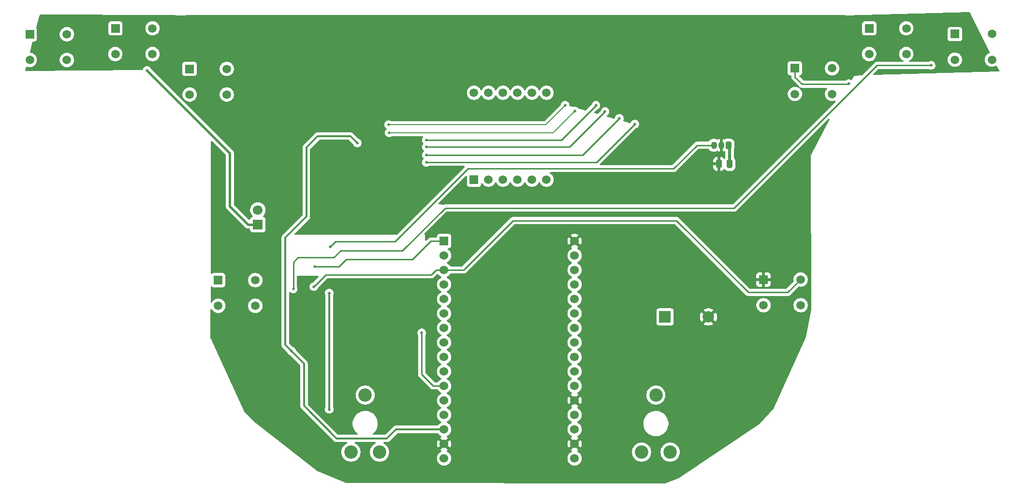
<source format=gbr>
%TF.GenerationSoftware,KiCad,Pcbnew,9.0.1*%
%TF.CreationDate,2026-02-02T11:40:33-05:00*%
%TF.ProjectId,Volante Maquinillo,566f6c61-6e74-4652-904d-617175696e69,rev?*%
%TF.SameCoordinates,Original*%
%TF.FileFunction,Copper,L2,Bot*%
%TF.FilePolarity,Positive*%
%FSLAX46Y46*%
G04 Gerber Fmt 4.6, Leading zero omitted, Abs format (unit mm)*
G04 Created by KiCad (PCBNEW 9.0.1) date 2026-02-02 11:40:33*
%MOMM*%
%LPD*%
G01*
G04 APERTURE LIST*
G04 Aperture macros list*
%AMRoundRect*
0 Rectangle with rounded corners*
0 $1 Rounding radius*
0 $2 $3 $4 $5 $6 $7 $8 $9 X,Y pos of 4 corners*
0 Add a 4 corners polygon primitive as box body*
4,1,4,$2,$3,$4,$5,$6,$7,$8,$9,$2,$3,0*
0 Add four circle primitives for the rounded corners*
1,1,$1+$1,$2,$3*
1,1,$1+$1,$4,$5*
1,1,$1+$1,$6,$7*
1,1,$1+$1,$8,$9*
0 Add four rect primitives between the rounded corners*
20,1,$1+$1,$2,$3,$4,$5,0*
20,1,$1+$1,$4,$5,$6,$7,0*
20,1,$1+$1,$6,$7,$8,$9,0*
20,1,$1+$1,$8,$9,$2,$3,0*%
G04 Aperture macros list end*
%TA.AperFunction,ComponentPad*%
%ADD10R,1.508000X1.508000*%
%TD*%
%TA.AperFunction,ComponentPad*%
%ADD11C,1.508000*%
%TD*%
%TA.AperFunction,ComponentPad*%
%ADD12R,1.700000X1.700000*%
%TD*%
%TA.AperFunction,ComponentPad*%
%ADD13C,1.700000*%
%TD*%
%TA.AperFunction,ComponentPad*%
%ADD14C,2.340000*%
%TD*%
%TA.AperFunction,ComponentPad*%
%ADD15R,1.524000X1.524000*%
%TD*%
%TA.AperFunction,ComponentPad*%
%ADD16C,1.524000*%
%TD*%
%TA.AperFunction,ComponentPad*%
%ADD17R,2.000000X2.000000*%
%TD*%
%TA.AperFunction,ComponentPad*%
%ADD18C,2.000000*%
%TD*%
%TA.AperFunction,ComponentPad*%
%ADD19R,1.500000X1.500000*%
%TD*%
%TA.AperFunction,ComponentPad*%
%ADD20C,1.500000*%
%TD*%
%TA.AperFunction,SMDPad,CuDef*%
%ADD21RoundRect,0.250000X0.250000X0.475000X-0.250000X0.475000X-0.250000X-0.475000X0.250000X-0.475000X0*%
%TD*%
%TA.AperFunction,ComponentPad*%
%ADD22RoundRect,0.249900X0.275100X0.400100X-0.275100X0.400100X-0.275100X-0.400100X0.275100X-0.400100X0*%
%TD*%
%TA.AperFunction,ComponentPad*%
%ADD23O,1.050000X1.300000*%
%TD*%
%TA.AperFunction,ViaPad*%
%ADD24C,0.500000*%
%TD*%
%TA.AperFunction,Conductor*%
%ADD25C,0.250000*%
%TD*%
%TA.AperFunction,Conductor*%
%ADD26C,0.300000*%
%TD*%
%TA.AperFunction,Conductor*%
%ADD27C,0.400000*%
%TD*%
%TA.AperFunction,Conductor*%
%ADD28C,0.500000*%
%TD*%
%TA.AperFunction,Conductor*%
%ADD29C,0.200000*%
%TD*%
G04 APERTURE END LIST*
D10*
%TO.P,SW1,1,A*%
%TO.N,Net-(SW1-A)*%
X68750000Y-58750000D03*
D11*
%TO.P,SW1,2,B*%
%TO.N,/SW*%
X75250000Y-58750000D03*
%TO.P,SW1,3*%
%TO.N,N/C*%
X68750000Y-63250000D03*
%TO.P,SW1,4*%
X75250000Y-63250000D03*
%TD*%
D10*
%TO.P,SW3,1,A*%
%TO.N,Net-(SW3-A)*%
X96750000Y-64812500D03*
D11*
%TO.P,SW3,2,B*%
%TO.N,/SW*%
X103250000Y-64812500D03*
%TO.P,SW3,3*%
%TO.N,N/C*%
X96750000Y-69312500D03*
%TO.P,SW3,4*%
X103250000Y-69312500D03*
%TD*%
D10*
%TO.P,SW8,1,A*%
%TO.N,GND*%
X197250000Y-101750000D03*
D11*
%TO.P,SW8,2,B*%
%TO.N,/SW*%
X203750000Y-101750000D03*
%TO.P,SW8,3*%
%TO.N,N/C*%
X197250000Y-106250000D03*
%TO.P,SW8,4*%
X203750000Y-106250000D03*
%TD*%
D10*
%TO.P,SW7,1,A*%
%TO.N,Net-(SW7-A)*%
X202750000Y-64712500D03*
D11*
%TO.P,SW7,2,B*%
%TO.N,/SW*%
X209250000Y-64712500D03*
%TO.P,SW7,3*%
%TO.N,N/C*%
X202750000Y-69212500D03*
%TO.P,SW7,4*%
X209250000Y-69212500D03*
%TD*%
D12*
%TO.P,TH1,1*%
%TO.N,+3V3*%
X108700000Y-92100000D03*
D13*
%TO.P,TH1,2*%
%TO.N,/TEMP*%
X108700000Y-89560000D03*
%TD*%
D14*
%TO.P,P2,1*%
%TO.N,+3V3*%
X180900000Y-132000000D03*
%TO.P,P2,2*%
%TO.N,/POT2*%
X178400000Y-122000000D03*
%TO.P,P2,3*%
%TO.N,N/C*%
X175900000Y-132000000D03*
%TD*%
D10*
%TO.P,SW6,1,A*%
%TO.N,Net-(SW6-A)*%
X215750000Y-57712500D03*
D11*
%TO.P,SW6,2,B*%
%TO.N,/SW*%
X222250000Y-57712500D03*
%TO.P,SW6,3*%
%TO.N,N/C*%
X215750000Y-62212500D03*
%TO.P,SW6,4*%
X222250000Y-62212500D03*
%TD*%
D14*
%TO.P,P1,1*%
%TO.N,+3V3*%
X130000000Y-132000000D03*
%TO.P,P1,2*%
%TO.N,/POT1*%
X127500000Y-122000000D03*
%TO.P,P1,3*%
%TO.N,N/C*%
X125000000Y-132000000D03*
%TD*%
D15*
%TO.P,U2,J1_1,ESP_3V3*%
%TO.N,+3V3*%
X141307500Y-95000000D03*
D16*
%TO.P,U2,J1_2,CHIP_PU*%
%TO.N,unconnected-(U2-CHIP_PU-PadJ1_2)*%
X141307500Y-97540000D03*
%TO.P,U2,J1_3,GPIO4*%
%TO.N,/SW*%
X141307500Y-100080000D03*
%TO.P,U2,J1_4,GPIO5*%
%TO.N,/LED_A0*%
X141307500Y-102620000D03*
%TO.P,U2,J1_5,GPIO6*%
%TO.N,/LED_A1*%
X141307500Y-105160000D03*
%TO.P,U2,J1_6,GPIO7*%
%TO.N,/LED_A2*%
X141307500Y-107700000D03*
%TO.P,U2,J1_7,GPIO0*%
%TO.N,unconnected-(U2-GPIO0-PadJ1_7)*%
X141307500Y-110240000D03*
%TO.P,U2,J1_8,GPIO1*%
%TO.N,/TEMP*%
X141307500Y-112780000D03*
%TO.P,U2,J1_9,GPIO8*%
%TO.N,unconnected-(U2-GPIO8-PadJ1_9)*%
X141307500Y-115320000D03*
%TO.P,U2,J1_10,GPIO10*%
%TO.N,/e*%
X141307500Y-117860000D03*
%TO.P,U2,J1_11,GPIO11*%
%TO.N,/LED_A3*%
X141307500Y-120400000D03*
%TO.P,U2,J1_12,GPIO2*%
%TO.N,/POT1*%
X141307500Y-122940000D03*
%TO.P,U2,J1_13,GPIO3*%
%TO.N,/POT2*%
X141307500Y-125480000D03*
%TO.P,U2,J1_14,VCC_5V*%
%TO.N,+5V*%
X141307500Y-128020000D03*
%TO.P,U2,J1_15,GND_J1_15*%
%TO.N,GND*%
X141307500Y-130560000D03*
%TO.P,U2,J1_16,NC_J1_16*%
%TO.N,unconnected-(U2-NC_J1_16-PadJ1_16)*%
X141307500Y-133100000D03*
%TO.P,U2,J3_1,GND_J3_1*%
%TO.N,GND*%
X164167500Y-95000000D03*
%TO.P,U2,J3_2,UART_TXD*%
%TO.N,/CC4*%
X164167500Y-97540000D03*
%TO.P,U2,J3_3,UART_RXD*%
%TO.N,/CC1*%
X164167500Y-100080000D03*
%TO.P,U2,J3_4,GPIO15*%
%TO.N,/a*%
X164167500Y-102620000D03*
%TO.P,U2,J3_5,GPIO23*%
%TO.N,/f*%
X164167500Y-105160000D03*
%TO.P,U2,J3_6,GPIO22*%
%TO.N,/CC2*%
X164167500Y-107700000D03*
%TO.P,U2,J3_7,GPIO21*%
%TO.N,/CC3*%
X164167500Y-110240000D03*
%TO.P,U2,J3_8,GPIO20*%
%TO.N,/b*%
X164167500Y-112780000D03*
%TO.P,U2,J3_9,GPIO19*%
%TO.N,/g*%
X164167500Y-115320000D03*
%TO.P,U2,J3_10,GPIO18*%
%TO.N,/c*%
X164167500Y-117860000D03*
%TO.P,U2,J3_11,GPIO9*%
%TO.N,/dot*%
X164167500Y-120400000D03*
%TO.P,U2,J3_12,GND_J3_12*%
%TO.N,GND*%
X164167500Y-122940000D03*
%TO.P,U2,J3_13,GPIO13*%
%TO.N,/d*%
X164167500Y-125480000D03*
%TO.P,U2,J3_14,GPIO12*%
%TO.N,/BUZZER*%
X164167500Y-128020000D03*
%TO.P,U2,J3_15,GND_J3_15*%
%TO.N,GND*%
X164167500Y-130560000D03*
%TO.P,U2,J3_16,NC_J3_16*%
%TO.N,unconnected-(U2-NC_J3_16-PadJ3_16)*%
X164167500Y-133100000D03*
%TD*%
D10*
%TO.P,SW2,1,A*%
%TO.N,Net-(SW2-A)*%
X83750000Y-57712500D03*
D11*
%TO.P,SW2,2,B*%
%TO.N,/SW*%
X90250000Y-57712500D03*
%TO.P,SW2,3*%
%TO.N,N/C*%
X83750000Y-62212500D03*
%TO.P,SW2,4*%
X90250000Y-62212500D03*
%TD*%
D17*
%TO.P,BZ1,1,+*%
%TO.N,/BUZZER*%
X180000000Y-108300000D03*
D18*
%TO.P,BZ1,2,-*%
%TO.N,GND*%
X187600000Y-108300000D03*
%TD*%
D10*
%TO.P,SW5,1,A*%
%TO.N,Net-(SW5-A)*%
X230750000Y-58712500D03*
D11*
%TO.P,SW5,2,B*%
%TO.N,/SW*%
X237250000Y-58712500D03*
%TO.P,SW5,3*%
%TO.N,N/C*%
X230750000Y-63212500D03*
%TO.P,SW5,4*%
X237250000Y-63212500D03*
%TD*%
D19*
%TO.P,U3,1,e*%
%TO.N,/e*%
X146550000Y-84240000D03*
D20*
%TO.P,U3,2,d*%
%TO.N,/d*%
X149090000Y-84240000D03*
%TO.P,U3,3,DPX*%
%TO.N,/dot*%
X151630000Y-84240000D03*
%TO.P,U3,4,c*%
%TO.N,/c*%
X154170000Y-84240000D03*
%TO.P,U3,5,g*%
%TO.N,/g*%
X156710000Y-84240000D03*
%TO.P,U3,6,CC4*%
%TO.N,/CC4*%
X159250000Y-84240000D03*
%TO.P,U3,7,b*%
%TO.N,/b*%
X159250000Y-69000000D03*
%TO.P,U3,8,CC3*%
%TO.N,/CC3*%
X156710000Y-69000000D03*
%TO.P,U3,9,CC2*%
%TO.N,/CC2*%
X154170000Y-69000000D03*
%TO.P,U3,10,f*%
%TO.N,/f*%
X151630000Y-69000000D03*
%TO.P,U3,11,a*%
%TO.N,/a*%
X149090000Y-69000000D03*
%TO.P,U3,12,CC1*%
%TO.N,/CC1*%
X146550000Y-69000000D03*
%TD*%
D10*
%TO.P,SW4,1,A*%
%TO.N,Net-(SW4-A)*%
X101750000Y-101850000D03*
D11*
%TO.P,SW4,2,B*%
%TO.N,/SW*%
X108250000Y-101850000D03*
%TO.P,SW4,3*%
%TO.N,N/C*%
X101750000Y-106350000D03*
%TO.P,SW4,4*%
X108250000Y-106350000D03*
%TD*%
D21*
%TO.P,C1,1*%
%TO.N,+3V3*%
X191330000Y-81460000D03*
%TO.P,C1,2*%
%TO.N,GND*%
X189430000Y-81460000D03*
%TD*%
D22*
%TO.P,Q1,1,E*%
%TO.N,+3V3*%
X191100000Y-78200000D03*
D23*
%TO.P,Q1,2,B*%
%TO.N,GND*%
X189830000Y-78200000D03*
%TO.P,Q1,3,C*%
%TO.N,/HALL*%
X188560000Y-78200000D03*
%TD*%
D24*
%TO.N,GND*%
X191200000Y-92400000D03*
X119200000Y-122400000D03*
X125200000Y-56400000D03*
X185200000Y-86400000D03*
X185200000Y-74400000D03*
X107200000Y-56400000D03*
X113200000Y-68400000D03*
X203200000Y-62400000D03*
X125200000Y-134400000D03*
X197200000Y-86400000D03*
X191200000Y-74400000D03*
X107200000Y-104400000D03*
X113400000Y-91412500D03*
X197200000Y-122400000D03*
X131200000Y-56400000D03*
X149200000Y-56400000D03*
X167200000Y-68400000D03*
X107200000Y-80400000D03*
X163700000Y-62400000D03*
X96800000Y-58600000D03*
X185200000Y-68400000D03*
X119200000Y-92400000D03*
X191200000Y-98400000D03*
X130200000Y-105600000D03*
X203200000Y-80400000D03*
X197200000Y-56400000D03*
X191200000Y-86400000D03*
X234100000Y-61100000D03*
X92700000Y-64600000D03*
X203200000Y-86400000D03*
X133300000Y-62400000D03*
X101200000Y-98400000D03*
X113200000Y-86400000D03*
X143200000Y-86400000D03*
X179200000Y-104400000D03*
X203200000Y-104400000D03*
X173200000Y-56400000D03*
X181690000Y-118580000D03*
X101200000Y-104400000D03*
X161200000Y-104400000D03*
X122000000Y-78300000D03*
X143200000Y-56400000D03*
X191200000Y-110400000D03*
X197200000Y-80400000D03*
X179200000Y-98400000D03*
X203200000Y-56400000D03*
X213300000Y-62800000D03*
X161200000Y-110400000D03*
X185200000Y-98400000D03*
X209300000Y-58100000D03*
X107200000Y-86400000D03*
X149200000Y-122400000D03*
X125200000Y-116400000D03*
X113200000Y-116400000D03*
X143200000Y-110400000D03*
X219200000Y-58700000D03*
X179200000Y-56400000D03*
X137200000Y-56400000D03*
X107200000Y-68400000D03*
X143200000Y-134400000D03*
X161200000Y-122400000D03*
X194920000Y-60670000D03*
X107200000Y-74400000D03*
X107200000Y-116400000D03*
X173200000Y-116400000D03*
X87100000Y-59500000D03*
X197200000Y-98400000D03*
X119900000Y-60500000D03*
X131200000Y-116400000D03*
X173200000Y-134400000D03*
X143200000Y-98400000D03*
X167200000Y-122400000D03*
X203200000Y-74400000D03*
X197200000Y-68400000D03*
X185200000Y-104400000D03*
X185400000Y-60900000D03*
X191200000Y-128400000D03*
X118400000Y-72300000D03*
X159100000Y-99000000D03*
X107200000Y-110400000D03*
X191200000Y-56400000D03*
X113200000Y-56400000D03*
X179200000Y-74400000D03*
X161200000Y-128400000D03*
X161200000Y-116400000D03*
X197200000Y-74400000D03*
X203200000Y-110400000D03*
X113200000Y-62400000D03*
X143200000Y-128400000D03*
X107200000Y-122400000D03*
X107200000Y-98400000D03*
X137200000Y-134400000D03*
X167200000Y-116400000D03*
X185900000Y-108300000D03*
X161200000Y-86400000D03*
X119200000Y-56400000D03*
X124600000Y-62400000D03*
X71600000Y-62100000D03*
X167200000Y-56400000D03*
X131200000Y-92400000D03*
X179200000Y-80400000D03*
X155000000Y-62500000D03*
X191200000Y-104400000D03*
X149200000Y-116400000D03*
X101200000Y-56400000D03*
X113200000Y-80400000D03*
X173200000Y-122400000D03*
X149200000Y-134400000D03*
X179200000Y-92400000D03*
X185200000Y-56400000D03*
X113200000Y-74400000D03*
X181300000Y-62600000D03*
X159400000Y-61000000D03*
X161200000Y-56400000D03*
X107200000Y-62400000D03*
X131200000Y-134400000D03*
X185200000Y-116400000D03*
X144700000Y-122600000D03*
X185200000Y-92400000D03*
X113200000Y-122400000D03*
X155200000Y-56400000D03*
X185200000Y-110400000D03*
X179200000Y-86400000D03*
X123000000Y-78300000D03*
X137500000Y-61000000D03*
X203200000Y-92400000D03*
X191200000Y-68400000D03*
X143200000Y-92400000D03*
X155200000Y-128400000D03*
X197200000Y-92400000D03*
X197200000Y-110400000D03*
X149200000Y-128400000D03*
X179200000Y-116400000D03*
X191200000Y-116400000D03*
X197200000Y-116400000D03*
X173200000Y-110400000D03*
X119200000Y-68400000D03*
X131200000Y-80400000D03*
X119200000Y-62400000D03*
X173200000Y-80400000D03*
X113200000Y-128400000D03*
X185200000Y-80400000D03*
X185200000Y-122400000D03*
X203200000Y-98400000D03*
X126200000Y-109100000D03*
X137200000Y-86400000D03*
X143200000Y-104400000D03*
X124282500Y-118020000D03*
%TO.N,+3V3*%
X89300000Y-65100000D03*
X121200000Y-104100000D03*
X121200000Y-124500000D03*
X118700000Y-99500000D03*
%TO.N,/HALL*%
X121400000Y-96000000D03*
%TO.N,/LED10*%
X162500000Y-71200000D03*
X131600000Y-74600000D03*
%TO.N,/LED11*%
X131700000Y-76000000D03*
X164200000Y-72200000D03*
%TO.N,/LED12*%
X138200000Y-77300000D03*
X167900000Y-71200000D03*
%TO.N,/LED13*%
X169500000Y-72300000D03*
X138200000Y-78500000D03*
%TO.N,/LED14*%
X172000000Y-73500000D03*
X138200000Y-79900000D03*
%TO.N,/LED15*%
X174700000Y-74500000D03*
X138200000Y-81200000D03*
%TO.N,/LED_A3*%
X137400000Y-111100000D03*
%TO.N,+5V*%
X126100000Y-77800000D03*
X114600000Y-114300000D03*
%TO.N,Net-(SW4-A)*%
X114900000Y-103400000D03*
X226600000Y-64200000D03*
%TO.N,Net-(SW7-A)*%
X212200000Y-67400000D03*
%TO.N,/SW*%
X118500000Y-103000000D03*
%TD*%
D25*
%TO.N,+3V3*%
X124200000Y-98200000D02*
X135800000Y-98200000D01*
X139000000Y-95000000D02*
X141307500Y-95000000D01*
D26*
X121200000Y-124500000D02*
X121200000Y-104100000D01*
D27*
X103800000Y-88900000D02*
X103800000Y-79600000D01*
X103800000Y-79600000D02*
X89300000Y-65100000D01*
D25*
X118700000Y-99500000D02*
X122900000Y-99500000D01*
X122900000Y-99500000D02*
X124200000Y-98200000D01*
D28*
X191330000Y-78430000D02*
X191100000Y-78200000D01*
D25*
X135800000Y-98200000D02*
X139000000Y-95000000D01*
D27*
X107000000Y-92100000D02*
X108700000Y-92100000D01*
D28*
X191330000Y-81460000D02*
X191330000Y-78430000D01*
D27*
X103800000Y-88900000D02*
X107000000Y-92100000D01*
D25*
%TO.N,/HALL*%
X122300000Y-95100000D02*
X132700000Y-95100000D01*
X181500000Y-82300000D02*
X185600000Y-78200000D01*
X145500000Y-82300000D02*
X181500000Y-82300000D01*
X185600000Y-78200000D02*
X188560000Y-78200000D01*
X132700000Y-95100000D02*
X145500000Y-82300000D01*
X121400000Y-96000000D02*
X122300000Y-95100000D01*
D29*
%TO.N,/LED10*%
X131600000Y-74600000D02*
X159100000Y-74600000D01*
X159100000Y-74600000D02*
X162500000Y-71200000D01*
%TO.N,/LED11*%
X160400000Y-76000000D02*
X164200000Y-72200000D01*
X131700000Y-76000000D02*
X160400000Y-76000000D01*
D25*
%TO.N,/LED12*%
X161800000Y-77300000D02*
X167900000Y-71200000D01*
X138200000Y-77300000D02*
X161800000Y-77300000D01*
%TO.N,/LED13*%
X138200000Y-78500000D02*
X163300000Y-78500000D01*
X163300000Y-78500000D02*
X169500000Y-72300000D01*
%TO.N,/LED14*%
X165600000Y-79900000D02*
X172000000Y-73500000D01*
X138200000Y-79900000D02*
X165600000Y-79900000D01*
%TO.N,/LED15*%
X168000000Y-81200000D02*
X174700000Y-74500000D01*
X138200000Y-81200000D02*
X168000000Y-81200000D01*
%TO.N,/LED_A3*%
X137400000Y-118400000D02*
X139400000Y-120400000D01*
X137400000Y-111100000D02*
X137400000Y-118400000D01*
X139400000Y-120400000D02*
X141307500Y-120400000D01*
D26*
%TO.N,+5V*%
X114600000Y-114300000D02*
X116800000Y-116500000D01*
X116800000Y-116500000D02*
X116800000Y-123900000D01*
X119200000Y-76600000D02*
X124900000Y-76600000D01*
X132880000Y-128020000D02*
X141307500Y-128020000D01*
X124900000Y-76600000D02*
X126100000Y-77800000D01*
X114600000Y-114300000D02*
X113500000Y-113200000D01*
X117200000Y-90700000D02*
X117200000Y-78600000D01*
X122500000Y-129600000D02*
X131300000Y-129600000D01*
X116800000Y-123900000D02*
X122500000Y-129600000D01*
X113500000Y-94400000D02*
X117200000Y-90700000D01*
X117200000Y-78600000D02*
X119200000Y-76600000D01*
X131300000Y-129600000D02*
X132880000Y-128020000D01*
X113500000Y-113200000D02*
X113500000Y-94400000D01*
D25*
%TO.N,Net-(SW4-A)*%
X141500000Y-89200000D02*
X192100000Y-89200000D01*
X123200000Y-96700000D02*
X134000000Y-96700000D01*
X134000000Y-96700000D02*
X141500000Y-89200000D01*
X122000000Y-97900000D02*
X123200000Y-96700000D01*
X217100000Y-64200000D02*
X226600000Y-64200000D01*
X114900000Y-103400000D02*
X114900000Y-98700000D01*
X115700000Y-97900000D02*
X122000000Y-97900000D01*
X192100000Y-89200000D02*
X217100000Y-64200000D01*
X114900000Y-98700000D02*
X115700000Y-97900000D01*
%TO.N,Net-(SW7-A)*%
X212100000Y-67500000D02*
X204000000Y-67500000D01*
X204000000Y-67500000D02*
X202750000Y-66250000D01*
X212200000Y-67400000D02*
X212100000Y-67500000D01*
X202750000Y-66250000D02*
X202750000Y-64712500D01*
%TO.N,/SW*%
X139100000Y-100900000D02*
X139920000Y-100080000D01*
X182000000Y-91400000D02*
X153400000Y-91400000D01*
X203750000Y-101750000D02*
X201500000Y-104000000D01*
X120600000Y-100900000D02*
X139100000Y-100900000D01*
X201500000Y-104000000D02*
X194600000Y-104000000D01*
X153400000Y-91400000D02*
X144720000Y-100080000D01*
X194600000Y-104000000D02*
X182000000Y-91400000D01*
X144720000Y-100080000D02*
X141307500Y-100080000D01*
X118500000Y-103000000D02*
X120600000Y-100900000D01*
X139920000Y-100080000D02*
X141307500Y-100080000D01*
%TD*%
%TA.AperFunction,Conductor*%
%TO.N,GND*%
G36*
X233388695Y-54919986D02*
G01*
X233435290Y-54970524D01*
X233673253Y-55446067D01*
X236884051Y-61862503D01*
X236896448Y-61931264D01*
X236869701Y-61995812D01*
X236812304Y-62035652D01*
X236811481Y-62035923D01*
X236768442Y-62049908D01*
X236768439Y-62049909D01*
X236643120Y-62113763D01*
X236592495Y-62139558D01*
X236432753Y-62255615D01*
X236293115Y-62395253D01*
X236177058Y-62554995D01*
X236087408Y-62730941D01*
X236026389Y-62918736D01*
X235995500Y-63113763D01*
X235995500Y-63311236D01*
X236026389Y-63506263D01*
X236071693Y-63645692D01*
X236087409Y-63694061D01*
X236169726Y-63855615D01*
X236177058Y-63870004D01*
X236293115Y-64029746D01*
X236432753Y-64169384D01*
X236576635Y-64273918D01*
X236592499Y-64285444D01*
X236768439Y-64375091D01*
X236875340Y-64409825D01*
X236956236Y-64436110D01*
X237151264Y-64467000D01*
X237151269Y-64467000D01*
X237348736Y-64467000D01*
X237543763Y-64436110D01*
X237731561Y-64375091D01*
X237907501Y-64285444D01*
X237927779Y-64270710D01*
X237993586Y-64247231D01*
X238061639Y-64263056D01*
X238110334Y-64313162D01*
X238111556Y-64315539D01*
X238512918Y-65117619D01*
X238525315Y-65186380D01*
X238498568Y-65250928D01*
X238441171Y-65290769D01*
X238405480Y-65297061D01*
X216582286Y-65905069D01*
X216514725Y-65887259D01*
X216467517Y-65835750D01*
X216455651Y-65766895D01*
X216482895Y-65702556D01*
X216491133Y-65693456D01*
X217322771Y-64861819D01*
X217384094Y-64828334D01*
X217410452Y-64825500D01*
X226147649Y-64825500D01*
X226214688Y-64845185D01*
X226216455Y-64846341D01*
X226244505Y-64865084D01*
X226381087Y-64921658D01*
X226381091Y-64921658D01*
X226381092Y-64921659D01*
X226526079Y-64950500D01*
X226526082Y-64950500D01*
X226673920Y-64950500D01*
X226771462Y-64931096D01*
X226818913Y-64921658D01*
X226955495Y-64865084D01*
X227078416Y-64782951D01*
X227182951Y-64678416D01*
X227265084Y-64555495D01*
X227321658Y-64418913D01*
X227331096Y-64371462D01*
X227350500Y-64273920D01*
X227350500Y-64126079D01*
X227321659Y-63981092D01*
X227321658Y-63981091D01*
X227321658Y-63981087D01*
X227309202Y-63951016D01*
X227265087Y-63844511D01*
X227265080Y-63844498D01*
X227182951Y-63721584D01*
X227182948Y-63721580D01*
X227078419Y-63617051D01*
X227078415Y-63617048D01*
X226955501Y-63534919D01*
X226955488Y-63534912D01*
X226818917Y-63478343D01*
X226818907Y-63478340D01*
X226673920Y-63449500D01*
X226673918Y-63449500D01*
X226526082Y-63449500D01*
X226526080Y-63449500D01*
X226381092Y-63478340D01*
X226381082Y-63478343D01*
X226244510Y-63534913D01*
X226244506Y-63534915D01*
X226244505Y-63534916D01*
X226216537Y-63553603D01*
X226149863Y-63574480D01*
X226147649Y-63574500D01*
X222856695Y-63574500D01*
X222789656Y-63554815D01*
X222743901Y-63502011D01*
X222733957Y-63432853D01*
X222762982Y-63369297D01*
X222800398Y-63340016D01*
X222907501Y-63285444D01*
X222997192Y-63220279D01*
X223067246Y-63169384D01*
X223067248Y-63169381D01*
X223067252Y-63169379D01*
X223122868Y-63113763D01*
X229495500Y-63113763D01*
X229495500Y-63311236D01*
X229526389Y-63506263D01*
X229571693Y-63645692D01*
X229587409Y-63694061D01*
X229669726Y-63855615D01*
X229677058Y-63870004D01*
X229793115Y-64029746D01*
X229932753Y-64169384D01*
X230076635Y-64273918D01*
X230092499Y-64285444D01*
X230268439Y-64375091D01*
X230375340Y-64409825D01*
X230456236Y-64436110D01*
X230651264Y-64467000D01*
X230651269Y-64467000D01*
X230848736Y-64467000D01*
X231043763Y-64436110D01*
X231231561Y-64375091D01*
X231407501Y-64285444D01*
X231497192Y-64220279D01*
X231567246Y-64169384D01*
X231567248Y-64169381D01*
X231567252Y-64169379D01*
X231706879Y-64029752D01*
X231706881Y-64029748D01*
X231706884Y-64029746D01*
X231776141Y-63934420D01*
X231822944Y-63870001D01*
X231912591Y-63694061D01*
X231973610Y-63506263D01*
X231981601Y-63455811D01*
X232004500Y-63311236D01*
X232004500Y-63113763D01*
X231973610Y-62918736D01*
X231924775Y-62768439D01*
X231912591Y-62730939D01*
X231822944Y-62554999D01*
X231815486Y-62544734D01*
X231706884Y-62395253D01*
X231567246Y-62255615D01*
X231407504Y-62139558D01*
X231407503Y-62139557D01*
X231407501Y-62139556D01*
X231231561Y-62049909D01*
X231231558Y-62049908D01*
X231043763Y-61988889D01*
X230848736Y-61958000D01*
X230848731Y-61958000D01*
X230651269Y-61958000D01*
X230651264Y-61958000D01*
X230456236Y-61988889D01*
X230268441Y-62049908D01*
X230092495Y-62139558D01*
X229932753Y-62255615D01*
X229793115Y-62395253D01*
X229677058Y-62554995D01*
X229587408Y-62730941D01*
X229526389Y-62918736D01*
X229495500Y-63113763D01*
X223122868Y-63113763D01*
X223206879Y-63029752D01*
X223206884Y-63029746D01*
X223287536Y-62918736D01*
X223322944Y-62870001D01*
X223412591Y-62694061D01*
X223473610Y-62506263D01*
X223485254Y-62432748D01*
X223504500Y-62311236D01*
X223504500Y-62113763D01*
X223473610Y-61918736D01*
X223426679Y-61774299D01*
X223412591Y-61730939D01*
X223322944Y-61554999D01*
X223293178Y-61514029D01*
X223206884Y-61395253D01*
X223067246Y-61255615D01*
X222907504Y-61139558D01*
X222907503Y-61139557D01*
X222907501Y-61139556D01*
X222731561Y-61049909D01*
X222731558Y-61049908D01*
X222543763Y-60988889D01*
X222348736Y-60958000D01*
X222348731Y-60958000D01*
X222151269Y-60958000D01*
X222151264Y-60958000D01*
X221956236Y-60988889D01*
X221768441Y-61049908D01*
X221592495Y-61139558D01*
X221432753Y-61255615D01*
X221293115Y-61395253D01*
X221177058Y-61554995D01*
X221087408Y-61730941D01*
X221026389Y-61918736D01*
X220995500Y-62113763D01*
X220995500Y-62311236D01*
X221026389Y-62506263D01*
X221087408Y-62694058D01*
X221087409Y-62694061D01*
X221106200Y-62730939D01*
X221177058Y-62870004D01*
X221293115Y-63029746D01*
X221432753Y-63169384D01*
X221554706Y-63257986D01*
X221592499Y-63285444D01*
X221699600Y-63340015D01*
X221750396Y-63387990D01*
X221767191Y-63455811D01*
X221744653Y-63521946D01*
X221689938Y-63565397D01*
X221643305Y-63574500D01*
X217038389Y-63574500D01*
X216977971Y-63586518D01*
X216940259Y-63594019D01*
X216917550Y-63598536D01*
X216917548Y-63598537D01*
X216884207Y-63612347D01*
X216803719Y-63645684D01*
X216803705Y-63645692D01*
X216701272Y-63714138D01*
X216701264Y-63714144D01*
X216614139Y-63801270D01*
X214485855Y-65929553D01*
X214424532Y-65963038D01*
X214401628Y-65965824D01*
X213174977Y-66000000D01*
X212757486Y-66711997D01*
X212706595Y-66759871D01*
X212637901Y-66772631D01*
X212581628Y-66752377D01*
X212555501Y-66734919D01*
X212555488Y-66734912D01*
X212418917Y-66678343D01*
X212418907Y-66678340D01*
X212273920Y-66649500D01*
X212273918Y-66649500D01*
X212126082Y-66649500D01*
X212126080Y-66649500D01*
X211981092Y-66678340D01*
X211981082Y-66678343D01*
X211844511Y-66734912D01*
X211844498Y-66734919D01*
X211721584Y-66817048D01*
X211721580Y-66817051D01*
X211700451Y-66838181D01*
X211639128Y-66871666D01*
X211612770Y-66874500D01*
X204310452Y-66874500D01*
X204243413Y-66854815D01*
X204222771Y-66838181D01*
X203553305Y-66168715D01*
X203519820Y-66107392D01*
X203524804Y-66037700D01*
X203566676Y-65981767D01*
X203604506Y-65964082D01*
X203604215Y-65963302D01*
X203746328Y-65910297D01*
X203746327Y-65910297D01*
X203746331Y-65910296D01*
X203861546Y-65824046D01*
X203947796Y-65708831D01*
X203998091Y-65573983D01*
X204004500Y-65514373D01*
X204004499Y-64613763D01*
X207995500Y-64613763D01*
X207995500Y-64811236D01*
X208026389Y-65006263D01*
X208065175Y-65125632D01*
X208087409Y-65194061D01*
X208177056Y-65370001D01*
X208177058Y-65370004D01*
X208293115Y-65529746D01*
X208432753Y-65669384D01*
X208566968Y-65766895D01*
X208592499Y-65785444D01*
X208768439Y-65875091D01*
X208893637Y-65915770D01*
X208956236Y-65936110D01*
X209151264Y-65967000D01*
X209151269Y-65967000D01*
X209348736Y-65967000D01*
X209543763Y-65936110D01*
X209580898Y-65924044D01*
X209731561Y-65875091D01*
X209907501Y-65785444D01*
X210012955Y-65708828D01*
X210067246Y-65669384D01*
X210067248Y-65669381D01*
X210067252Y-65669379D01*
X210206879Y-65529752D01*
X210206881Y-65529748D01*
X210206884Y-65529746D01*
X210260829Y-65455495D01*
X210322944Y-65370001D01*
X210412591Y-65194061D01*
X210473610Y-65006263D01*
X210487010Y-64921658D01*
X210504500Y-64811236D01*
X210504500Y-64613763D01*
X210473610Y-64418736D01*
X210439307Y-64313162D01*
X210412591Y-64230939D01*
X210322944Y-64054999D01*
X210290706Y-64010627D01*
X210206884Y-63895253D01*
X210067246Y-63755615D01*
X209907504Y-63639558D01*
X209907503Y-63639557D01*
X209907501Y-63639556D01*
X209731561Y-63549909D01*
X209731558Y-63549908D01*
X209543763Y-63488889D01*
X209348736Y-63458000D01*
X209348731Y-63458000D01*
X209151269Y-63458000D01*
X209151264Y-63458000D01*
X208956236Y-63488889D01*
X208768441Y-63549908D01*
X208768439Y-63549908D01*
X208768439Y-63549909D01*
X208738042Y-63565397D01*
X208592495Y-63639558D01*
X208432753Y-63755615D01*
X208293115Y-63895253D01*
X208177058Y-64054995D01*
X208087408Y-64230941D01*
X208026389Y-64418736D01*
X207995500Y-64613763D01*
X204004499Y-64613763D01*
X204004499Y-63910628D01*
X203998091Y-63851017D01*
X203995664Y-63844511D01*
X203947797Y-63716171D01*
X203947793Y-63716164D01*
X203861547Y-63600955D01*
X203861544Y-63600952D01*
X203746335Y-63514706D01*
X203746328Y-63514702D01*
X203611482Y-63464408D01*
X203611483Y-63464408D01*
X203551883Y-63458001D01*
X203551881Y-63458000D01*
X203551873Y-63458000D01*
X203551864Y-63458000D01*
X201948129Y-63458000D01*
X201948123Y-63458001D01*
X201888516Y-63464408D01*
X201753671Y-63514702D01*
X201753664Y-63514706D01*
X201638455Y-63600952D01*
X201638452Y-63600955D01*
X201552206Y-63716164D01*
X201552202Y-63716171D01*
X201501908Y-63851017D01*
X201497153Y-63895248D01*
X201495501Y-63910623D01*
X201495500Y-63910635D01*
X201495500Y-65514370D01*
X201495501Y-65514376D01*
X201501908Y-65573983D01*
X201552202Y-65708828D01*
X201552206Y-65708835D01*
X201638452Y-65824044D01*
X201638455Y-65824047D01*
X201753664Y-65910293D01*
X201753671Y-65910297D01*
X201790529Y-65924044D01*
X201888517Y-65960591D01*
X201948127Y-65967000D01*
X202000500Y-65966999D01*
X202067538Y-65986682D01*
X202113293Y-66039486D01*
X202124500Y-66090999D01*
X202124500Y-66188393D01*
X202124500Y-66311607D01*
X202133146Y-66355075D01*
X202148537Y-66432452D01*
X202157555Y-66454223D01*
X202160908Y-66462319D01*
X202160909Y-66462321D01*
X202195685Y-66546281D01*
X202195687Y-66546284D01*
X202195688Y-66546286D01*
X202220176Y-66582933D01*
X202229914Y-66597507D01*
X202229915Y-66597509D01*
X202264141Y-66648733D01*
X202355586Y-66740178D01*
X202355608Y-66740198D01*
X203514139Y-67898729D01*
X203514142Y-67898733D01*
X203564063Y-67948654D01*
X203597547Y-68009978D01*
X203595204Y-68042727D01*
X203593631Y-68064716D01*
X203646739Y-68044908D01*
X203703036Y-68054030D01*
X203703711Y-68054309D01*
X203703715Y-68054312D01*
X203740704Y-68069633D01*
X203817548Y-68101463D01*
X203877400Y-68113368D01*
X203938391Y-68125499D01*
X203938392Y-68125500D01*
X203938393Y-68125500D01*
X203938394Y-68125500D01*
X208263507Y-68125500D01*
X208330546Y-68145185D01*
X208376301Y-68197989D01*
X208386245Y-68267147D01*
X208357220Y-68330703D01*
X208351188Y-68337181D01*
X208293119Y-68395249D01*
X208293115Y-68395253D01*
X208177058Y-68554995D01*
X208087408Y-68730941D01*
X208026389Y-68918736D01*
X207995500Y-69113763D01*
X207995500Y-69311236D01*
X208026389Y-69506263D01*
X208068204Y-69634954D01*
X208087409Y-69694061D01*
X208177056Y-69870001D01*
X208177058Y-69870004D01*
X208293115Y-70029746D01*
X208432753Y-70169384D01*
X208544402Y-70250500D01*
X208592499Y-70285444D01*
X208768439Y-70375091D01*
X208893637Y-70415770D01*
X208956236Y-70436110D01*
X209151264Y-70467000D01*
X209151269Y-70467000D01*
X209348736Y-70467000D01*
X209488039Y-70444935D01*
X209543763Y-70436110D01*
X209697709Y-70386089D01*
X209767547Y-70384095D01*
X209827380Y-70420175D01*
X209858209Y-70482876D01*
X209850245Y-70552290D01*
X209823706Y-70591702D01*
X191877229Y-88538181D01*
X191815906Y-88571666D01*
X191789548Y-88574500D01*
X141438389Y-88574500D01*
X141317553Y-88598535D01*
X141317541Y-88598539D01*
X141272346Y-88617259D01*
X141272328Y-88617267D01*
X141270397Y-88618067D01*
X141203715Y-88645688D01*
X141190587Y-88654459D01*
X141181415Y-88658633D01*
X141156394Y-88662194D01*
X141132274Y-88669747D01*
X141112383Y-88668459D01*
X141112243Y-88668480D01*
X141112168Y-88668446D01*
X141111890Y-88668428D01*
X140401287Y-88563152D01*
X140337856Y-88533855D01*
X140300333Y-88474916D01*
X140300633Y-88405047D01*
X140331776Y-88352812D01*
X145087821Y-83596768D01*
X145149142Y-83563285D01*
X145218834Y-83568269D01*
X145274767Y-83610141D01*
X145299184Y-83675605D01*
X145299500Y-83684451D01*
X145299500Y-85037870D01*
X145299501Y-85037876D01*
X145305908Y-85097483D01*
X145356202Y-85232328D01*
X145356206Y-85232335D01*
X145442452Y-85347544D01*
X145442455Y-85347547D01*
X145557664Y-85433793D01*
X145557671Y-85433797D01*
X145692517Y-85484091D01*
X145692516Y-85484091D01*
X145699444Y-85484835D01*
X145752127Y-85490500D01*
X147347872Y-85490499D01*
X147407483Y-85484091D01*
X147542331Y-85433796D01*
X147657546Y-85347546D01*
X147743796Y-85232331D01*
X147794091Y-85097483D01*
X147800500Y-85037873D01*
X147800499Y-84974265D01*
X147820183Y-84907229D01*
X147872986Y-84861473D01*
X147942144Y-84851529D01*
X148005700Y-84880553D01*
X148024816Y-84901381D01*
X148123980Y-85037865D01*
X148136172Y-85054646D01*
X148275354Y-85193828D01*
X148434595Y-85309524D01*
X148509214Y-85347544D01*
X148609970Y-85398882D01*
X148609972Y-85398882D01*
X148609975Y-85398884D01*
X148710317Y-85431487D01*
X148797173Y-85459709D01*
X148991578Y-85490500D01*
X148991583Y-85490500D01*
X149188422Y-85490500D01*
X149382826Y-85459709D01*
X149462574Y-85433797D01*
X149570025Y-85398884D01*
X149745405Y-85309524D01*
X149904646Y-85193828D01*
X150043828Y-85054646D01*
X150159524Y-84895405D01*
X150248884Y-84720025D01*
X150249515Y-84718787D01*
X150297489Y-84667990D01*
X150365310Y-84651195D01*
X150431445Y-84673732D01*
X150470485Y-84718787D01*
X150560474Y-84895403D01*
X150595234Y-84943246D01*
X150676172Y-85054646D01*
X150815354Y-85193828D01*
X150974595Y-85309524D01*
X151049214Y-85347544D01*
X151149970Y-85398882D01*
X151149972Y-85398882D01*
X151149975Y-85398884D01*
X151250317Y-85431487D01*
X151337173Y-85459709D01*
X151531578Y-85490500D01*
X151531583Y-85490500D01*
X151728422Y-85490500D01*
X151922826Y-85459709D01*
X152002574Y-85433797D01*
X152110025Y-85398884D01*
X152285405Y-85309524D01*
X152444646Y-85193828D01*
X152583828Y-85054646D01*
X152699524Y-84895405D01*
X152788884Y-84720025D01*
X152789515Y-84718787D01*
X152837489Y-84667990D01*
X152905310Y-84651195D01*
X152971445Y-84673732D01*
X153010485Y-84718787D01*
X153100474Y-84895403D01*
X153135234Y-84943246D01*
X153216172Y-85054646D01*
X153355354Y-85193828D01*
X153514595Y-85309524D01*
X153589214Y-85347544D01*
X153689970Y-85398882D01*
X153689972Y-85398882D01*
X153689975Y-85398884D01*
X153790317Y-85431487D01*
X153877173Y-85459709D01*
X154071578Y-85490500D01*
X154071583Y-85490500D01*
X154268422Y-85490500D01*
X154462826Y-85459709D01*
X154542574Y-85433797D01*
X154650025Y-85398884D01*
X154825405Y-85309524D01*
X154984646Y-85193828D01*
X155123828Y-85054646D01*
X155239524Y-84895405D01*
X155328884Y-84720025D01*
X155329515Y-84718787D01*
X155377489Y-84667990D01*
X155445310Y-84651195D01*
X155511445Y-84673732D01*
X155550485Y-84718787D01*
X155640474Y-84895403D01*
X155675234Y-84943246D01*
X155756172Y-85054646D01*
X155895354Y-85193828D01*
X156054595Y-85309524D01*
X156129214Y-85347544D01*
X156229970Y-85398882D01*
X156229972Y-85398882D01*
X156229975Y-85398884D01*
X156330317Y-85431487D01*
X156417173Y-85459709D01*
X156611578Y-85490500D01*
X156611583Y-85490500D01*
X156808422Y-85490500D01*
X157002826Y-85459709D01*
X157082574Y-85433797D01*
X157190025Y-85398884D01*
X157365405Y-85309524D01*
X157524646Y-85193828D01*
X157663828Y-85054646D01*
X157779524Y-84895405D01*
X157868884Y-84720025D01*
X157869515Y-84718787D01*
X157917489Y-84667990D01*
X157985310Y-84651195D01*
X158051445Y-84673732D01*
X158090485Y-84718787D01*
X158180474Y-84895403D01*
X158215234Y-84943246D01*
X158296172Y-85054646D01*
X158435354Y-85193828D01*
X158594595Y-85309524D01*
X158669214Y-85347544D01*
X158769970Y-85398882D01*
X158769972Y-85398882D01*
X158769975Y-85398884D01*
X158870317Y-85431487D01*
X158957173Y-85459709D01*
X159151578Y-85490500D01*
X159151583Y-85490500D01*
X159348422Y-85490500D01*
X159542826Y-85459709D01*
X159622574Y-85433797D01*
X159730025Y-85398884D01*
X159905405Y-85309524D01*
X160064646Y-85193828D01*
X160203828Y-85054646D01*
X160319524Y-84895405D01*
X160408884Y-84720025D01*
X160469709Y-84532826D01*
X160480548Y-84464392D01*
X160500500Y-84338422D01*
X160500500Y-84141577D01*
X160469709Y-83947173D01*
X160408882Y-83759970D01*
X160324651Y-83594658D01*
X160319524Y-83584595D01*
X160203828Y-83425354D01*
X160064646Y-83286172D01*
X159905405Y-83170476D01*
X159884814Y-83159984D01*
X159834019Y-83112010D01*
X159817224Y-83044189D01*
X159839761Y-82978054D01*
X159894476Y-82934603D01*
X159941110Y-82925500D01*
X181561607Y-82925500D01*
X181622029Y-82913481D01*
X181682452Y-82901463D01*
X181715792Y-82887652D01*
X181796286Y-82854312D01*
X181847509Y-82820084D01*
X181898733Y-82785858D01*
X181985858Y-82698733D01*
X181985858Y-82698731D01*
X181996066Y-82688524D01*
X181996067Y-82688521D01*
X182699602Y-81984986D01*
X188430001Y-81984986D01*
X188440494Y-82087697D01*
X188495641Y-82254119D01*
X188495643Y-82254124D01*
X188587684Y-82403345D01*
X188711654Y-82527315D01*
X188860875Y-82619356D01*
X188860880Y-82619358D01*
X189027302Y-82674505D01*
X189027309Y-82674506D01*
X189130019Y-82684999D01*
X189179999Y-82684998D01*
X189180000Y-82684998D01*
X189180000Y-81710000D01*
X188430001Y-81710000D01*
X188430001Y-81984986D01*
X182699602Y-81984986D01*
X183749576Y-80935013D01*
X188430000Y-80935013D01*
X188430000Y-81210000D01*
X189180000Y-81210000D01*
X189180000Y-80235000D01*
X189179999Y-80234999D01*
X189130029Y-80235000D01*
X189130011Y-80235001D01*
X189027302Y-80245494D01*
X188860880Y-80300641D01*
X188860875Y-80300643D01*
X188711654Y-80392684D01*
X188587684Y-80516654D01*
X188495643Y-80665875D01*
X188495641Y-80665880D01*
X188440494Y-80832302D01*
X188440493Y-80832309D01*
X188430000Y-80935013D01*
X183749576Y-80935013D01*
X185822772Y-78861819D01*
X185884095Y-78828334D01*
X185910453Y-78825500D01*
X187594786Y-78825500D01*
X187661825Y-78845185D01*
X187697888Y-78880609D01*
X187763443Y-78978720D01*
X187906281Y-79121558D01*
X188074237Y-79233782D01*
X188074241Y-79233784D01*
X188074244Y-79233786D01*
X188260873Y-79311091D01*
X188398930Y-79338552D01*
X188458992Y-79350499D01*
X188458996Y-79350500D01*
X188458997Y-79350500D01*
X188661004Y-79350500D01*
X188661005Y-79350499D01*
X188859127Y-79311091D01*
X189045756Y-79233786D01*
X189126562Y-79179792D01*
X189193234Y-79158917D01*
X189260614Y-79177401D01*
X189264340Y-79179795D01*
X189344479Y-79233343D01*
X189344486Y-79233347D01*
X189531016Y-79310609D01*
X189531025Y-79310612D01*
X189580000Y-79320353D01*
X189580000Y-78480330D01*
X189599745Y-78500075D01*
X189685255Y-78549444D01*
X189780630Y-78575000D01*
X189879370Y-78575000D01*
X189974745Y-78549444D01*
X190060255Y-78500075D01*
X190074501Y-78485829D01*
X190074501Y-78650106D01*
X190079358Y-78697643D01*
X190080000Y-78710245D01*
X190080000Y-79320352D01*
X190128974Y-79310612D01*
X190128983Y-79310609D01*
X190320730Y-79231186D01*
X190325652Y-79230656D01*
X190329738Y-79227857D01*
X190360049Y-79226958D01*
X190390199Y-79223717D01*
X190395980Y-79225893D01*
X190399577Y-79225787D01*
X190427963Y-79237934D01*
X190432102Y-79239492D01*
X190432684Y-79239842D01*
X190505609Y-79284823D01*
X190509721Y-79286185D01*
X190519420Y-79292020D01*
X190538824Y-79313116D01*
X190560340Y-79332059D01*
X190562218Y-79338552D01*
X190566719Y-79343445D01*
X190571382Y-79370219D01*
X190579500Y-79398275D01*
X190579500Y-80372770D01*
X190559815Y-80439809D01*
X190543181Y-80460451D01*
X190487288Y-80516343D01*
X190487283Y-80516349D01*
X190485241Y-80519661D01*
X190483247Y-80521453D01*
X190482807Y-80522011D01*
X190482711Y-80521935D01*
X190433291Y-80566383D01*
X190364328Y-80577602D01*
X190300247Y-80549755D01*
X190274168Y-80519656D01*
X190272319Y-80516659D01*
X190272316Y-80516655D01*
X190148345Y-80392684D01*
X189999124Y-80300643D01*
X189999119Y-80300641D01*
X189832697Y-80245494D01*
X189832690Y-80245493D01*
X189729986Y-80235000D01*
X189680000Y-80235000D01*
X189680000Y-82684999D01*
X189729972Y-82684999D01*
X189729986Y-82684998D01*
X189832697Y-82674505D01*
X189999119Y-82619358D01*
X189999124Y-82619356D01*
X190148345Y-82527315D01*
X190272318Y-82403342D01*
X190274165Y-82400348D01*
X190275969Y-82398724D01*
X190276798Y-82397677D01*
X190276976Y-82397818D01*
X190326110Y-82353621D01*
X190395073Y-82342396D01*
X190459156Y-82370236D01*
X190485243Y-82400341D01*
X190487288Y-82403656D01*
X190611344Y-82527712D01*
X190760666Y-82619814D01*
X190927203Y-82674999D01*
X191029991Y-82685500D01*
X191630008Y-82685499D01*
X191630016Y-82685498D01*
X191630019Y-82685498D01*
X191686302Y-82679748D01*
X191732797Y-82674999D01*
X191899334Y-82619814D01*
X192048656Y-82527712D01*
X192172712Y-82403656D01*
X192264814Y-82254334D01*
X192319999Y-82087797D01*
X192330500Y-81985009D01*
X192330499Y-80934992D01*
X192319999Y-80832203D01*
X192264814Y-80665666D01*
X192172712Y-80516344D01*
X192116819Y-80460451D01*
X192083334Y-80399128D01*
X192080500Y-80372770D01*
X192080500Y-78877000D01*
X192086794Y-78837996D01*
X192090935Y-78825500D01*
X192115000Y-78752877D01*
X192125500Y-78650099D01*
X192125499Y-77749902D01*
X192123065Y-77726079D01*
X192115000Y-77647123D01*
X192114999Y-77647120D01*
X192114523Y-77645684D01*
X192059823Y-77480609D01*
X192059819Y-77480603D01*
X192059818Y-77480600D01*
X191967734Y-77331310D01*
X191967731Y-77331306D01*
X191843693Y-77207268D01*
X191843689Y-77207265D01*
X191694399Y-77115181D01*
X191694393Y-77115178D01*
X191694391Y-77115177D01*
X191616565Y-77089388D01*
X191527878Y-77060000D01*
X191425100Y-77049500D01*
X190774908Y-77049500D01*
X190774890Y-77049501D01*
X190672123Y-77059999D01*
X190672120Y-77060000D01*
X190505611Y-77115176D01*
X190505602Y-77115181D01*
X190433276Y-77159791D01*
X190365883Y-77178231D01*
X190320728Y-77168813D01*
X190128984Y-77089390D01*
X190128977Y-77089388D01*
X190080000Y-77079645D01*
X190080000Y-77689746D01*
X190079358Y-77702349D01*
X190074500Y-77749894D01*
X190074500Y-77749901D01*
X190074500Y-77914170D01*
X190060255Y-77899925D01*
X189974745Y-77850556D01*
X189879370Y-77825000D01*
X189780630Y-77825000D01*
X189685255Y-77850556D01*
X189599745Y-77899925D01*
X189580000Y-77919670D01*
X189580000Y-77079646D01*
X189579999Y-77079645D01*
X189531022Y-77089388D01*
X189531015Y-77089390D01*
X189344481Y-77166654D01*
X189344479Y-77166655D01*
X189264337Y-77220204D01*
X189197660Y-77241081D01*
X189130280Y-77222596D01*
X189126558Y-77220204D01*
X189045754Y-77166212D01*
X188859127Y-77088909D01*
X188859119Y-77088907D01*
X188661007Y-77049500D01*
X188661003Y-77049500D01*
X188458997Y-77049500D01*
X188458992Y-77049500D01*
X188260880Y-77088907D01*
X188260872Y-77088909D01*
X188074247Y-77166212D01*
X188074237Y-77166217D01*
X187906281Y-77278441D01*
X187763443Y-77421279D01*
X187697888Y-77519391D01*
X187644276Y-77564196D01*
X187594786Y-77574500D01*
X185667741Y-77574500D01*
X185667721Y-77574499D01*
X185661607Y-77574499D01*
X185538394Y-77574499D01*
X185437597Y-77594548D01*
X185437592Y-77594548D01*
X185417550Y-77598536D01*
X185417548Y-77598537D01*
X185389256Y-77610256D01*
X185389255Y-77610256D01*
X185303721Y-77645684D01*
X185303708Y-77645691D01*
X185201267Y-77714141D01*
X185201263Y-77714144D01*
X181277229Y-81638181D01*
X181215906Y-81671666D01*
X181189548Y-81674500D01*
X168709451Y-81674500D01*
X168642412Y-81654815D01*
X168596657Y-81602011D01*
X168586713Y-81532853D01*
X168615738Y-81469297D01*
X168621770Y-81462819D01*
X171701641Y-78382948D01*
X174822434Y-75262154D01*
X174883755Y-75228671D01*
X174885846Y-75228235D01*
X174918913Y-75221658D01*
X175055495Y-75165084D01*
X175178416Y-75082951D01*
X175282951Y-74978416D01*
X175365084Y-74855495D01*
X175421658Y-74718913D01*
X175450500Y-74573918D01*
X175450500Y-74426082D01*
X175450500Y-74426079D01*
X175421659Y-74281092D01*
X175421658Y-74281091D01*
X175421658Y-74281087D01*
X175406505Y-74244505D01*
X175365087Y-74144511D01*
X175365080Y-74144498D01*
X175282951Y-74021584D01*
X175282948Y-74021580D01*
X175178419Y-73917051D01*
X175178415Y-73917048D01*
X175055501Y-73834919D01*
X175055488Y-73834912D01*
X174918917Y-73778343D01*
X174918907Y-73778340D01*
X174773920Y-73749500D01*
X174773918Y-73749500D01*
X174626082Y-73749500D01*
X174626080Y-73749500D01*
X174481092Y-73778340D01*
X174481082Y-73778343D01*
X174344511Y-73834912D01*
X174344498Y-73834919D01*
X174221584Y-73917048D01*
X174221580Y-73917051D01*
X174117051Y-74021580D01*
X174117048Y-74021584D01*
X174034919Y-74144498D01*
X174034914Y-74144508D01*
X173979280Y-74278821D01*
X173935439Y-74333224D01*
X173869145Y-74355289D01*
X173830525Y-74350560D01*
X172738100Y-74037159D01*
X172679088Y-73999751D01*
X172649668Y-73936377D01*
X172659182Y-73867158D01*
X172662938Y-73859510D01*
X172665080Y-73855499D01*
X172665084Y-73855495D01*
X172721658Y-73718913D01*
X172750500Y-73573918D01*
X172750500Y-73426082D01*
X172750500Y-73426079D01*
X172721659Y-73281092D01*
X172721658Y-73281091D01*
X172721658Y-73281087D01*
X172694226Y-73214859D01*
X172665087Y-73144511D01*
X172665080Y-73144498D01*
X172582951Y-73021584D01*
X172582948Y-73021580D01*
X172478419Y-72917051D01*
X172478415Y-72917048D01*
X172355501Y-72834919D01*
X172355488Y-72834912D01*
X172218917Y-72778343D01*
X172218907Y-72778340D01*
X172073920Y-72749500D01*
X172073918Y-72749500D01*
X171926082Y-72749500D01*
X171926080Y-72749500D01*
X171781092Y-72778340D01*
X171781082Y-72778343D01*
X171644511Y-72834912D01*
X171644498Y-72834919D01*
X171521584Y-72917048D01*
X171521580Y-72917051D01*
X171417051Y-73021580D01*
X171417048Y-73021584D01*
X171334919Y-73144498D01*
X171334912Y-73144511D01*
X171278342Y-73281084D01*
X171278340Y-73281090D01*
X171271779Y-73314077D01*
X171263013Y-73330833D01*
X171258994Y-73349311D01*
X171240250Y-73374349D01*
X171239393Y-73375988D01*
X171237843Y-73377565D01*
X171111400Y-73504008D01*
X171050077Y-73537493D01*
X170989525Y-73535519D01*
X170980866Y-73533035D01*
X170864147Y-73499550D01*
X169847145Y-73207787D01*
X169788133Y-73170379D01*
X169758713Y-73107005D01*
X169768227Y-73037786D01*
X169813652Y-72984698D01*
X169833890Y-72974033D01*
X169855488Y-72965087D01*
X169855488Y-72965086D01*
X169855495Y-72965084D01*
X169978416Y-72882951D01*
X170082951Y-72778416D01*
X170165084Y-72655495D01*
X170221658Y-72518913D01*
X170243053Y-72411356D01*
X170250500Y-72373920D01*
X170250500Y-72226079D01*
X170221659Y-72081092D01*
X170221658Y-72081091D01*
X170221658Y-72081087D01*
X170220071Y-72077256D01*
X170165087Y-71944511D01*
X170165080Y-71944498D01*
X170082951Y-71821584D01*
X170082948Y-71821580D01*
X169978419Y-71717051D01*
X169978415Y-71717048D01*
X169855501Y-71634919D01*
X169855488Y-71634912D01*
X169718917Y-71578343D01*
X169718907Y-71578340D01*
X169573920Y-71549500D01*
X169573918Y-71549500D01*
X169426082Y-71549500D01*
X169426080Y-71549500D01*
X169281092Y-71578340D01*
X169281082Y-71578343D01*
X169144511Y-71634912D01*
X169144498Y-71634919D01*
X169021584Y-71717048D01*
X169021580Y-71717051D01*
X168917051Y-71821580D01*
X168917048Y-71821584D01*
X168834919Y-71944498D01*
X168834912Y-71944511D01*
X168778342Y-72081084D01*
X168778340Y-72081090D01*
X168771779Y-72114077D01*
X168739393Y-72175988D01*
X168737843Y-72177565D01*
X168236241Y-72679167D01*
X168174918Y-72712652D01*
X168114366Y-72710678D01*
X167960592Y-72666562D01*
X167663591Y-72581357D01*
X167604580Y-72543949D01*
X167575160Y-72480575D01*
X167584674Y-72411356D01*
X167610102Y-72374487D01*
X168022435Y-71962154D01*
X168083756Y-71928671D01*
X168085858Y-71928232D01*
X168118913Y-71921658D01*
X168255495Y-71865084D01*
X168378416Y-71782951D01*
X168482951Y-71678416D01*
X168565084Y-71555495D01*
X168621658Y-71418913D01*
X168642712Y-71313072D01*
X168650500Y-71273920D01*
X168650500Y-71126079D01*
X168621659Y-70981092D01*
X168621658Y-70981089D01*
X168621658Y-70981087D01*
X168621656Y-70981082D01*
X168565087Y-70844511D01*
X168565080Y-70844498D01*
X168482951Y-70721584D01*
X168482948Y-70721580D01*
X168378419Y-70617051D01*
X168378415Y-70617048D01*
X168255501Y-70534919D01*
X168255488Y-70534912D01*
X168118917Y-70478343D01*
X168118907Y-70478340D01*
X167973920Y-70449500D01*
X167973918Y-70449500D01*
X167826082Y-70449500D01*
X167826080Y-70449500D01*
X167681092Y-70478340D01*
X167681082Y-70478343D01*
X167544511Y-70534912D01*
X167544498Y-70534919D01*
X167421584Y-70617048D01*
X167421580Y-70617051D01*
X167317051Y-70721580D01*
X167317048Y-70721584D01*
X167234919Y-70844498D01*
X167234912Y-70844511D01*
X167178342Y-70981084D01*
X167178341Y-70981089D01*
X167171779Y-71014077D01*
X167139393Y-71075987D01*
X167137843Y-71077564D01*
X166138151Y-72077256D01*
X166076828Y-72110741D01*
X166016276Y-72108767D01*
X165919791Y-72081087D01*
X164854196Y-71775383D01*
X164795185Y-71737976D01*
X164785287Y-71725080D01*
X164782950Y-71721582D01*
X164678419Y-71617051D01*
X164678415Y-71617048D01*
X164555501Y-71534919D01*
X164555488Y-71534912D01*
X164418917Y-71478343D01*
X164418907Y-71478340D01*
X164273920Y-71449500D01*
X164273918Y-71449500D01*
X164126082Y-71449500D01*
X164126080Y-71449500D01*
X163981088Y-71478341D01*
X163981085Y-71478342D01*
X163954686Y-71489276D01*
X163885216Y-71496742D01*
X163873043Y-71493905D01*
X163340305Y-71341070D01*
X163281294Y-71303662D01*
X163251874Y-71240288D01*
X163250500Y-71221878D01*
X163250500Y-71126079D01*
X163221659Y-70981092D01*
X163221658Y-70981089D01*
X163221658Y-70981087D01*
X163221656Y-70981082D01*
X163165087Y-70844511D01*
X163165080Y-70844498D01*
X163082951Y-70721584D01*
X163082948Y-70721580D01*
X162978419Y-70617051D01*
X162978415Y-70617048D01*
X162855501Y-70534919D01*
X162855488Y-70534912D01*
X162718917Y-70478343D01*
X162718907Y-70478340D01*
X162573920Y-70449500D01*
X162573918Y-70449500D01*
X162426082Y-70449500D01*
X162426080Y-70449500D01*
X162281092Y-70478340D01*
X162281082Y-70478343D01*
X162144511Y-70534912D01*
X162144498Y-70534919D01*
X162021584Y-70617048D01*
X162021580Y-70617051D01*
X161917051Y-70721580D01*
X161917048Y-70721584D01*
X161834919Y-70844498D01*
X161834912Y-70844511D01*
X161778342Y-70981084D01*
X161778340Y-70981092D01*
X161763000Y-71058210D01*
X161730615Y-71120121D01*
X161729064Y-71121699D01*
X158887584Y-73963181D01*
X158826261Y-73996666D01*
X158799903Y-73999500D01*
X132089767Y-73999500D01*
X132022728Y-73979815D01*
X132020876Y-73978602D01*
X131955501Y-73934919D01*
X131955488Y-73934912D01*
X131818917Y-73878343D01*
X131818907Y-73878340D01*
X131673920Y-73849500D01*
X131673918Y-73849500D01*
X131526082Y-73849500D01*
X131526080Y-73849500D01*
X131381092Y-73878340D01*
X131381082Y-73878343D01*
X131244511Y-73934912D01*
X131244498Y-73934919D01*
X131121584Y-74017048D01*
X131121580Y-74017051D01*
X131017051Y-74121580D01*
X131017048Y-74121584D01*
X130934919Y-74244498D01*
X130934912Y-74244511D01*
X130878343Y-74381082D01*
X130878340Y-74381092D01*
X130849500Y-74526079D01*
X130849500Y-74526082D01*
X130849500Y-74673918D01*
X130849500Y-74673920D01*
X130849499Y-74673920D01*
X130878340Y-74818907D01*
X130878343Y-74818917D01*
X130934912Y-74955488D01*
X130934919Y-74955501D01*
X131017048Y-75078415D01*
X131017051Y-75078419D01*
X131121583Y-75182951D01*
X131196230Y-75232828D01*
X131241035Y-75286440D01*
X131249742Y-75355765D01*
X131219588Y-75418792D01*
X131215021Y-75423611D01*
X131117048Y-75521584D01*
X131034919Y-75644498D01*
X131034912Y-75644511D01*
X130978343Y-75781082D01*
X130978340Y-75781092D01*
X130949500Y-75926079D01*
X130949500Y-75926082D01*
X130949500Y-76073918D01*
X130949500Y-76073920D01*
X130949499Y-76073920D01*
X130978340Y-76218907D01*
X130978343Y-76218917D01*
X131034912Y-76355488D01*
X131034919Y-76355501D01*
X131117048Y-76478415D01*
X131117051Y-76478419D01*
X131221580Y-76582948D01*
X131221584Y-76582951D01*
X131344498Y-76665080D01*
X131344511Y-76665087D01*
X131469960Y-76717049D01*
X131481087Y-76721658D01*
X131481091Y-76721658D01*
X131481092Y-76721659D01*
X131626079Y-76750500D01*
X131626082Y-76750500D01*
X131773920Y-76750500D01*
X131887312Y-76727944D01*
X131918913Y-76721658D01*
X132055495Y-76665084D01*
X132120876Y-76621398D01*
X132187553Y-76600520D01*
X132189767Y-76600500D01*
X137538770Y-76600500D01*
X137605809Y-76620185D01*
X137651564Y-76672989D01*
X137661508Y-76742147D01*
X137632483Y-76805703D01*
X137626451Y-76812181D01*
X137617051Y-76821580D01*
X137617048Y-76821584D01*
X137534919Y-76944498D01*
X137534912Y-76944511D01*
X137478343Y-77081082D01*
X137478340Y-77081092D01*
X137449500Y-77226079D01*
X137449500Y-77226082D01*
X137449500Y-77373918D01*
X137449500Y-77373920D01*
X137449499Y-77373920D01*
X137478340Y-77518907D01*
X137478343Y-77518917D01*
X137534912Y-77655488D01*
X137534919Y-77655501D01*
X137617048Y-77778415D01*
X137617051Y-77778419D01*
X137650951Y-77812319D01*
X137684436Y-77873642D01*
X137679452Y-77943334D01*
X137650951Y-77987681D01*
X137617051Y-78021580D01*
X137617048Y-78021584D01*
X137534919Y-78144498D01*
X137534912Y-78144511D01*
X137478343Y-78281082D01*
X137478340Y-78281092D01*
X137449500Y-78426079D01*
X137449500Y-78426082D01*
X137449500Y-78573918D01*
X137449500Y-78573920D01*
X137449499Y-78573920D01*
X137478340Y-78718907D01*
X137478343Y-78718917D01*
X137534912Y-78855488D01*
X137534919Y-78855501D01*
X137617048Y-78978415D01*
X137617051Y-78978419D01*
X137721580Y-79082948D01*
X137721586Y-79082953D01*
X137742457Y-79096899D01*
X137787261Y-79150511D01*
X137795968Y-79219836D01*
X137765813Y-79282864D01*
X137742457Y-79303101D01*
X137721586Y-79317046D01*
X137721580Y-79317051D01*
X137617051Y-79421580D01*
X137617048Y-79421584D01*
X137534919Y-79544498D01*
X137534912Y-79544511D01*
X137478343Y-79681082D01*
X137478340Y-79681092D01*
X137449500Y-79826079D01*
X137449500Y-79826082D01*
X137449500Y-79973918D01*
X137449500Y-79973920D01*
X137449499Y-79973920D01*
X137478340Y-80118907D01*
X137478343Y-80118917D01*
X137534912Y-80255488D01*
X137534919Y-80255501D01*
X137617048Y-80378415D01*
X137617051Y-80378419D01*
X137700951Y-80462319D01*
X137734436Y-80523642D01*
X137729452Y-80593334D01*
X137700951Y-80637681D01*
X137617051Y-80721580D01*
X137617048Y-80721584D01*
X137534919Y-80844498D01*
X137534912Y-80844511D01*
X137478343Y-80981082D01*
X137478340Y-80981092D01*
X137449500Y-81126079D01*
X137449500Y-81126082D01*
X137449500Y-81273918D01*
X137449500Y-81273920D01*
X137449499Y-81273920D01*
X137478340Y-81418907D01*
X137478343Y-81418917D01*
X137534912Y-81555488D01*
X137534919Y-81555501D01*
X137617048Y-81678415D01*
X137617051Y-81678419D01*
X137721580Y-81782948D01*
X137721584Y-81782951D01*
X137844498Y-81865080D01*
X137844511Y-81865087D01*
X137981082Y-81921656D01*
X137981087Y-81921658D01*
X137981091Y-81921658D01*
X137981092Y-81921659D01*
X138126079Y-81950500D01*
X138126082Y-81950500D01*
X138273920Y-81950500D01*
X138371462Y-81931096D01*
X138418913Y-81921658D01*
X138555495Y-81865084D01*
X138583462Y-81846396D01*
X138650137Y-81825520D01*
X138652351Y-81825500D01*
X144790547Y-81825500D01*
X144857586Y-81845185D01*
X144903341Y-81897989D01*
X144913285Y-81967147D01*
X144884260Y-82030703D01*
X144878228Y-82037181D01*
X133051729Y-93863681D01*
X132990406Y-93897166D01*
X132964048Y-93900000D01*
X115219308Y-93900000D01*
X115152269Y-93880315D01*
X115106514Y-93827511D01*
X115096570Y-93758353D01*
X115125595Y-93694797D01*
X115131627Y-93688319D01*
X117705273Y-91114672D01*
X117705272Y-91114672D01*
X117705276Y-91114669D01*
X117776465Y-91008127D01*
X117825501Y-90889744D01*
X117834264Y-90845689D01*
X117850500Y-90764069D01*
X117850500Y-78920807D01*
X117870185Y-78853768D01*
X117886819Y-78833126D01*
X119433126Y-77286819D01*
X119494449Y-77253334D01*
X119520807Y-77250500D01*
X124579192Y-77250500D01*
X124646231Y-77270185D01*
X124666873Y-77286819D01*
X125347398Y-77967344D01*
X125375149Y-78013643D01*
X125376011Y-78013286D01*
X125434912Y-78155488D01*
X125434919Y-78155501D01*
X125517048Y-78278415D01*
X125517051Y-78278419D01*
X125621580Y-78382948D01*
X125621584Y-78382951D01*
X125744498Y-78465080D01*
X125744511Y-78465087D01*
X125881082Y-78521656D01*
X125881087Y-78521658D01*
X125881091Y-78521658D01*
X125881092Y-78521659D01*
X126026079Y-78550500D01*
X126026082Y-78550500D01*
X126173920Y-78550500D01*
X126271462Y-78531096D01*
X126318913Y-78521658D01*
X126424547Y-78477902D01*
X126455488Y-78465087D01*
X126455488Y-78465086D01*
X126455495Y-78465084D01*
X126578416Y-78382951D01*
X126682951Y-78278416D01*
X126765084Y-78155495D01*
X126821658Y-78018913D01*
X126845327Y-77899925D01*
X126850500Y-77873920D01*
X126850500Y-77726079D01*
X126821659Y-77581092D01*
X126821658Y-77581091D01*
X126821658Y-77581087D01*
X126796103Y-77519391D01*
X126765087Y-77444511D01*
X126765080Y-77444498D01*
X126682951Y-77321584D01*
X126682948Y-77321580D01*
X126578419Y-77217051D01*
X126578415Y-77217048D01*
X126455501Y-77134919D01*
X126455488Y-77134912D01*
X126313286Y-77076011D01*
X126313643Y-77075149D01*
X126267344Y-77047398D01*
X125314674Y-76094727D01*
X125314673Y-76094726D01*
X125314669Y-76094723D01*
X125208127Y-76023535D01*
X125208122Y-76023533D01*
X125089744Y-75974499D01*
X125089738Y-75974497D01*
X124964071Y-75949500D01*
X124964069Y-75949500D01*
X119135931Y-75949500D01*
X119135929Y-75949500D01*
X119010261Y-75974497D01*
X119010255Y-75974499D01*
X118891875Y-76023533D01*
X118891866Y-76023538D01*
X118785331Y-76094723D01*
X118785327Y-76094726D01*
X116694727Y-78185325D01*
X116694721Y-78185332D01*
X116639341Y-78268215D01*
X116639342Y-78268216D01*
X116623534Y-78291874D01*
X116574499Y-78410255D01*
X116574497Y-78410261D01*
X116549500Y-78535928D01*
X116549500Y-90379192D01*
X116529815Y-90446231D01*
X116513181Y-90466873D01*
X112994722Y-93985331D01*
X112994720Y-93985333D01*
X112964708Y-94030253D01*
X112964706Y-94030256D01*
X112923538Y-94091867D01*
X112923533Y-94091875D01*
X112874499Y-94210255D01*
X112874497Y-94210261D01*
X112849500Y-94335928D01*
X112849500Y-94335931D01*
X112849500Y-113264069D01*
X112849500Y-113264071D01*
X112849499Y-113264071D01*
X112874497Y-113389738D01*
X112874499Y-113389744D01*
X112923535Y-113508127D01*
X112994723Y-113614669D01*
X112994726Y-113614673D01*
X112994727Y-113614674D01*
X113847398Y-114467344D01*
X113875149Y-114513643D01*
X113876011Y-114513286D01*
X113934912Y-114655488D01*
X113934919Y-114655501D01*
X114017048Y-114778415D01*
X114017051Y-114778419D01*
X114121580Y-114882948D01*
X114121584Y-114882951D01*
X114244498Y-114965080D01*
X114244511Y-114965087D01*
X114386715Y-115023989D01*
X114386357Y-115024853D01*
X114432655Y-115052601D01*
X116113181Y-116733127D01*
X116146666Y-116794450D01*
X116149500Y-116820808D01*
X116149500Y-123964069D01*
X116160583Y-124019786D01*
X116160941Y-124021583D01*
X116160941Y-124021585D01*
X116174497Y-124089736D01*
X116174499Y-124089744D01*
X116221994Y-124204408D01*
X116223535Y-124208127D01*
X116291600Y-124309995D01*
X116294726Y-124314673D01*
X122085324Y-130105271D01*
X122085331Y-130105277D01*
X122191871Y-130176464D01*
X122191870Y-130176464D01*
X122226544Y-130190826D01*
X122310256Y-130225501D01*
X122310260Y-130225501D01*
X122310261Y-130225502D01*
X122435928Y-130250500D01*
X124235053Y-130250500D01*
X124302092Y-130270185D01*
X124347847Y-130322989D01*
X124357791Y-130392147D01*
X124328766Y-130455703D01*
X124282508Y-130489059D01*
X124259572Y-130498560D01*
X124259569Y-130498561D01*
X124259561Y-130498565D01*
X124069929Y-130608049D01*
X123896201Y-130741355D01*
X123896194Y-130741361D01*
X123741361Y-130896194D01*
X123741355Y-130896201D01*
X123608049Y-131069929D01*
X123498565Y-131259561D01*
X123498560Y-131259573D01*
X123414758Y-131461884D01*
X123358084Y-131673399D01*
X123358082Y-131673410D01*
X123329500Y-131890502D01*
X123329500Y-132109497D01*
X123351623Y-132277533D01*
X123358083Y-132326598D01*
X123358084Y-132326600D01*
X123408403Y-132514399D01*
X123414759Y-132538117D01*
X123498560Y-132740428D01*
X123498562Y-132740433D01*
X123498565Y-132740438D01*
X123608049Y-132930070D01*
X123741355Y-133103798D01*
X123741361Y-133103805D01*
X123896194Y-133258638D01*
X123896201Y-133258644D01*
X124069929Y-133391950D01*
X124259561Y-133501434D01*
X124259563Y-133501434D01*
X124259572Y-133501440D01*
X124461883Y-133585241D01*
X124673402Y-133641917D01*
X124890510Y-133670500D01*
X124890517Y-133670500D01*
X125109483Y-133670500D01*
X125109490Y-133670500D01*
X125326598Y-133641917D01*
X125538117Y-133585241D01*
X125740428Y-133501440D01*
X125930071Y-133391950D01*
X126103800Y-133258643D01*
X126258643Y-133103800D01*
X126391950Y-132930071D01*
X126501440Y-132740428D01*
X126585241Y-132538117D01*
X126641917Y-132326598D01*
X126670500Y-132109490D01*
X126670500Y-131890510D01*
X126641917Y-131673402D01*
X126585241Y-131461883D01*
X126501440Y-131259572D01*
X126500945Y-131258715D01*
X126391950Y-131069929D01*
X126258644Y-130896201D01*
X126258638Y-130896194D01*
X126103805Y-130741361D01*
X126103798Y-130741355D01*
X125930070Y-130608049D01*
X125740438Y-130498565D01*
X125740433Y-130498562D01*
X125740428Y-130498560D01*
X125717492Y-130489059D01*
X125663091Y-130445220D01*
X125641026Y-130378925D01*
X125658305Y-130311226D01*
X125709443Y-130263616D01*
X125764947Y-130250500D01*
X129235053Y-130250500D01*
X129302092Y-130270185D01*
X129347847Y-130322989D01*
X129357791Y-130392147D01*
X129328766Y-130455703D01*
X129282508Y-130489059D01*
X129259572Y-130498560D01*
X129259569Y-130498561D01*
X129259561Y-130498565D01*
X129069929Y-130608049D01*
X128896201Y-130741355D01*
X128896194Y-130741361D01*
X128741361Y-130896194D01*
X128741355Y-130896201D01*
X128608049Y-131069929D01*
X128498565Y-131259561D01*
X128498560Y-131259573D01*
X128414758Y-131461884D01*
X128358084Y-131673399D01*
X128358082Y-131673410D01*
X128329500Y-131890502D01*
X128329500Y-132109497D01*
X128351623Y-132277533D01*
X128358083Y-132326598D01*
X128358084Y-132326600D01*
X128408403Y-132514399D01*
X128414759Y-132538117D01*
X128498560Y-132740428D01*
X128498562Y-132740433D01*
X128498565Y-132740438D01*
X128608049Y-132930070D01*
X128741355Y-133103798D01*
X128741361Y-133103805D01*
X128896194Y-133258638D01*
X128896201Y-133258644D01*
X129069929Y-133391950D01*
X129259561Y-133501434D01*
X129259563Y-133501434D01*
X129259572Y-133501440D01*
X129461883Y-133585241D01*
X129673402Y-133641917D01*
X129890510Y-133670500D01*
X129890517Y-133670500D01*
X130109483Y-133670500D01*
X130109490Y-133670500D01*
X130326598Y-133641917D01*
X130538117Y-133585241D01*
X130740428Y-133501440D01*
X130930071Y-133391950D01*
X131103800Y-133258643D01*
X131258643Y-133103800D01*
X131391950Y-132930071D01*
X131501440Y-132740428D01*
X131585241Y-132538117D01*
X131641917Y-132326598D01*
X131670500Y-132109490D01*
X131670500Y-131890510D01*
X131641917Y-131673402D01*
X131585241Y-131461883D01*
X131501440Y-131259572D01*
X131500945Y-131258715D01*
X131391950Y-131069929D01*
X131258644Y-130896201D01*
X131258638Y-130896194D01*
X131103805Y-130741361D01*
X131103798Y-130741355D01*
X130930070Y-130608049D01*
X130853756Y-130563989D01*
X130853735Y-130563977D01*
X130740428Y-130498560D01*
X130711429Y-130486548D01*
X130705682Y-130483421D01*
X130685394Y-130463193D01*
X130663091Y-130445220D01*
X130660966Y-130438837D01*
X130656204Y-130434089D01*
X130650073Y-130406107D01*
X130641026Y-130378925D01*
X130642689Y-130372407D01*
X130641250Y-130365838D01*
X130651219Y-130338985D01*
X130658305Y-130311226D01*
X130663228Y-130306642D01*
X130665569Y-130300338D01*
X130688475Y-130283136D01*
X130709443Y-130263616D01*
X130716780Y-130261882D01*
X130721440Y-130258383D01*
X130736125Y-130257310D01*
X130764947Y-130250500D01*
X131364071Y-130250500D01*
X131448615Y-130233682D01*
X131489744Y-130225501D01*
X131608127Y-130176465D01*
X131714669Y-130105277D01*
X133113127Y-128706819D01*
X133174450Y-128673334D01*
X133200808Y-128670500D01*
X140156399Y-128670500D01*
X140223438Y-128690185D01*
X140256717Y-128721615D01*
X140301717Y-128783552D01*
X140344519Y-128842464D01*
X140485036Y-128982981D01*
X140645806Y-129099787D01*
X140802832Y-129179796D01*
X140853627Y-129227769D01*
X140870422Y-129295590D01*
X140847885Y-129361725D01*
X140802832Y-129400764D01*
X140646066Y-129480641D01*
X140608783Y-129507729D01*
X140608782Y-129507730D01*
X141171558Y-130070504D01*
X141111419Y-130086619D01*
X140995580Y-130153498D01*
X140900998Y-130248080D01*
X140834119Y-130363919D01*
X140818004Y-130424057D01*
X140255230Y-129861282D01*
X140255229Y-129861283D01*
X140228143Y-129898564D01*
X140137957Y-130075562D01*
X140076575Y-130264476D01*
X140076575Y-130264479D01*
X140045500Y-130460678D01*
X140045500Y-130659321D01*
X140076575Y-130855520D01*
X140076575Y-130855523D01*
X140137957Y-131044437D01*
X140228141Y-131221432D01*
X140255230Y-131258715D01*
X140255231Y-131258716D01*
X140818004Y-130695942D01*
X140834119Y-130756081D01*
X140900998Y-130871920D01*
X140995580Y-130966502D01*
X141111419Y-131033381D01*
X141171557Y-131049494D01*
X140608783Y-131612268D01*
X140608783Y-131612269D01*
X140646067Y-131639358D01*
X140802831Y-131719234D01*
X140853627Y-131767209D01*
X140870422Y-131835030D01*
X140847884Y-131901165D01*
X140802831Y-131940204D01*
X140645805Y-132020213D01*
X140485033Y-132137021D01*
X140344521Y-132277533D01*
X140227713Y-132438305D01*
X140137494Y-132615367D01*
X140137493Y-132615370D01*
X140076087Y-132804362D01*
X140045000Y-133000639D01*
X140045000Y-133199360D01*
X140076087Y-133395637D01*
X140137493Y-133584629D01*
X140137494Y-133584632D01*
X140206810Y-133720670D01*
X140227713Y-133761694D01*
X140344519Y-133922464D01*
X140485036Y-134062981D01*
X140645806Y-134179787D01*
X140732649Y-134224035D01*
X140822867Y-134270005D01*
X140822870Y-134270006D01*
X140917366Y-134300709D01*
X141011864Y-134331413D01*
X141208139Y-134362500D01*
X141208140Y-134362500D01*
X141406860Y-134362500D01*
X141406861Y-134362500D01*
X141603136Y-134331413D01*
X141792132Y-134270005D01*
X141969194Y-134179787D01*
X142129964Y-134062981D01*
X142270481Y-133922464D01*
X142387287Y-133761694D01*
X142477505Y-133584632D01*
X142538913Y-133395636D01*
X142570000Y-133199361D01*
X142570000Y-133000639D01*
X142538913Y-132804364D01*
X142477505Y-132615368D01*
X142477505Y-132615367D01*
X142387286Y-132438305D01*
X142270481Y-132277536D01*
X142129964Y-132137019D01*
X141969194Y-132020213D01*
X141812167Y-131940203D01*
X141761372Y-131892229D01*
X141744577Y-131824408D01*
X141767114Y-131758273D01*
X141812169Y-131719234D01*
X141968922Y-131639364D01*
X142006216Y-131612268D01*
X141443442Y-131049494D01*
X141503581Y-131033381D01*
X141619420Y-130966502D01*
X141714002Y-130871920D01*
X141780881Y-130756081D01*
X141796995Y-130695942D01*
X142359768Y-131258715D01*
X142386862Y-131221425D01*
X142477042Y-131044437D01*
X142538424Y-130855523D01*
X142538424Y-130855520D01*
X142569500Y-130659321D01*
X142569500Y-130460678D01*
X142538424Y-130264479D01*
X142538424Y-130264476D01*
X142477042Y-130075562D01*
X142386858Y-129898567D01*
X142359768Y-129861283D01*
X141796994Y-130424057D01*
X141780881Y-130363919D01*
X141714002Y-130248080D01*
X141619420Y-130153498D01*
X141503581Y-130086619D01*
X141443442Y-130070504D01*
X142006216Y-129507731D01*
X142006215Y-129507730D01*
X141968932Y-129480641D01*
X141812168Y-129400765D01*
X141761372Y-129352790D01*
X141744577Y-129284969D01*
X141767115Y-129218834D01*
X141812167Y-129179796D01*
X141969194Y-129099787D01*
X142129964Y-128982981D01*
X142270481Y-128842464D01*
X142387287Y-128681694D01*
X142477505Y-128504632D01*
X142538913Y-128315636D01*
X142570000Y-128119361D01*
X142570000Y-127920639D01*
X142538913Y-127724364D01*
X142477505Y-127535368D01*
X142477505Y-127535367D01*
X142393734Y-127370959D01*
X142387287Y-127358306D01*
X142270481Y-127197536D01*
X142129964Y-127057019D01*
X141969194Y-126940213D01*
X141812718Y-126860484D01*
X141761923Y-126812510D01*
X141745128Y-126744689D01*
X141767665Y-126678554D01*
X141812718Y-126639515D01*
X141969194Y-126559787D01*
X142129964Y-126442981D01*
X142270481Y-126302464D01*
X142387287Y-126141694D01*
X142477505Y-125964632D01*
X142538913Y-125775636D01*
X142570000Y-125579361D01*
X142570000Y-125380639D01*
X142538913Y-125184364D01*
X142497812Y-125057868D01*
X142477506Y-124995370D01*
X142477505Y-124995367D01*
X142418874Y-124880298D01*
X142387287Y-124818306D01*
X142270481Y-124657536D01*
X142129964Y-124517019D01*
X141969194Y-124400213D01*
X141812718Y-124320484D01*
X141761923Y-124272510D01*
X141745128Y-124204689D01*
X141767665Y-124138554D01*
X141812718Y-124099515D01*
X141969194Y-124019787D01*
X142129964Y-123902981D01*
X142270481Y-123762464D01*
X142387287Y-123601694D01*
X142477505Y-123424632D01*
X142538913Y-123235636D01*
X142570000Y-123039361D01*
X142570000Y-122840639D01*
X142538913Y-122644364D01*
X142477505Y-122455368D01*
X142477505Y-122455367D01*
X142411893Y-122326598D01*
X142387287Y-122278306D01*
X142270481Y-122117536D01*
X142129964Y-121977019D01*
X141969194Y-121860213D01*
X141812718Y-121780484D01*
X141761923Y-121732510D01*
X141745128Y-121664689D01*
X141767665Y-121598554D01*
X141812718Y-121559515D01*
X141969194Y-121479787D01*
X142129964Y-121362981D01*
X142270481Y-121222464D01*
X142387287Y-121061694D01*
X142477505Y-120884632D01*
X142538913Y-120695636D01*
X142570000Y-120499361D01*
X142570000Y-120300639D01*
X142538913Y-120104364D01*
X142490992Y-119956878D01*
X142477506Y-119915370D01*
X142477505Y-119915367D01*
X142401424Y-119766051D01*
X142387287Y-119738306D01*
X142270481Y-119577536D01*
X142129964Y-119437019D01*
X141969194Y-119320213D01*
X141812718Y-119240484D01*
X141761923Y-119192510D01*
X141745128Y-119124689D01*
X141767665Y-119058554D01*
X141812718Y-119019515D01*
X141969194Y-118939787D01*
X142129964Y-118822981D01*
X142270481Y-118682464D01*
X142387287Y-118521694D01*
X142477505Y-118344632D01*
X142538913Y-118155636D01*
X142570000Y-117959361D01*
X142570000Y-117760639D01*
X142538913Y-117564364D01*
X142477505Y-117375368D01*
X142477505Y-117375367D01*
X142387286Y-117198305D01*
X142270481Y-117037536D01*
X142129964Y-116897019D01*
X141969194Y-116780213D01*
X141812718Y-116700484D01*
X141761923Y-116652510D01*
X141745128Y-116584689D01*
X141767665Y-116518554D01*
X141812718Y-116479515D01*
X141969194Y-116399787D01*
X142129964Y-116282981D01*
X142270481Y-116142464D01*
X142387287Y-115981694D01*
X142477505Y-115804632D01*
X142538913Y-115615636D01*
X142570000Y-115419361D01*
X142570000Y-115220639D01*
X142538913Y-115024364D01*
X142477505Y-114835368D01*
X142477505Y-114835367D01*
X142387286Y-114658305D01*
X142385249Y-114655501D01*
X142270481Y-114497536D01*
X142129964Y-114357019D01*
X141969194Y-114240213D01*
X141812718Y-114160484D01*
X141761923Y-114112510D01*
X141745128Y-114044689D01*
X141767665Y-113978554D01*
X141812718Y-113939515D01*
X141969194Y-113859787D01*
X142129964Y-113742981D01*
X142270481Y-113602464D01*
X142387287Y-113441694D01*
X142477505Y-113264632D01*
X142538913Y-113075636D01*
X142570000Y-112879361D01*
X142570000Y-112680639D01*
X142538913Y-112484364D01*
X142477505Y-112295368D01*
X142477505Y-112295367D01*
X142387286Y-112118305D01*
X142270481Y-111957536D01*
X142129964Y-111817019D01*
X141969194Y-111700213D01*
X141812718Y-111620484D01*
X141761923Y-111572510D01*
X141745128Y-111504689D01*
X141767665Y-111438554D01*
X141812718Y-111399515D01*
X141969194Y-111319787D01*
X142129964Y-111202981D01*
X142270481Y-111062464D01*
X142387287Y-110901694D01*
X142477505Y-110724632D01*
X142538913Y-110535636D01*
X142570000Y-110339361D01*
X142570000Y-110140639D01*
X142538913Y-109944364D01*
X142477505Y-109755368D01*
X142477505Y-109755367D01*
X142405763Y-109614568D01*
X142387287Y-109578306D01*
X142270481Y-109417536D01*
X142129964Y-109277019D01*
X141969194Y-109160213D01*
X141812718Y-109080484D01*
X141761923Y-109032510D01*
X141745128Y-108964689D01*
X141767665Y-108898554D01*
X141812718Y-108859515D01*
X141969194Y-108779787D01*
X142129964Y-108662981D01*
X142270481Y-108522464D01*
X142387287Y-108361694D01*
X142477505Y-108184632D01*
X142538913Y-107995636D01*
X142570000Y-107799361D01*
X142570000Y-107600639D01*
X142538913Y-107404364D01*
X142489449Y-107252127D01*
X142477506Y-107215370D01*
X142477505Y-107215367D01*
X142407175Y-107077338D01*
X142387287Y-107038306D01*
X142270481Y-106877536D01*
X142129964Y-106737019D01*
X141969194Y-106620213D01*
X141812718Y-106540484D01*
X141761923Y-106492510D01*
X141745128Y-106424689D01*
X141767665Y-106358554D01*
X141812718Y-106319515D01*
X141969194Y-106239787D01*
X142129964Y-106122981D01*
X142270481Y-105982464D01*
X142387287Y-105821694D01*
X142477505Y-105644632D01*
X142538913Y-105455636D01*
X142570000Y-105259361D01*
X142570000Y-105060639D01*
X142538913Y-104864364D01*
X142477505Y-104675368D01*
X142477505Y-104675367D01*
X142415824Y-104554313D01*
X142387287Y-104498306D01*
X142270481Y-104337536D01*
X142129964Y-104197019D01*
X141969194Y-104080213D01*
X141812718Y-104000484D01*
X141761923Y-103952510D01*
X141745128Y-103884689D01*
X141767665Y-103818554D01*
X141812718Y-103779515D01*
X141969194Y-103699787D01*
X142129964Y-103582981D01*
X142270481Y-103442464D01*
X142387287Y-103281694D01*
X142477505Y-103104632D01*
X142538913Y-102915636D01*
X142570000Y-102719361D01*
X142570000Y-102520639D01*
X142538913Y-102324364D01*
X142503679Y-102215925D01*
X142477506Y-102135370D01*
X142477505Y-102135367D01*
X142387286Y-101958305D01*
X142376161Y-101942993D01*
X142270481Y-101797536D01*
X142129964Y-101657019D01*
X141969194Y-101540213D01*
X141812718Y-101460484D01*
X141761923Y-101412510D01*
X141745128Y-101344689D01*
X141767665Y-101278554D01*
X141812718Y-101239515D01*
X141969194Y-101159787D01*
X142129964Y-101042981D01*
X142270481Y-100902464D01*
X142376447Y-100756613D01*
X142431777Y-100713949D01*
X142476765Y-100705500D01*
X144781608Y-100705500D01*
X144781608Y-100705499D01*
X144872558Y-100687409D01*
X144902452Y-100681463D01*
X144935792Y-100667652D01*
X145016286Y-100634312D01*
X145074369Y-100595501D01*
X145118733Y-100565858D01*
X145205858Y-100478733D01*
X145205858Y-100478731D01*
X145216066Y-100468524D01*
X145216067Y-100468521D01*
X148243950Y-97440639D01*
X162905000Y-97440639D01*
X162905000Y-97639360D01*
X162936087Y-97835637D01*
X162997493Y-98024629D01*
X162997494Y-98024632D01*
X163087713Y-98201694D01*
X163204519Y-98362464D01*
X163345036Y-98502981D01*
X163505806Y-98619787D01*
X163624332Y-98680179D01*
X163662280Y-98699515D01*
X163713076Y-98747490D01*
X163729871Y-98815311D01*
X163707333Y-98881446D01*
X163662280Y-98920485D01*
X163505805Y-99000213D01*
X163345033Y-99117021D01*
X163204521Y-99257533D01*
X163087713Y-99418305D01*
X162997494Y-99595367D01*
X162997493Y-99595370D01*
X162936087Y-99784362D01*
X162936087Y-99784364D01*
X162905000Y-99980639D01*
X162905000Y-100179361D01*
X162914316Y-100238181D01*
X162936087Y-100375637D01*
X162997493Y-100564629D01*
X162997494Y-100564632D01*
X163069271Y-100705500D01*
X163087713Y-100741694D01*
X163204519Y-100902464D01*
X163345036Y-101042981D01*
X163505806Y-101159787D01*
X163569999Y-101192495D01*
X163662280Y-101239515D01*
X163713076Y-101287490D01*
X163729871Y-101355311D01*
X163707333Y-101421446D01*
X163662280Y-101460485D01*
X163505805Y-101540213D01*
X163345033Y-101657021D01*
X163204521Y-101797533D01*
X163087713Y-101958305D01*
X162997494Y-102135367D01*
X162997493Y-102135370D01*
X162936087Y-102324362D01*
X162934415Y-102334919D01*
X162905000Y-102520639D01*
X162905000Y-102719361D01*
X162914777Y-102781092D01*
X162936087Y-102915637D01*
X162997493Y-103104629D01*
X162997494Y-103104632D01*
X163055721Y-103218907D01*
X163087713Y-103281694D01*
X163204519Y-103442464D01*
X163345036Y-103582981D01*
X163505806Y-103699787D01*
X163615125Y-103755488D01*
X163662280Y-103779515D01*
X163713076Y-103827490D01*
X163729871Y-103895311D01*
X163707333Y-103961446D01*
X163662280Y-104000485D01*
X163505805Y-104080213D01*
X163345033Y-104197021D01*
X163204521Y-104337533D01*
X163087713Y-104498305D01*
X162997494Y-104675367D01*
X162997493Y-104675370D01*
X162936087Y-104864362D01*
X162905000Y-105060639D01*
X162905000Y-105259360D01*
X162936087Y-105455637D01*
X162997493Y-105644629D01*
X162997494Y-105644632D01*
X163060578Y-105768439D01*
X163087713Y-105821694D01*
X163204519Y-105982464D01*
X163345036Y-106122981D01*
X163505806Y-106239787D01*
X163528341Y-106251269D01*
X163662280Y-106319515D01*
X163713076Y-106367490D01*
X163729871Y-106435311D01*
X163707333Y-106501446D01*
X163662280Y-106540485D01*
X163505805Y-106620213D01*
X163345033Y-106737021D01*
X163204521Y-106877533D01*
X163087713Y-107038305D01*
X162997494Y-107215367D01*
X162997493Y-107215370D01*
X162936087Y-107404362D01*
X162905000Y-107600639D01*
X162905000Y-107799360D01*
X162936087Y-107995637D01*
X162997493Y-108184629D01*
X162997494Y-108184632D01*
X163087713Y-108361694D01*
X163204519Y-108522464D01*
X163345036Y-108662981D01*
X163505806Y-108779787D01*
X163624332Y-108840179D01*
X163662280Y-108859515D01*
X163713076Y-108907490D01*
X163729871Y-108975311D01*
X163707333Y-109041446D01*
X163662280Y-109080485D01*
X163505805Y-109160213D01*
X163345033Y-109277021D01*
X163204521Y-109417533D01*
X163087713Y-109578305D01*
X162997494Y-109755367D01*
X162997493Y-109755370D01*
X162936087Y-109944362D01*
X162905000Y-110140639D01*
X162905000Y-110339360D01*
X162936087Y-110535637D01*
X162997493Y-110724629D01*
X162997494Y-110724632D01*
X163077213Y-110881087D01*
X163087713Y-110901694D01*
X163204519Y-111062464D01*
X163345036Y-111202981D01*
X163505806Y-111319787D01*
X163624332Y-111380179D01*
X163662280Y-111399515D01*
X163713076Y-111447490D01*
X163729871Y-111515311D01*
X163707333Y-111581446D01*
X163662280Y-111620485D01*
X163505805Y-111700213D01*
X163345033Y-111817021D01*
X163204521Y-111957533D01*
X163087713Y-112118305D01*
X162997494Y-112295367D01*
X162997493Y-112295370D01*
X162936087Y-112484362D01*
X162905000Y-112680639D01*
X162905000Y-112879360D01*
X162936087Y-113075637D01*
X162997493Y-113264629D01*
X162997494Y-113264632D01*
X163061240Y-113389738D01*
X163087713Y-113441694D01*
X163204519Y-113602464D01*
X163345036Y-113742981D01*
X163505806Y-113859787D01*
X163624332Y-113920179D01*
X163662280Y-113939515D01*
X163713076Y-113987490D01*
X163729871Y-114055311D01*
X163707333Y-114121446D01*
X163662280Y-114160485D01*
X163505805Y-114240213D01*
X163345033Y-114357021D01*
X163204521Y-114497533D01*
X163087713Y-114658305D01*
X162997494Y-114835367D01*
X162997493Y-114835370D01*
X162936087Y-115024362D01*
X162905000Y-115220639D01*
X162905000Y-115419360D01*
X162936087Y-115615637D01*
X162997493Y-115804629D01*
X162997494Y-115804632D01*
X163087713Y-115981694D01*
X163204519Y-116142464D01*
X163345036Y-116282981D01*
X163505806Y-116399787D01*
X163624332Y-116460179D01*
X163662280Y-116479515D01*
X163713076Y-116527490D01*
X163729871Y-116595311D01*
X163707333Y-116661446D01*
X163662280Y-116700485D01*
X163505805Y-116780213D01*
X163345033Y-116897021D01*
X163204521Y-117037533D01*
X163087713Y-117198305D01*
X162997494Y-117375367D01*
X162997493Y-117375370D01*
X162936087Y-117564362D01*
X162905000Y-117760639D01*
X162905000Y-117959360D01*
X162936087Y-118155637D01*
X162997493Y-118344629D01*
X162997494Y-118344632D01*
X163057097Y-118461607D01*
X163087713Y-118521694D01*
X163204519Y-118682464D01*
X163345036Y-118822981D01*
X163505806Y-118939787D01*
X163624332Y-119000179D01*
X163662280Y-119019515D01*
X163713076Y-119067490D01*
X163729871Y-119135311D01*
X163707333Y-119201446D01*
X163662280Y-119240485D01*
X163505805Y-119320213D01*
X163345033Y-119437021D01*
X163204521Y-119577533D01*
X163087713Y-119738305D01*
X162997494Y-119915367D01*
X162997493Y-119915370D01*
X162936087Y-120104362D01*
X162905000Y-120300639D01*
X162905000Y-120499360D01*
X162936087Y-120695637D01*
X162997493Y-120884629D01*
X162997494Y-120884632D01*
X163063147Y-121013481D01*
X163087713Y-121061694D01*
X163204519Y-121222464D01*
X163345036Y-121362981D01*
X163505806Y-121479787D01*
X163662832Y-121559796D01*
X163713627Y-121607769D01*
X163730422Y-121675590D01*
X163707885Y-121741725D01*
X163662832Y-121780764D01*
X163506066Y-121860641D01*
X163468783Y-121887729D01*
X163468782Y-121887730D01*
X164031558Y-122450504D01*
X163971419Y-122466619D01*
X163855580Y-122533498D01*
X163760998Y-122628080D01*
X163694119Y-122743919D01*
X163678004Y-122804057D01*
X163115230Y-122241282D01*
X163115229Y-122241283D01*
X163088143Y-122278564D01*
X162997957Y-122455562D01*
X162936575Y-122644476D01*
X162936575Y-122644479D01*
X162905500Y-122840678D01*
X162905500Y-123039321D01*
X162936575Y-123235520D01*
X162936575Y-123235523D01*
X162997957Y-123424437D01*
X163088141Y-123601432D01*
X163115230Y-123638715D01*
X163115231Y-123638716D01*
X163678004Y-123075942D01*
X163694119Y-123136081D01*
X163760998Y-123251920D01*
X163855580Y-123346502D01*
X163971419Y-123413381D01*
X164031557Y-123429494D01*
X163468783Y-123992268D01*
X163468783Y-123992269D01*
X163506067Y-124019358D01*
X163662831Y-124099234D01*
X163713627Y-124147209D01*
X163730422Y-124215030D01*
X163707884Y-124281165D01*
X163662831Y-124320204D01*
X163505805Y-124400213D01*
X163345033Y-124517021D01*
X163204521Y-124657533D01*
X163087713Y-124818305D01*
X162997494Y-124995367D01*
X162997493Y-124995370D01*
X162936087Y-125184362D01*
X162905000Y-125380639D01*
X162905000Y-125579360D01*
X162936087Y-125775637D01*
X162997493Y-125964629D01*
X162997494Y-125964632D01*
X163028074Y-126024647D01*
X163087713Y-126141694D01*
X163204519Y-126302464D01*
X163345036Y-126442981D01*
X163505806Y-126559787D01*
X163624332Y-126620179D01*
X163662280Y-126639515D01*
X163713076Y-126687490D01*
X163729871Y-126755311D01*
X163707333Y-126821446D01*
X163662280Y-126860485D01*
X163505805Y-126940213D01*
X163345033Y-127057021D01*
X163204521Y-127197533D01*
X163087713Y-127358305D01*
X162997494Y-127535367D01*
X162997493Y-127535370D01*
X162936087Y-127724362D01*
X162905000Y-127920639D01*
X162905000Y-128119360D01*
X162936087Y-128315637D01*
X162997493Y-128504629D01*
X162997494Y-128504632D01*
X163082009Y-128670500D01*
X163087713Y-128681694D01*
X163204519Y-128842464D01*
X163345036Y-128982981D01*
X163505806Y-129099787D01*
X163662832Y-129179796D01*
X163713627Y-129227769D01*
X163730422Y-129295590D01*
X163707885Y-129361725D01*
X163662832Y-129400764D01*
X163506066Y-129480641D01*
X163468783Y-129507729D01*
X163468782Y-129507730D01*
X164031558Y-130070504D01*
X163971419Y-130086619D01*
X163855580Y-130153498D01*
X163760998Y-130248080D01*
X163694119Y-130363919D01*
X163678004Y-130424057D01*
X163115230Y-129861282D01*
X163115229Y-129861283D01*
X163088143Y-129898564D01*
X162997957Y-130075562D01*
X162936575Y-130264476D01*
X162936575Y-130264479D01*
X162905500Y-130460678D01*
X162905500Y-130659321D01*
X162936575Y-130855520D01*
X162936575Y-130855523D01*
X162997957Y-131044437D01*
X163088141Y-131221432D01*
X163115230Y-131258715D01*
X163115231Y-131258716D01*
X163678004Y-130695942D01*
X163694119Y-130756081D01*
X163760998Y-130871920D01*
X163855580Y-130966502D01*
X163971419Y-131033381D01*
X164031557Y-131049494D01*
X163468783Y-131612268D01*
X163468783Y-131612269D01*
X163506067Y-131639358D01*
X163662831Y-131719234D01*
X163713627Y-131767209D01*
X163730422Y-131835030D01*
X163707884Y-131901165D01*
X163662831Y-131940204D01*
X163505805Y-132020213D01*
X163345033Y-132137021D01*
X163204521Y-132277533D01*
X163087713Y-132438305D01*
X162997494Y-132615367D01*
X162997493Y-132615370D01*
X162936087Y-132804362D01*
X162905000Y-133000639D01*
X162905000Y-133199360D01*
X162936087Y-133395637D01*
X162997493Y-133584629D01*
X162997494Y-133584632D01*
X163066810Y-133720670D01*
X163087713Y-133761694D01*
X163204519Y-133922464D01*
X163345036Y-134062981D01*
X163505806Y-134179787D01*
X163592649Y-134224035D01*
X163682867Y-134270005D01*
X163682870Y-134270006D01*
X163777366Y-134300709D01*
X163871864Y-134331413D01*
X164068139Y-134362500D01*
X164068140Y-134362500D01*
X164266860Y-134362500D01*
X164266861Y-134362500D01*
X164463136Y-134331413D01*
X164652132Y-134270005D01*
X164829194Y-134179787D01*
X164989964Y-134062981D01*
X165130481Y-133922464D01*
X165247287Y-133761694D01*
X165337505Y-133584632D01*
X165398913Y-133395636D01*
X165430000Y-133199361D01*
X165430000Y-133000639D01*
X165398913Y-132804364D01*
X165337505Y-132615368D01*
X165337505Y-132615367D01*
X165247286Y-132438305D01*
X165130481Y-132277536D01*
X164989964Y-132137019D01*
X164829194Y-132020213D01*
X164672167Y-131940203D01*
X164621372Y-131892229D01*
X164620944Y-131890502D01*
X174229500Y-131890502D01*
X174229500Y-132109497D01*
X174251623Y-132277533D01*
X174258083Y-132326598D01*
X174258084Y-132326600D01*
X174308403Y-132514399D01*
X174314759Y-132538117D01*
X174398560Y-132740428D01*
X174398562Y-132740433D01*
X174398565Y-132740438D01*
X174508049Y-132930070D01*
X174641355Y-133103798D01*
X174641361Y-133103805D01*
X174796194Y-133258638D01*
X174796201Y-133258644D01*
X174969929Y-133391950D01*
X175159561Y-133501434D01*
X175159563Y-133501434D01*
X175159572Y-133501440D01*
X175361883Y-133585241D01*
X175573402Y-133641917D01*
X175790510Y-133670500D01*
X175790517Y-133670500D01*
X176009483Y-133670500D01*
X176009490Y-133670500D01*
X176226598Y-133641917D01*
X176438117Y-133585241D01*
X176640428Y-133501440D01*
X176830071Y-133391950D01*
X177003800Y-133258643D01*
X177158643Y-133103800D01*
X177291950Y-132930071D01*
X177401440Y-132740428D01*
X177485241Y-132538117D01*
X177541917Y-132326598D01*
X177570500Y-132109490D01*
X177570500Y-131890510D01*
X177570499Y-131890502D01*
X179229500Y-131890502D01*
X179229500Y-132109497D01*
X179251623Y-132277533D01*
X179258083Y-132326598D01*
X179258084Y-132326600D01*
X179308403Y-132514399D01*
X179314759Y-132538117D01*
X179398560Y-132740428D01*
X179398562Y-132740433D01*
X179398565Y-132740438D01*
X179508049Y-132930070D01*
X179641355Y-133103798D01*
X179641361Y-133103805D01*
X179796194Y-133258638D01*
X179796201Y-133258644D01*
X179969929Y-133391950D01*
X180159561Y-133501434D01*
X180159563Y-133501434D01*
X180159572Y-133501440D01*
X180361883Y-133585241D01*
X180573402Y-133641917D01*
X180790510Y-133670500D01*
X180790517Y-133670500D01*
X181009483Y-133670500D01*
X181009490Y-133670500D01*
X181226598Y-133641917D01*
X181438117Y-133585241D01*
X181640428Y-133501440D01*
X181830071Y-133391950D01*
X182003800Y-133258643D01*
X182158643Y-133103800D01*
X182291950Y-132930071D01*
X182401440Y-132740428D01*
X182485241Y-132538117D01*
X182541917Y-132326598D01*
X182570500Y-132109490D01*
X182570500Y-131890510D01*
X182541917Y-131673402D01*
X182485241Y-131461883D01*
X182401440Y-131259572D01*
X182400945Y-131258715D01*
X182291950Y-131069929D01*
X182158644Y-130896201D01*
X182158638Y-130896194D01*
X182003805Y-130741361D01*
X182003798Y-130741355D01*
X181830070Y-130608049D01*
X181640438Y-130498565D01*
X181640433Y-130498562D01*
X181640428Y-130498560D01*
X181438117Y-130414759D01*
X181438118Y-130414759D01*
X181438115Y-130414758D01*
X181332357Y-130386421D01*
X181226598Y-130358083D01*
X181190314Y-130353306D01*
X181009497Y-130329500D01*
X181009490Y-130329500D01*
X180790510Y-130329500D01*
X180790502Y-130329500D01*
X180583853Y-130356707D01*
X180573402Y-130358083D01*
X180551622Y-130363919D01*
X180361884Y-130414758D01*
X180251026Y-130460678D01*
X180159572Y-130498560D01*
X180159569Y-130498561D01*
X180159561Y-130498565D01*
X179969929Y-130608049D01*
X179796201Y-130741355D01*
X179796194Y-130741361D01*
X179641361Y-130896194D01*
X179641355Y-130896201D01*
X179508049Y-131069929D01*
X179398565Y-131259561D01*
X179398560Y-131259573D01*
X179314758Y-131461884D01*
X179258084Y-131673399D01*
X179258082Y-131673410D01*
X179229500Y-131890502D01*
X177570499Y-131890502D01*
X177541917Y-131673402D01*
X177485241Y-131461883D01*
X177401440Y-131259572D01*
X177400945Y-131258715D01*
X177291950Y-131069929D01*
X177158644Y-130896201D01*
X177158638Y-130896194D01*
X177003805Y-130741361D01*
X177003798Y-130741355D01*
X176830070Y-130608049D01*
X176640438Y-130498565D01*
X176640433Y-130498562D01*
X176640428Y-130498560D01*
X176438117Y-130414759D01*
X176438118Y-130414759D01*
X176438115Y-130414758D01*
X176332357Y-130386421D01*
X176226598Y-130358083D01*
X176190314Y-130353306D01*
X176009497Y-130329500D01*
X176009490Y-130329500D01*
X175790510Y-130329500D01*
X175790502Y-130329500D01*
X175583853Y-130356707D01*
X175573402Y-130358083D01*
X175551622Y-130363919D01*
X175361884Y-130414758D01*
X175251026Y-130460678D01*
X175159572Y-130498560D01*
X175159569Y-130498561D01*
X175159561Y-130498565D01*
X174969929Y-130608049D01*
X174796201Y-130741355D01*
X174796194Y-130741361D01*
X174641361Y-130896194D01*
X174641355Y-130896201D01*
X174508049Y-131069929D01*
X174398565Y-131259561D01*
X174398560Y-131259573D01*
X174314758Y-131461884D01*
X174258084Y-131673399D01*
X174258082Y-131673410D01*
X174229500Y-131890502D01*
X164620944Y-131890502D01*
X164604577Y-131824408D01*
X164627115Y-131758273D01*
X164672169Y-131719234D01*
X164828922Y-131639364D01*
X164866216Y-131612268D01*
X164303442Y-131049494D01*
X164363581Y-131033381D01*
X164479420Y-130966502D01*
X164574002Y-130871920D01*
X164640881Y-130756081D01*
X164656995Y-130695942D01*
X165219768Y-131258715D01*
X165246862Y-131221425D01*
X165337042Y-131044437D01*
X165398424Y-130855523D01*
X165398424Y-130855520D01*
X165429500Y-130659321D01*
X165429500Y-130460678D01*
X165398424Y-130264479D01*
X165398424Y-130264476D01*
X165337042Y-130075562D01*
X165246858Y-129898567D01*
X165219768Y-129861283D01*
X164656994Y-130424057D01*
X164640881Y-130363919D01*
X164574002Y-130248080D01*
X164479420Y-130153498D01*
X164363581Y-130086619D01*
X164303442Y-130070504D01*
X164866216Y-129507731D01*
X164866215Y-129507730D01*
X164828932Y-129480641D01*
X164672168Y-129400765D01*
X164621372Y-129352790D01*
X164604577Y-129284969D01*
X164627115Y-129218834D01*
X164672167Y-129179796D01*
X164829194Y-129099787D01*
X164989964Y-128982981D01*
X165130481Y-128842464D01*
X165247287Y-128681694D01*
X165337505Y-128504632D01*
X165398913Y-128315636D01*
X165430000Y-128119361D01*
X165430000Y-127920639D01*
X165398913Y-127724364D01*
X165337505Y-127535368D01*
X165337505Y-127535367D01*
X165253734Y-127370959D01*
X165247287Y-127358306D01*
X165130481Y-127197536D01*
X164989964Y-127057019D01*
X164829194Y-126940213D01*
X164671518Y-126859873D01*
X164670331Y-126859235D01*
X164666827Y-126855778D01*
X176199500Y-126855778D01*
X176199500Y-127144221D01*
X176199501Y-127144238D01*
X176237149Y-127430206D01*
X176237150Y-127430211D01*
X176237151Y-127430217D01*
X176279456Y-127588102D01*
X176311809Y-127708844D01*
X176311814Y-127708860D01*
X176422191Y-127975336D01*
X176422199Y-127975352D01*
X176566420Y-128225148D01*
X176566431Y-128225164D01*
X176742024Y-128454002D01*
X176742030Y-128454009D01*
X176945990Y-128657969D01*
X176945997Y-128657975D01*
X176987974Y-128690185D01*
X177174844Y-128833575D01*
X177174851Y-128833579D01*
X177424647Y-128977800D01*
X177424663Y-128977808D01*
X177691139Y-129088185D01*
X177691145Y-129088186D01*
X177691155Y-129088191D01*
X177969783Y-129162849D01*
X178255772Y-129200500D01*
X178255779Y-129200500D01*
X178544221Y-129200500D01*
X178544228Y-129200500D01*
X178830217Y-129162849D01*
X179108845Y-129088191D01*
X179108857Y-129088185D01*
X179108860Y-129088185D01*
X179375336Y-128977808D01*
X179375339Y-128977806D01*
X179375345Y-128977804D01*
X179625156Y-128833575D01*
X179854004Y-128657974D01*
X180057974Y-128454004D01*
X180233575Y-128225156D01*
X180377804Y-127975345D01*
X180488191Y-127708845D01*
X180562849Y-127430217D01*
X180600500Y-127144228D01*
X180600500Y-126855772D01*
X180562849Y-126569783D01*
X180488191Y-126291155D01*
X180488186Y-126291145D01*
X180488185Y-126291139D01*
X180377808Y-126024663D01*
X180377800Y-126024647D01*
X180233579Y-125774851D01*
X180233575Y-125774844D01*
X180057974Y-125545996D01*
X180057969Y-125545990D01*
X179854009Y-125342030D01*
X179854002Y-125342024D01*
X179625164Y-125166431D01*
X179625162Y-125166429D01*
X179625156Y-125166425D01*
X179625151Y-125166422D01*
X179625148Y-125166420D01*
X179375352Y-125022199D01*
X179375336Y-125022191D01*
X179108860Y-124911814D01*
X179108848Y-124911810D01*
X179108845Y-124911809D01*
X178830217Y-124837151D01*
X178830211Y-124837150D01*
X178830206Y-124837149D01*
X178544238Y-124799501D01*
X178544233Y-124799500D01*
X178544228Y-124799500D01*
X178255772Y-124799500D01*
X178255766Y-124799500D01*
X178255761Y-124799501D01*
X177969793Y-124837149D01*
X177969786Y-124837150D01*
X177969783Y-124837151D01*
X177901300Y-124855501D01*
X177691155Y-124911809D01*
X177691139Y-124911814D01*
X177424663Y-125022191D01*
X177424647Y-125022199D01*
X177174851Y-125166420D01*
X177174835Y-125166431D01*
X176945997Y-125342024D01*
X176945990Y-125342030D01*
X176742030Y-125545990D01*
X176742024Y-125545997D01*
X176566431Y-125774835D01*
X176566420Y-125774851D01*
X176422199Y-126024647D01*
X176422191Y-126024663D01*
X176311814Y-126291139D01*
X176311809Y-126291155D01*
X176239830Y-126559787D01*
X176237152Y-126569780D01*
X176237149Y-126569793D01*
X176199501Y-126855761D01*
X176199500Y-126855778D01*
X164666827Y-126855778D01*
X164646385Y-126835613D01*
X164621923Y-126812510D01*
X164621586Y-126811150D01*
X164620590Y-126810168D01*
X164613211Y-126777333D01*
X164605128Y-126744689D01*
X164605579Y-126743365D01*
X164605272Y-126741998D01*
X164616816Y-126710390D01*
X164627665Y-126678554D01*
X164628804Y-126677566D01*
X164629242Y-126676368D01*
X164636886Y-126670563D01*
X164672718Y-126639515D01*
X164829194Y-126559787D01*
X164989964Y-126442981D01*
X165130481Y-126302464D01*
X165247287Y-126141694D01*
X165337505Y-125964632D01*
X165398913Y-125775636D01*
X165430000Y-125579361D01*
X165430000Y-125380639D01*
X165398913Y-125184364D01*
X165357812Y-125057868D01*
X165337506Y-124995370D01*
X165337505Y-124995367D01*
X165278874Y-124880298D01*
X165247287Y-124818306D01*
X165130481Y-124657536D01*
X164989964Y-124517019D01*
X164829194Y-124400213D01*
X164672167Y-124320203D01*
X164621372Y-124272229D01*
X164604577Y-124204408D01*
X164627114Y-124138273D01*
X164672169Y-124099234D01*
X164828922Y-124019364D01*
X164866216Y-123992268D01*
X164303442Y-123429494D01*
X164363581Y-123413381D01*
X164479420Y-123346502D01*
X164574002Y-123251920D01*
X164640881Y-123136081D01*
X164656995Y-123075942D01*
X165219768Y-123638715D01*
X165246862Y-123601425D01*
X165337042Y-123424437D01*
X165398424Y-123235523D01*
X165398424Y-123235520D01*
X165429500Y-123039321D01*
X165429500Y-122840678D01*
X165398424Y-122644479D01*
X165398424Y-122644476D01*
X165337042Y-122455562D01*
X165246858Y-122278567D01*
X165219768Y-122241283D01*
X164656994Y-122804057D01*
X164640881Y-122743919D01*
X164574002Y-122628080D01*
X164479420Y-122533498D01*
X164363581Y-122466619D01*
X164303441Y-122450504D01*
X164863444Y-121890502D01*
X176729500Y-121890502D01*
X176729500Y-122109497D01*
X176753306Y-122290314D01*
X176758083Y-122326598D01*
X176758084Y-122326600D01*
X176792638Y-122455562D01*
X176814759Y-122538117D01*
X176898560Y-122740428D01*
X176898562Y-122740433D01*
X176898565Y-122740438D01*
X177008049Y-122930070D01*
X177141355Y-123103798D01*
X177141361Y-123103805D01*
X177296194Y-123258638D01*
X177296201Y-123258644D01*
X177469929Y-123391950D01*
X177659561Y-123501434D01*
X177659563Y-123501434D01*
X177659572Y-123501440D01*
X177861883Y-123585241D01*
X178073402Y-123641917D01*
X178290510Y-123670500D01*
X178290517Y-123670500D01*
X178509483Y-123670500D01*
X178509490Y-123670500D01*
X178726598Y-123641917D01*
X178938117Y-123585241D01*
X179140428Y-123501440D01*
X179330071Y-123391950D01*
X179503800Y-123258643D01*
X179658643Y-123103800D01*
X179791950Y-122930071D01*
X179901440Y-122740428D01*
X179985241Y-122538117D01*
X180041917Y-122326598D01*
X180070500Y-122109490D01*
X180070500Y-121890510D01*
X180041917Y-121673402D01*
X179985241Y-121461883D01*
X179901440Y-121259572D01*
X179791950Y-121069929D01*
X179658643Y-120896200D01*
X179658638Y-120896194D01*
X179503805Y-120741361D01*
X179503798Y-120741355D01*
X179330070Y-120608049D01*
X179140438Y-120498565D01*
X179140433Y-120498562D01*
X179140428Y-120498560D01*
X178938117Y-120414759D01*
X178938118Y-120414759D01*
X178938115Y-120414758D01*
X178832357Y-120386421D01*
X178726598Y-120358083D01*
X178690314Y-120353306D01*
X178509497Y-120329500D01*
X178509490Y-120329500D01*
X178290510Y-120329500D01*
X178290502Y-120329500D01*
X178083853Y-120356707D01*
X178073402Y-120358083D01*
X178028699Y-120370060D01*
X177861884Y-120414758D01*
X177743374Y-120463847D01*
X177659572Y-120498560D01*
X177659569Y-120498561D01*
X177659561Y-120498565D01*
X177469929Y-120608049D01*
X177296201Y-120741355D01*
X177296194Y-120741361D01*
X177141361Y-120896194D01*
X177141355Y-120896201D01*
X177008049Y-121069929D01*
X176898565Y-121259561D01*
X176898560Y-121259573D01*
X176814758Y-121461884D01*
X176785788Y-121570005D01*
X176758083Y-121673402D01*
X176756707Y-121683853D01*
X176729500Y-121890502D01*
X164863444Y-121890502D01*
X164866216Y-121887730D01*
X164828932Y-121860641D01*
X164672168Y-121780765D01*
X164621372Y-121732790D01*
X164604577Y-121664969D01*
X164627115Y-121598834D01*
X164672167Y-121559796D01*
X164829194Y-121479787D01*
X164989964Y-121362981D01*
X165130481Y-121222464D01*
X165247287Y-121061694D01*
X165337505Y-120884632D01*
X165398913Y-120695636D01*
X165430000Y-120499361D01*
X165430000Y-120300639D01*
X165398913Y-120104364D01*
X165350992Y-119956878D01*
X165337506Y-119915370D01*
X165337505Y-119915367D01*
X165261424Y-119766051D01*
X165247287Y-119738306D01*
X165130481Y-119577536D01*
X164989964Y-119437019D01*
X164829194Y-119320213D01*
X164672718Y-119240484D01*
X164621923Y-119192510D01*
X164605128Y-119124689D01*
X164627665Y-119058554D01*
X164672718Y-119019515D01*
X164829194Y-118939787D01*
X164989964Y-118822981D01*
X165130481Y-118682464D01*
X165247287Y-118521694D01*
X165337505Y-118344632D01*
X165398913Y-118155636D01*
X165430000Y-117959361D01*
X165430000Y-117760639D01*
X165398913Y-117564364D01*
X165337505Y-117375368D01*
X165337505Y-117375367D01*
X165247286Y-117198305D01*
X165130481Y-117037536D01*
X164989964Y-116897019D01*
X164829194Y-116780213D01*
X164672718Y-116700484D01*
X164621923Y-116652510D01*
X164605128Y-116584689D01*
X164627665Y-116518554D01*
X164672718Y-116479515D01*
X164829194Y-116399787D01*
X164989964Y-116282981D01*
X165130481Y-116142464D01*
X165247287Y-115981694D01*
X165337505Y-115804632D01*
X165398913Y-115615636D01*
X165430000Y-115419361D01*
X165430000Y-115220639D01*
X165398913Y-115024364D01*
X165337505Y-114835368D01*
X165337505Y-114835367D01*
X165247286Y-114658305D01*
X165245249Y-114655501D01*
X165130481Y-114497536D01*
X164989964Y-114357019D01*
X164829194Y-114240213D01*
X164672718Y-114160484D01*
X164621923Y-114112510D01*
X164605128Y-114044689D01*
X164627665Y-113978554D01*
X164672718Y-113939515D01*
X164829194Y-113859787D01*
X164989964Y-113742981D01*
X165130481Y-113602464D01*
X165247287Y-113441694D01*
X165337505Y-113264632D01*
X165398913Y-113075636D01*
X165430000Y-112879361D01*
X165430000Y-112680639D01*
X165398913Y-112484364D01*
X165337505Y-112295368D01*
X165337505Y-112295367D01*
X165247286Y-112118305D01*
X165130481Y-111957536D01*
X164989964Y-111817019D01*
X164829194Y-111700213D01*
X164672718Y-111620484D01*
X164621923Y-111572510D01*
X164605128Y-111504689D01*
X164627665Y-111438554D01*
X164672718Y-111399515D01*
X164829194Y-111319787D01*
X164989964Y-111202981D01*
X165130481Y-111062464D01*
X165247287Y-110901694D01*
X165337505Y-110724632D01*
X165398913Y-110535636D01*
X165430000Y-110339361D01*
X165430000Y-110140639D01*
X165398913Y-109944364D01*
X165337505Y-109755368D01*
X165337505Y-109755367D01*
X165265763Y-109614568D01*
X165247287Y-109578306D01*
X165130481Y-109417536D01*
X164989964Y-109277019D01*
X164829194Y-109160213D01*
X164672718Y-109080484D01*
X164621923Y-109032510D01*
X164605128Y-108964689D01*
X164627665Y-108898554D01*
X164672718Y-108859515D01*
X164829194Y-108779787D01*
X164989964Y-108662981D01*
X165130481Y-108522464D01*
X165247287Y-108361694D01*
X165337505Y-108184632D01*
X165398913Y-107995636D01*
X165430000Y-107799361D01*
X165430000Y-107600639D01*
X165398913Y-107404364D01*
X165367240Y-107306884D01*
X165360820Y-107287124D01*
X165349452Y-107252135D01*
X178499500Y-107252135D01*
X178499500Y-109347870D01*
X178499501Y-109347876D01*
X178505908Y-109407483D01*
X178556202Y-109542328D01*
X178556206Y-109542335D01*
X178642452Y-109657544D01*
X178642455Y-109657547D01*
X178757664Y-109743793D01*
X178757671Y-109743797D01*
X178892517Y-109794091D01*
X178892516Y-109794091D01*
X178899444Y-109794835D01*
X178952127Y-109800500D01*
X181047872Y-109800499D01*
X181107483Y-109794091D01*
X181242331Y-109743796D01*
X181357546Y-109657546D01*
X181443796Y-109542331D01*
X181494091Y-109407483D01*
X181500500Y-109347873D01*
X181500499Y-108181947D01*
X186100000Y-108181947D01*
X186100000Y-108418052D01*
X186136934Y-108651247D01*
X186209897Y-108875802D01*
X186317087Y-109086174D01*
X186377338Y-109169104D01*
X186377340Y-109169105D01*
X187117037Y-108429408D01*
X187134075Y-108492993D01*
X187199901Y-108607007D01*
X187292993Y-108700099D01*
X187407007Y-108765925D01*
X187470590Y-108782962D01*
X186730893Y-109522658D01*
X186813828Y-109582914D01*
X187024197Y-109690102D01*
X187248752Y-109763065D01*
X187248751Y-109763065D01*
X187481948Y-109800000D01*
X187718052Y-109800000D01*
X187951247Y-109763065D01*
X188175802Y-109690102D01*
X188386163Y-109582918D01*
X188386169Y-109582914D01*
X188469104Y-109522658D01*
X188469105Y-109522658D01*
X187729408Y-108782962D01*
X187792993Y-108765925D01*
X187907007Y-108700099D01*
X188000099Y-108607007D01*
X188065925Y-108492993D01*
X188082962Y-108429409D01*
X188822658Y-109169105D01*
X188822658Y-109169104D01*
X188882914Y-109086169D01*
X188882918Y-109086163D01*
X188990102Y-108875802D01*
X189063065Y-108651247D01*
X189100000Y-108418052D01*
X189100000Y-108181947D01*
X189063065Y-107948752D01*
X188990102Y-107724197D01*
X188882914Y-107513828D01*
X188822658Y-107430894D01*
X188822658Y-107430893D01*
X188082962Y-108170590D01*
X188065925Y-108107007D01*
X188000099Y-107992993D01*
X187907007Y-107899901D01*
X187792993Y-107834075D01*
X187729409Y-107817037D01*
X188469105Y-107077340D01*
X188469104Y-107077338D01*
X188386174Y-107017087D01*
X188175802Y-106909897D01*
X187951247Y-106836934D01*
X187951248Y-106836934D01*
X187718052Y-106800000D01*
X187481948Y-106800000D01*
X187248752Y-106836934D01*
X187024197Y-106909897D01*
X186813830Y-107017084D01*
X186730894Y-107077340D01*
X187470591Y-107817037D01*
X187407007Y-107834075D01*
X187292993Y-107899901D01*
X187199901Y-107992993D01*
X187134075Y-108107007D01*
X187117037Y-108170591D01*
X186377340Y-107430894D01*
X186317084Y-107513830D01*
X186209897Y-107724197D01*
X186136934Y-107948752D01*
X186100000Y-108181947D01*
X181500499Y-108181947D01*
X181500499Y-107252128D01*
X181494091Y-107192517D01*
X181494090Y-107192514D01*
X181484922Y-107167931D01*
X181443797Y-107057671D01*
X181443793Y-107057664D01*
X181357547Y-106942455D01*
X181357544Y-106942452D01*
X181242335Y-106856206D01*
X181242328Y-106856202D01*
X181107482Y-106805908D01*
X181107483Y-106805908D01*
X181047883Y-106799501D01*
X181047881Y-106799500D01*
X181047873Y-106799500D01*
X181047864Y-106799500D01*
X178952129Y-106799500D01*
X178952123Y-106799501D01*
X178892516Y-106805908D01*
X178757671Y-106856202D01*
X178757664Y-106856206D01*
X178642455Y-106942452D01*
X178642452Y-106942455D01*
X178556206Y-107057664D01*
X178556202Y-107057671D01*
X178505908Y-107192517D01*
X178499501Y-107252116D01*
X178499501Y-107252123D01*
X178499500Y-107252135D01*
X165349452Y-107252135D01*
X165337506Y-107215370D01*
X165337505Y-107215367D01*
X165267175Y-107077338D01*
X165247287Y-107038306D01*
X165130481Y-106877536D01*
X164989964Y-106737019D01*
X164829194Y-106620213D01*
X164672718Y-106540484D01*
X164621923Y-106492510D01*
X164605128Y-106424689D01*
X164627665Y-106358554D01*
X164672718Y-106319515D01*
X164829194Y-106239787D01*
X164951037Y-106151263D01*
X195995500Y-106151263D01*
X195995500Y-106348736D01*
X196026389Y-106543763D01*
X196087408Y-106731558D01*
X196087409Y-106731561D01*
X196170615Y-106894859D01*
X196177058Y-106907504D01*
X196293115Y-107067246D01*
X196432753Y-107206884D01*
X196570387Y-107306879D01*
X196592499Y-107322944D01*
X196768439Y-107412591D01*
X196890340Y-107452199D01*
X196956236Y-107473610D01*
X197151264Y-107504500D01*
X197151269Y-107504500D01*
X197348736Y-107504500D01*
X197543763Y-107473610D01*
X197731561Y-107412591D01*
X197907501Y-107322944D01*
X198004973Y-107252127D01*
X198067246Y-107206884D01*
X198067248Y-107206881D01*
X198067252Y-107206879D01*
X198206879Y-107067252D01*
X198206881Y-107067248D01*
X198206884Y-107067246D01*
X198290974Y-106951504D01*
X198322944Y-106907501D01*
X198412591Y-106731561D01*
X198473610Y-106543763D01*
X198475791Y-106529995D01*
X198504500Y-106348736D01*
X198504500Y-106151263D01*
X202495500Y-106151263D01*
X202495500Y-106348736D01*
X202526389Y-106543763D01*
X202587408Y-106731558D01*
X202587409Y-106731561D01*
X202670615Y-106894859D01*
X202677058Y-106907504D01*
X202793115Y-107067246D01*
X202932753Y-107206884D01*
X203070387Y-107306879D01*
X203092499Y-107322944D01*
X203268439Y-107412591D01*
X203390340Y-107452199D01*
X203456236Y-107473610D01*
X203651264Y-107504500D01*
X203651269Y-107504500D01*
X203848736Y-107504500D01*
X204043763Y-107473610D01*
X204231561Y-107412591D01*
X204407501Y-107322944D01*
X204504973Y-107252127D01*
X204567246Y-107206884D01*
X204567248Y-107206881D01*
X204567252Y-107206879D01*
X204706879Y-107067252D01*
X204706881Y-107067248D01*
X204706884Y-107067246D01*
X204790974Y-106951504D01*
X204822944Y-106907501D01*
X204912591Y-106731561D01*
X204973610Y-106543763D01*
X204975791Y-106529995D01*
X205004500Y-106348736D01*
X205004500Y-106151263D01*
X204973610Y-105956236D01*
X204945083Y-105868439D01*
X204912591Y-105768439D01*
X204822944Y-105592499D01*
X204815486Y-105582234D01*
X204706884Y-105432753D01*
X204567246Y-105293115D01*
X204407504Y-105177058D01*
X204407503Y-105177057D01*
X204407501Y-105177056D01*
X204231561Y-105087409D01*
X204231558Y-105087408D01*
X204043763Y-105026389D01*
X203848736Y-104995500D01*
X203848731Y-104995500D01*
X203651269Y-104995500D01*
X203651264Y-104995500D01*
X203456236Y-105026389D01*
X203268441Y-105087408D01*
X203092495Y-105177058D01*
X202932753Y-105293115D01*
X202793115Y-105432753D01*
X202677058Y-105592495D01*
X202587408Y-105768441D01*
X202526389Y-105956236D01*
X202495500Y-106151263D01*
X198504500Y-106151263D01*
X198473610Y-105956236D01*
X198445083Y-105868439D01*
X198412591Y-105768439D01*
X198322944Y-105592499D01*
X198315486Y-105582234D01*
X198206884Y-105432753D01*
X198067246Y-105293115D01*
X197907504Y-105177058D01*
X197907503Y-105177057D01*
X197907501Y-105177056D01*
X197731561Y-105087409D01*
X197731558Y-105087408D01*
X197543763Y-105026389D01*
X197348736Y-104995500D01*
X197348731Y-104995500D01*
X197151269Y-104995500D01*
X197151264Y-104995500D01*
X196956236Y-105026389D01*
X196768441Y-105087408D01*
X196592495Y-105177058D01*
X196432753Y-105293115D01*
X196293115Y-105432753D01*
X196177058Y-105592495D01*
X196087408Y-105768441D01*
X196026389Y-105956236D01*
X195995500Y-106151263D01*
X164951037Y-106151263D01*
X164989964Y-106122981D01*
X165130481Y-105982464D01*
X165247287Y-105821694D01*
X165337505Y-105644632D01*
X165398913Y-105455636D01*
X165430000Y-105259361D01*
X165430000Y-105060639D01*
X165398913Y-104864364D01*
X165337505Y-104675368D01*
X165337505Y-104675367D01*
X165275824Y-104554313D01*
X165247287Y-104498306D01*
X165130481Y-104337536D01*
X164989964Y-104197019D01*
X164829194Y-104080213D01*
X164672718Y-104000484D01*
X164621923Y-103952510D01*
X164605128Y-103884689D01*
X164627665Y-103818554D01*
X164672718Y-103779515D01*
X164829194Y-103699787D01*
X164989964Y-103582981D01*
X165130481Y-103442464D01*
X165247287Y-103281694D01*
X165337505Y-103104632D01*
X165398913Y-102915636D01*
X165430000Y-102719361D01*
X165430000Y-102520639D01*
X165398913Y-102324364D01*
X165363679Y-102215925D01*
X165337506Y-102135370D01*
X165337505Y-102135367D01*
X165247286Y-101958305D01*
X165236161Y-101942993D01*
X165130481Y-101797536D01*
X164989964Y-101657019D01*
X164829194Y-101540213D01*
X164672718Y-101460484D01*
X164621923Y-101412510D01*
X164605128Y-101344689D01*
X164627665Y-101278554D01*
X164672718Y-101239515D01*
X164829194Y-101159787D01*
X164989964Y-101042981D01*
X165130481Y-100902464D01*
X165247287Y-100741694D01*
X165337505Y-100564632D01*
X165398913Y-100375636D01*
X165430000Y-100179361D01*
X165430000Y-99980639D01*
X165398913Y-99784364D01*
X165337505Y-99595368D01*
X165337505Y-99595367D01*
X165261424Y-99446051D01*
X165247287Y-99418306D01*
X165130481Y-99257536D01*
X164989964Y-99117019D01*
X164829194Y-99000213D01*
X164672718Y-98920484D01*
X164621923Y-98872510D01*
X164605128Y-98804689D01*
X164627665Y-98738554D01*
X164672718Y-98699515D01*
X164829194Y-98619787D01*
X164989964Y-98502981D01*
X165130481Y-98362464D01*
X165247287Y-98201694D01*
X165337505Y-98024632D01*
X165398913Y-97835636D01*
X165430000Y-97639361D01*
X165430000Y-97440639D01*
X165398913Y-97244364D01*
X165337505Y-97055368D01*
X165337505Y-97055367D01*
X165276659Y-96935952D01*
X165247287Y-96878306D01*
X165130481Y-96717536D01*
X164989964Y-96577019D01*
X164829194Y-96460213D01*
X164672167Y-96380203D01*
X164621372Y-96332229D01*
X164604577Y-96264408D01*
X164627114Y-96198273D01*
X164672169Y-96159234D01*
X164828922Y-96079364D01*
X164866216Y-96052268D01*
X164303442Y-95489494D01*
X164363581Y-95473381D01*
X164479420Y-95406502D01*
X164574002Y-95311920D01*
X164640881Y-95196081D01*
X164656995Y-95135942D01*
X165219768Y-95698715D01*
X165246862Y-95661425D01*
X165337042Y-95484437D01*
X165398424Y-95295523D01*
X165398424Y-95295520D01*
X165429500Y-95099321D01*
X165429500Y-94900678D01*
X165398424Y-94704479D01*
X165398424Y-94704476D01*
X165337042Y-94515562D01*
X165246858Y-94338567D01*
X165219768Y-94301283D01*
X164656994Y-94864057D01*
X164640881Y-94803919D01*
X164574002Y-94688080D01*
X164479420Y-94593498D01*
X164363581Y-94526619D01*
X164303442Y-94510504D01*
X164866216Y-93947731D01*
X164866215Y-93947730D01*
X164828932Y-93920641D01*
X164651937Y-93830457D01*
X164463022Y-93769075D01*
X164266821Y-93738000D01*
X164068179Y-93738000D01*
X163871979Y-93769075D01*
X163871976Y-93769075D01*
X163683062Y-93830457D01*
X163506064Y-93920643D01*
X163468783Y-93947729D01*
X163468782Y-93947730D01*
X164031558Y-94510504D01*
X163971419Y-94526619D01*
X163855580Y-94593498D01*
X163760998Y-94688080D01*
X163694119Y-94803919D01*
X163678004Y-94864057D01*
X163115230Y-94301282D01*
X163115229Y-94301283D01*
X163088143Y-94338564D01*
X162997957Y-94515562D01*
X162936575Y-94704476D01*
X162936575Y-94704479D01*
X162905500Y-94900678D01*
X162905500Y-95099321D01*
X162936575Y-95295520D01*
X162936575Y-95295523D01*
X162997957Y-95484437D01*
X163088141Y-95661432D01*
X163115230Y-95698715D01*
X163115231Y-95698716D01*
X163678004Y-95135942D01*
X163694119Y-95196081D01*
X163760998Y-95311920D01*
X163855580Y-95406502D01*
X163971419Y-95473381D01*
X164031557Y-95489494D01*
X163468783Y-96052268D01*
X163468783Y-96052269D01*
X163506067Y-96079358D01*
X163662831Y-96159234D01*
X163713627Y-96207209D01*
X163730422Y-96275030D01*
X163707884Y-96341165D01*
X163662831Y-96380204D01*
X163505805Y-96460213D01*
X163345033Y-96577021D01*
X163204521Y-96717533D01*
X163087713Y-96878305D01*
X162997494Y-97055367D01*
X162997493Y-97055370D01*
X162936087Y-97244362D01*
X162905000Y-97440639D01*
X148243950Y-97440639D01*
X153622772Y-92061819D01*
X153684095Y-92028334D01*
X153710453Y-92025500D01*
X181689548Y-92025500D01*
X181756587Y-92045185D01*
X181777229Y-92061819D01*
X194114139Y-104398729D01*
X194114142Y-104398733D01*
X194201267Y-104485858D01*
X194278190Y-104537256D01*
X194283990Y-104541132D01*
X194283993Y-104541134D01*
X194303710Y-104554309D01*
X194303712Y-104554310D01*
X194303715Y-104554312D01*
X194370396Y-104581931D01*
X194370398Y-104581933D01*
X194410640Y-104598601D01*
X194417548Y-104601463D01*
X194477971Y-104613481D01*
X194538393Y-104625500D01*
X201561607Y-104625500D01*
X201622029Y-104613481D01*
X201682452Y-104601463D01*
X201715792Y-104587652D01*
X201796286Y-104554312D01*
X201851948Y-104517119D01*
X201898733Y-104485858D01*
X201985858Y-104398733D01*
X201985858Y-104398731D01*
X201996066Y-104388524D01*
X201996067Y-104388521D01*
X203372495Y-103012094D01*
X203433814Y-102978612D01*
X203479567Y-102977305D01*
X203571982Y-102991942D01*
X203651265Y-103004500D01*
X203651269Y-103004500D01*
X203848736Y-103004500D01*
X204043763Y-102973610D01*
X204080898Y-102961544D01*
X204231561Y-102912591D01*
X204407501Y-102822944D01*
X204513288Y-102746086D01*
X204567246Y-102706884D01*
X204567248Y-102706881D01*
X204567252Y-102706879D01*
X204706879Y-102567252D01*
X204706881Y-102567248D01*
X204706884Y-102567246D01*
X204757779Y-102497192D01*
X204822944Y-102407501D01*
X204912591Y-102231561D01*
X204973610Y-102043763D01*
X204977306Y-102020427D01*
X205004500Y-101848736D01*
X205004500Y-101651263D01*
X204973610Y-101456236D01*
X204945083Y-101368439D01*
X204912591Y-101268439D01*
X204822944Y-101092499D01*
X204790706Y-101048127D01*
X204706884Y-100932753D01*
X204567246Y-100793115D01*
X204407504Y-100677058D01*
X204407503Y-100677057D01*
X204407501Y-100677056D01*
X204231561Y-100587409D01*
X204231558Y-100587408D01*
X204043763Y-100526389D01*
X203848736Y-100495500D01*
X203848731Y-100495500D01*
X203651269Y-100495500D01*
X203651264Y-100495500D01*
X203456236Y-100526389D01*
X203268441Y-100587408D01*
X203268439Y-100587408D01*
X203268439Y-100587409D01*
X203209792Y-100617291D01*
X203092495Y-100677058D01*
X202932753Y-100793115D01*
X202793115Y-100932753D01*
X202677058Y-101092495D01*
X202587408Y-101268441D01*
X202526389Y-101456236D01*
X202495500Y-101651263D01*
X202495500Y-101848736D01*
X202522693Y-102020427D01*
X202513738Y-102089721D01*
X202487901Y-102127506D01*
X201277229Y-103338181D01*
X201215906Y-103371666D01*
X201189548Y-103374500D01*
X194910452Y-103374500D01*
X194843413Y-103354815D01*
X194822771Y-103338181D01*
X192432745Y-100948155D01*
X195996000Y-100948155D01*
X195996000Y-101500000D01*
X196816988Y-101500000D01*
X196784075Y-101557007D01*
X196750000Y-101684174D01*
X196750000Y-101815826D01*
X196784075Y-101942993D01*
X196816988Y-102000000D01*
X195996000Y-102000000D01*
X195996000Y-102551844D01*
X196002401Y-102611372D01*
X196002403Y-102611379D01*
X196052645Y-102746086D01*
X196052649Y-102746093D01*
X196138809Y-102861187D01*
X196138812Y-102861190D01*
X196253906Y-102947350D01*
X196253913Y-102947354D01*
X196388620Y-102997596D01*
X196388627Y-102997598D01*
X196448155Y-103003999D01*
X196448172Y-103004000D01*
X197000000Y-103004000D01*
X197000000Y-102183012D01*
X197057007Y-102215925D01*
X197184174Y-102250000D01*
X197315826Y-102250000D01*
X197442993Y-102215925D01*
X197500000Y-102183012D01*
X197500000Y-103004000D01*
X198051828Y-103004000D01*
X198051844Y-103003999D01*
X198111372Y-102997598D01*
X198111379Y-102997596D01*
X198246086Y-102947354D01*
X198246093Y-102947350D01*
X198361187Y-102861190D01*
X198361190Y-102861187D01*
X198447350Y-102746093D01*
X198447354Y-102746086D01*
X198497596Y-102611379D01*
X198497598Y-102611372D01*
X198503999Y-102551844D01*
X198504000Y-102551827D01*
X198504000Y-102000000D01*
X197683012Y-102000000D01*
X197715925Y-101942993D01*
X197750000Y-101815826D01*
X197750000Y-101684174D01*
X197715925Y-101557007D01*
X197683012Y-101500000D01*
X198504000Y-101500000D01*
X198504000Y-100948172D01*
X198503999Y-100948155D01*
X198497598Y-100888627D01*
X198497596Y-100888620D01*
X198447354Y-100753913D01*
X198447350Y-100753906D01*
X198361190Y-100638812D01*
X198361187Y-100638809D01*
X198246093Y-100552649D01*
X198246086Y-100552645D01*
X198111379Y-100502403D01*
X198111372Y-100502401D01*
X198051844Y-100496000D01*
X197500000Y-100496000D01*
X197500000Y-101316988D01*
X197442993Y-101284075D01*
X197315826Y-101250000D01*
X197184174Y-101250000D01*
X197057007Y-101284075D01*
X197000000Y-101316988D01*
X197000000Y-100496000D01*
X196448155Y-100496000D01*
X196388627Y-100502401D01*
X196388620Y-100502403D01*
X196253913Y-100552645D01*
X196253906Y-100552649D01*
X196138812Y-100638809D01*
X196138809Y-100638812D01*
X196052649Y-100753906D01*
X196052645Y-100753913D01*
X196002403Y-100888620D01*
X196002401Y-100888627D01*
X195996000Y-100948155D01*
X192432745Y-100948155D01*
X182493274Y-91008684D01*
X182485860Y-91001270D01*
X182485858Y-91001267D01*
X182398733Y-90914142D01*
X182343514Y-90877246D01*
X182336990Y-90872886D01*
X182336987Y-90872884D01*
X182296290Y-90845690D01*
X182296286Y-90845688D01*
X182296279Y-90845685D01*
X182213885Y-90811557D01*
X182182452Y-90798537D01*
X182122029Y-90786518D01*
X182117423Y-90785601D01*
X182117420Y-90785601D01*
X182061610Y-90774500D01*
X182061607Y-90774500D01*
X182061606Y-90774500D01*
X153338394Y-90774500D01*
X153338389Y-90774500D01*
X153217553Y-90798535D01*
X153217541Y-90798539D01*
X153186114Y-90811557D01*
X153170397Y-90818067D01*
X153103719Y-90845685D01*
X153103717Y-90845686D01*
X153001266Y-90914141D01*
X153001263Y-90914144D01*
X144497229Y-99418181D01*
X144435906Y-99451666D01*
X144409548Y-99454500D01*
X142476765Y-99454500D01*
X142409726Y-99434815D01*
X142376447Y-99403386D01*
X142270481Y-99257536D01*
X142129964Y-99117019D01*
X141969194Y-99000213D01*
X141812718Y-98920484D01*
X141761923Y-98872510D01*
X141745128Y-98804689D01*
X141767665Y-98738554D01*
X141812718Y-98699515D01*
X141969194Y-98619787D01*
X142129964Y-98502981D01*
X142270481Y-98362464D01*
X142387287Y-98201694D01*
X142477505Y-98024632D01*
X142538913Y-97835636D01*
X142570000Y-97639361D01*
X142570000Y-97440639D01*
X142538913Y-97244364D01*
X142477505Y-97055368D01*
X142477505Y-97055367D01*
X142416659Y-96935952D01*
X142387287Y-96878306D01*
X142270481Y-96717536D01*
X142129964Y-96577019D01*
X142005810Y-96486816D01*
X141963146Y-96431487D01*
X141957167Y-96361874D01*
X141989773Y-96300079D01*
X142050612Y-96265721D01*
X142078696Y-96262499D01*
X142117372Y-96262499D01*
X142176983Y-96256091D01*
X142311831Y-96205796D01*
X142427046Y-96119546D01*
X142513296Y-96004331D01*
X142563591Y-95869483D01*
X142570000Y-95809873D01*
X142569999Y-94190128D01*
X142563591Y-94130517D01*
X142549178Y-94091875D01*
X142513297Y-93995671D01*
X142513293Y-93995664D01*
X142427047Y-93880455D01*
X142427044Y-93880452D01*
X142311835Y-93794206D01*
X142311828Y-93794202D01*
X142176982Y-93743908D01*
X142176983Y-93743908D01*
X142117383Y-93737501D01*
X142117381Y-93737500D01*
X142117373Y-93737500D01*
X142117364Y-93737500D01*
X140497629Y-93737500D01*
X140497623Y-93737501D01*
X140438016Y-93743908D01*
X140303171Y-93794202D01*
X140303164Y-93794206D01*
X140187955Y-93880452D01*
X140187952Y-93880455D01*
X140101706Y-93995664D01*
X140101702Y-93995671D01*
X140051408Y-94130517D01*
X140045001Y-94190116D01*
X140045001Y-94190123D01*
X140045000Y-94190135D01*
X140045000Y-94250500D01*
X140025315Y-94317539D01*
X139972511Y-94363294D01*
X139921000Y-94374500D01*
X138938388Y-94374500D01*
X138817555Y-94398535D01*
X138817547Y-94398537D01*
X138703716Y-94445687D01*
X138624622Y-94498537D01*
X138624621Y-94498538D01*
X138601263Y-94514144D01*
X138601262Y-94514145D01*
X138211681Y-94903727D01*
X138150358Y-94937212D01*
X138080666Y-94932228D01*
X138024733Y-94890356D01*
X138000316Y-94824892D01*
X138000000Y-94816046D01*
X138000000Y-93900000D01*
X137983952Y-93900000D01*
X137916913Y-93880315D01*
X137871158Y-93827511D01*
X137861214Y-93758353D01*
X137890239Y-93694797D01*
X137896271Y-93688319D01*
X141722772Y-89861819D01*
X141784095Y-89828334D01*
X141810453Y-89825500D01*
X192161607Y-89825500D01*
X192222029Y-89813481D01*
X192282452Y-89801463D01*
X192315792Y-89787652D01*
X192396286Y-89754312D01*
X192447509Y-89720084D01*
X192498733Y-89685858D01*
X192585858Y-89598733D01*
X192585859Y-89598731D01*
X192592925Y-89591665D01*
X192592927Y-89591661D01*
X208651556Y-73533033D01*
X208712876Y-73499550D01*
X208782568Y-73504534D01*
X208838501Y-73546406D01*
X208862918Y-73611870D01*
X208848807Y-73678765D01*
X205499999Y-79999999D01*
X205499999Y-80000001D01*
X205599802Y-106982800D01*
X205597717Y-107005908D01*
X204697462Y-111851833D01*
X204688626Y-111880069D01*
X199128033Y-124236942D01*
X199106775Y-124269394D01*
X196560130Y-127075259D01*
X196537496Y-127094826D01*
X182412051Y-136591897D01*
X182386404Y-136605098D01*
X180021161Y-137492064D01*
X179977400Y-137499959D01*
X124223763Y-137400042D01*
X124177933Y-137391173D01*
X119216269Y-135406507D01*
X119186172Y-135389240D01*
X107886115Y-126596550D01*
X107872324Y-126584049D01*
X106526830Y-125166420D01*
X106423802Y-125057868D01*
X106401157Y-125024472D01*
X100414631Y-112053665D01*
X100406325Y-112029284D01*
X100403158Y-112015402D01*
X100400052Y-111987480D01*
X100414039Y-107007449D01*
X100433912Y-106940466D01*
X100486845Y-106894859D01*
X100556031Y-106885110D01*
X100619505Y-106914313D01*
X100648524Y-106951504D01*
X100677056Y-107007502D01*
X100793115Y-107167246D01*
X100932753Y-107306884D01*
X101078249Y-107412591D01*
X101092499Y-107422944D01*
X101268439Y-107512591D01*
X101393637Y-107553270D01*
X101456236Y-107573610D01*
X101651264Y-107604500D01*
X101651269Y-107604500D01*
X101848736Y-107604500D01*
X102043763Y-107573610D01*
X102231561Y-107512591D01*
X102407501Y-107422944D01*
X102497192Y-107357779D01*
X102567246Y-107306884D01*
X102567248Y-107306881D01*
X102567252Y-107306879D01*
X102706879Y-107167252D01*
X102706881Y-107167248D01*
X102706884Y-107167246D01*
X102772205Y-107077338D01*
X102822944Y-107007501D01*
X102912591Y-106831561D01*
X102973610Y-106643763D01*
X102977340Y-106620213D01*
X103004500Y-106448736D01*
X103004500Y-106251263D01*
X106995500Y-106251263D01*
X106995500Y-106448736D01*
X107026389Y-106643763D01*
X107056691Y-106737021D01*
X107087409Y-106831561D01*
X107177030Y-107007449D01*
X107177058Y-107007504D01*
X107293115Y-107167246D01*
X107432753Y-107306884D01*
X107578249Y-107412591D01*
X107592499Y-107422944D01*
X107768439Y-107512591D01*
X107893637Y-107553270D01*
X107956236Y-107573610D01*
X108151264Y-107604500D01*
X108151269Y-107604500D01*
X108348736Y-107604500D01*
X108543763Y-107573610D01*
X108731561Y-107512591D01*
X108907501Y-107422944D01*
X108997192Y-107357779D01*
X109067246Y-107306884D01*
X109067248Y-107306881D01*
X109067252Y-107306879D01*
X109206879Y-107167252D01*
X109206881Y-107167248D01*
X109206884Y-107167246D01*
X109272205Y-107077338D01*
X109322944Y-107007501D01*
X109412591Y-106831561D01*
X109473610Y-106643763D01*
X109477340Y-106620213D01*
X109504500Y-106448736D01*
X109504500Y-106251263D01*
X109473610Y-106056236D01*
X109441118Y-105956236D01*
X109412591Y-105868439D01*
X109322944Y-105692499D01*
X109288165Y-105644629D01*
X109206884Y-105532753D01*
X109067246Y-105393115D01*
X108907504Y-105277058D01*
X108907503Y-105277057D01*
X108907501Y-105277056D01*
X108731561Y-105187409D01*
X108699698Y-105177056D01*
X108543763Y-105126389D01*
X108348736Y-105095500D01*
X108348731Y-105095500D01*
X108151269Y-105095500D01*
X108151264Y-105095500D01*
X107956236Y-105126389D01*
X107768441Y-105187408D01*
X107592495Y-105277058D01*
X107432753Y-105393115D01*
X107293115Y-105532753D01*
X107177058Y-105692495D01*
X107087408Y-105868441D01*
X107026389Y-106056236D01*
X106995500Y-106251263D01*
X103004500Y-106251263D01*
X102973610Y-106056236D01*
X102941118Y-105956236D01*
X102912591Y-105868439D01*
X102822944Y-105692499D01*
X102788165Y-105644629D01*
X102706884Y-105532753D01*
X102567246Y-105393115D01*
X102407504Y-105277058D01*
X102407503Y-105277057D01*
X102407501Y-105277056D01*
X102231561Y-105187409D01*
X102199698Y-105177056D01*
X102043763Y-105126389D01*
X101848736Y-105095500D01*
X101848731Y-105095500D01*
X101651269Y-105095500D01*
X101651264Y-105095500D01*
X101456236Y-105126389D01*
X101268441Y-105187408D01*
X101092495Y-105277058D01*
X100932753Y-105393115D01*
X100793115Y-105532753D01*
X100677056Y-105692497D01*
X100652238Y-105741205D01*
X100604263Y-105792000D01*
X100536442Y-105808795D01*
X100470307Y-105786257D01*
X100426857Y-105731541D01*
X100417754Y-105684561D01*
X100417867Y-105644632D01*
X100425161Y-103047266D01*
X100445034Y-102980283D01*
X100497967Y-102934676D01*
X100567153Y-102924927D01*
X100630627Y-102954130D01*
X100636842Y-102959934D01*
X100638455Y-102961547D01*
X100753664Y-103047793D01*
X100753671Y-103047797D01*
X100888517Y-103098091D01*
X100888516Y-103098091D01*
X100895444Y-103098835D01*
X100948127Y-103104500D01*
X102551872Y-103104499D01*
X102611483Y-103098091D01*
X102746331Y-103047796D01*
X102861546Y-102961546D01*
X102947796Y-102846331D01*
X102998091Y-102711483D01*
X103004500Y-102651873D01*
X103004499Y-101751263D01*
X106995500Y-101751263D01*
X106995500Y-101948736D01*
X107026389Y-102143763D01*
X107070117Y-102278342D01*
X107087409Y-102331561D01*
X107130968Y-102417049D01*
X107177058Y-102507504D01*
X107293115Y-102667246D01*
X107432753Y-102806884D01*
X107578249Y-102912591D01*
X107592499Y-102922944D01*
X107768439Y-103012591D01*
X107893637Y-103053270D01*
X107956236Y-103073610D01*
X108151264Y-103104500D01*
X108151269Y-103104500D01*
X108348736Y-103104500D01*
X108543763Y-103073610D01*
X108731561Y-103012591D01*
X108907501Y-102922944D01*
X109012955Y-102846328D01*
X109067246Y-102806884D01*
X109067248Y-102806881D01*
X109067252Y-102806879D01*
X109206879Y-102667252D01*
X109206881Y-102667248D01*
X109206884Y-102667246D01*
X109257779Y-102597192D01*
X109322944Y-102507501D01*
X109412591Y-102331561D01*
X109473610Y-102143763D01*
X109476185Y-102127506D01*
X109504500Y-101948736D01*
X109504500Y-101751263D01*
X109473610Y-101556236D01*
X109429372Y-101420087D01*
X109412591Y-101368439D01*
X109322944Y-101192499D01*
X109282736Y-101137157D01*
X109206884Y-101032753D01*
X109067246Y-100893115D01*
X108907504Y-100777058D01*
X108907503Y-100777057D01*
X108907501Y-100777056D01*
X108731561Y-100687409D01*
X108699698Y-100677056D01*
X108543763Y-100626389D01*
X108348736Y-100595500D01*
X108348731Y-100595500D01*
X108151269Y-100595500D01*
X108151264Y-100595500D01*
X107956236Y-100626389D01*
X107768441Y-100687408D01*
X107592495Y-100777058D01*
X107432753Y-100893115D01*
X107293115Y-101032753D01*
X107177058Y-101192495D01*
X107087408Y-101368441D01*
X107026389Y-101556236D01*
X106995500Y-101751263D01*
X103004499Y-101751263D01*
X103004499Y-101048128D01*
X102998091Y-100988517D01*
X102983043Y-100948172D01*
X102947797Y-100853671D01*
X102947793Y-100853664D01*
X102861547Y-100738455D01*
X102861544Y-100738452D01*
X102746335Y-100652206D01*
X102746328Y-100652202D01*
X102611482Y-100601908D01*
X102611483Y-100601908D01*
X102551883Y-100595501D01*
X102551881Y-100595500D01*
X102551873Y-100595500D01*
X102551864Y-100595500D01*
X100948129Y-100595500D01*
X100948123Y-100595501D01*
X100888516Y-100601908D01*
X100753671Y-100652202D01*
X100753664Y-100652206D01*
X100631355Y-100743768D01*
X100629357Y-100741099D01*
X100582211Y-100766817D01*
X100512521Y-100761802D01*
X100456606Y-100719906D01*
X100432218Y-100654431D01*
X100431907Y-100645323D01*
X100496668Y-77586334D01*
X100516540Y-77519354D01*
X100569473Y-77473747D01*
X100638659Y-77463998D01*
X100702133Y-77493201D01*
X100708348Y-77499005D01*
X103063181Y-79853838D01*
X103096666Y-79915161D01*
X103099500Y-79941519D01*
X103099500Y-88831006D01*
X103099500Y-88968994D01*
X103099500Y-88968996D01*
X103099499Y-88968996D01*
X103126418Y-89104322D01*
X103126421Y-89104332D01*
X103179222Y-89231807D01*
X103255887Y-89346545D01*
X103255888Y-89346546D01*
X106455886Y-92546542D01*
X106553458Y-92644114D01*
X106553459Y-92644115D01*
X106668184Y-92720772D01*
X106668185Y-92720772D01*
X106668189Y-92720775D01*
X106709248Y-92737782D01*
X106795671Y-92773580D01*
X106822591Y-92778934D01*
X106921026Y-92798514D01*
X106931006Y-92800500D01*
X106931007Y-92800500D01*
X107225501Y-92800500D01*
X107292540Y-92820185D01*
X107338295Y-92872989D01*
X107349501Y-92924500D01*
X107349501Y-92997876D01*
X107355908Y-93057483D01*
X107406202Y-93192328D01*
X107406206Y-93192335D01*
X107492452Y-93307544D01*
X107492455Y-93307547D01*
X107607664Y-93393793D01*
X107607671Y-93393797D01*
X107742517Y-93444091D01*
X107742516Y-93444091D01*
X107749444Y-93444835D01*
X107802127Y-93450500D01*
X109597872Y-93450499D01*
X109657483Y-93444091D01*
X109792331Y-93393796D01*
X109907546Y-93307546D01*
X109993796Y-93192331D01*
X110044091Y-93057483D01*
X110050500Y-92997873D01*
X110050499Y-91202128D01*
X110044091Y-91142517D01*
X110033705Y-91114672D01*
X109993797Y-91007671D01*
X109993793Y-91007664D01*
X109907547Y-90892455D01*
X109907544Y-90892452D01*
X109792335Y-90806206D01*
X109792328Y-90806202D01*
X109660917Y-90757189D01*
X109604983Y-90715318D01*
X109580566Y-90649853D01*
X109595418Y-90581580D01*
X109616563Y-90553332D01*
X109730104Y-90439792D01*
X109855051Y-90267816D01*
X109951557Y-90078412D01*
X110017246Y-89876243D01*
X110050500Y-89666287D01*
X110050500Y-89453713D01*
X110017246Y-89243757D01*
X109951557Y-89041588D01*
X109855051Y-88852184D01*
X109855049Y-88852181D01*
X109855048Y-88852179D01*
X109730109Y-88680213D01*
X109579786Y-88529890D01*
X109407820Y-88404951D01*
X109218414Y-88308444D01*
X109218413Y-88308443D01*
X109218412Y-88308443D01*
X109016243Y-88242754D01*
X109016241Y-88242753D01*
X109016240Y-88242753D01*
X108854957Y-88217208D01*
X108806287Y-88209500D01*
X108593713Y-88209500D01*
X108545042Y-88217208D01*
X108383760Y-88242753D01*
X108181585Y-88308444D01*
X107992179Y-88404951D01*
X107820213Y-88529890D01*
X107669890Y-88680213D01*
X107544951Y-88852179D01*
X107448444Y-89041585D01*
X107382753Y-89243760D01*
X107349500Y-89453713D01*
X107349500Y-89666286D01*
X107382753Y-89876239D01*
X107448444Y-90078414D01*
X107544951Y-90267820D01*
X107669890Y-90439786D01*
X107783430Y-90553326D01*
X107816915Y-90614649D01*
X107811931Y-90684341D01*
X107770059Y-90740274D01*
X107739083Y-90757189D01*
X107607669Y-90806203D01*
X107607664Y-90806206D01*
X107492455Y-90892452D01*
X107492452Y-90892455D01*
X107406206Y-91007664D01*
X107406202Y-91007671D01*
X107355908Y-91142516D01*
X107352283Y-91176234D01*
X107325543Y-91240785D01*
X107268150Y-91280631D01*
X107198325Y-91283123D01*
X107141313Y-91250657D01*
X104536819Y-88646162D01*
X104503334Y-88584839D01*
X104500500Y-88558481D01*
X104500500Y-79531004D01*
X104473581Y-79395677D01*
X104473580Y-79395676D01*
X104473580Y-79395672D01*
X104442382Y-79320352D01*
X104420778Y-79268195D01*
X104420774Y-79268188D01*
X104400559Y-79237934D01*
X104389684Y-79221658D01*
X104344114Y-79153457D01*
X104344112Y-79153454D01*
X104344109Y-79153451D01*
X94487235Y-69296578D01*
X94404420Y-69213763D01*
X95495500Y-69213763D01*
X95495500Y-69411236D01*
X95526389Y-69606263D01*
X95580512Y-69772835D01*
X95587409Y-69794061D01*
X95677056Y-69970001D01*
X95677058Y-69970004D01*
X95793115Y-70129746D01*
X95932753Y-70269384D01*
X96078249Y-70375091D01*
X96092499Y-70385444D01*
X96268439Y-70475091D01*
X96393637Y-70515770D01*
X96456236Y-70536110D01*
X96651264Y-70567000D01*
X96651269Y-70567000D01*
X96848736Y-70567000D01*
X97043763Y-70536110D01*
X97231561Y-70475091D01*
X97407501Y-70385444D01*
X97497192Y-70320279D01*
X97567246Y-70269384D01*
X97567248Y-70269381D01*
X97567252Y-70269379D01*
X97706879Y-70129752D01*
X97706881Y-70129748D01*
X97706884Y-70129746D01*
X97757779Y-70059692D01*
X97822944Y-69970001D01*
X97912591Y-69794061D01*
X97973610Y-69606263D01*
X98004500Y-69411236D01*
X98004500Y-69213763D01*
X101995500Y-69213763D01*
X101995500Y-69411236D01*
X102026389Y-69606263D01*
X102080512Y-69772835D01*
X102087409Y-69794061D01*
X102177056Y-69970001D01*
X102177058Y-69970004D01*
X102293115Y-70129746D01*
X102432753Y-70269384D01*
X102578249Y-70375091D01*
X102592499Y-70385444D01*
X102768439Y-70475091D01*
X102893637Y-70515770D01*
X102956236Y-70536110D01*
X103151264Y-70567000D01*
X103151269Y-70567000D01*
X103348736Y-70567000D01*
X103543763Y-70536110D01*
X103731561Y-70475091D01*
X103907501Y-70385444D01*
X103997192Y-70320279D01*
X104067246Y-70269384D01*
X104067248Y-70269381D01*
X104067252Y-70269379D01*
X104206879Y-70129752D01*
X104206881Y-70129748D01*
X104206884Y-70129746D01*
X104257779Y-70059692D01*
X104322944Y-69970001D01*
X104412591Y-69794061D01*
X104473610Y-69606263D01*
X104504500Y-69411236D01*
X104504500Y-69213763D01*
X104473610Y-69018736D01*
X104446412Y-68935029D01*
X104436784Y-68905397D01*
X104435543Y-68901577D01*
X145299500Y-68901577D01*
X145299500Y-69098422D01*
X145330290Y-69292826D01*
X145391117Y-69480029D01*
X145455437Y-69606263D01*
X145480476Y-69655405D01*
X145596172Y-69814646D01*
X145735354Y-69953828D01*
X145894595Y-70069524D01*
X145977455Y-70111743D01*
X146069970Y-70158882D01*
X146069972Y-70158882D01*
X146069975Y-70158884D01*
X146170317Y-70191487D01*
X146257173Y-70219709D01*
X146451578Y-70250500D01*
X146451583Y-70250500D01*
X146648422Y-70250500D01*
X146842826Y-70219709D01*
X146854490Y-70215919D01*
X147030025Y-70158884D01*
X147205405Y-70069524D01*
X147364646Y-69953828D01*
X147503828Y-69814646D01*
X147619524Y-69655405D01*
X147708884Y-69480025D01*
X147709515Y-69478787D01*
X147757489Y-69427990D01*
X147825310Y-69411195D01*
X147891445Y-69433732D01*
X147930485Y-69478787D01*
X148020474Y-69655403D01*
X148023964Y-69660206D01*
X148136172Y-69814646D01*
X148275354Y-69953828D01*
X148434595Y-70069524D01*
X148517455Y-70111743D01*
X148609970Y-70158882D01*
X148609972Y-70158882D01*
X148609975Y-70158884D01*
X148710317Y-70191487D01*
X148797173Y-70219709D01*
X148991578Y-70250500D01*
X148991583Y-70250500D01*
X149188422Y-70250500D01*
X149382826Y-70219709D01*
X149394490Y-70215919D01*
X149570025Y-70158884D01*
X149745405Y-70069524D01*
X149904646Y-69953828D01*
X150043828Y-69814646D01*
X150159524Y-69655405D01*
X150248884Y-69480025D01*
X150249515Y-69478787D01*
X150297489Y-69427990D01*
X150365310Y-69411195D01*
X150431445Y-69433732D01*
X150470485Y-69478787D01*
X150560474Y-69655403D01*
X150563964Y-69660206D01*
X150676172Y-69814646D01*
X150815354Y-69953828D01*
X150974595Y-70069524D01*
X151057455Y-70111743D01*
X151149970Y-70158882D01*
X151149972Y-70158882D01*
X151149975Y-70158884D01*
X151250317Y-70191487D01*
X151337173Y-70219709D01*
X151531578Y-70250500D01*
X151531583Y-70250500D01*
X151728422Y-70250500D01*
X151922826Y-70219709D01*
X151934490Y-70215919D01*
X152110025Y-70158884D01*
X152285405Y-70069524D01*
X152444646Y-69953828D01*
X152583828Y-69814646D01*
X152699524Y-69655405D01*
X152788884Y-69480025D01*
X152789515Y-69478787D01*
X152837489Y-69427990D01*
X152905310Y-69411195D01*
X152971445Y-69433732D01*
X153010485Y-69478787D01*
X153100474Y-69655403D01*
X153103964Y-69660206D01*
X153216172Y-69814646D01*
X153355354Y-69953828D01*
X153514595Y-70069524D01*
X153597455Y-70111743D01*
X153689970Y-70158882D01*
X153689972Y-70158882D01*
X153689975Y-70158884D01*
X153790317Y-70191487D01*
X153877173Y-70219709D01*
X154071578Y-70250500D01*
X154071583Y-70250500D01*
X154268422Y-70250500D01*
X154462826Y-70219709D01*
X154474490Y-70215919D01*
X154650025Y-70158884D01*
X154825405Y-70069524D01*
X154984646Y-69953828D01*
X155123828Y-69814646D01*
X155239524Y-69655405D01*
X155328884Y-69480025D01*
X155329515Y-69478787D01*
X155377489Y-69427990D01*
X155445310Y-69411195D01*
X155511445Y-69433732D01*
X155550485Y-69478787D01*
X155640474Y-69655403D01*
X155643964Y-69660206D01*
X155756172Y-69814646D01*
X155895354Y-69953828D01*
X156054595Y-70069524D01*
X156137455Y-70111743D01*
X156229970Y-70158882D01*
X156229972Y-70158882D01*
X156229975Y-70158884D01*
X156330317Y-70191487D01*
X156417173Y-70219709D01*
X156611578Y-70250500D01*
X156611583Y-70250500D01*
X156808422Y-70250500D01*
X157002826Y-70219709D01*
X157014490Y-70215919D01*
X157190025Y-70158884D01*
X157365405Y-70069524D01*
X157524646Y-69953828D01*
X157663828Y-69814646D01*
X157779524Y-69655405D01*
X157868884Y-69480025D01*
X157869515Y-69478787D01*
X157917489Y-69427990D01*
X157985310Y-69411195D01*
X158051445Y-69433732D01*
X158090485Y-69478787D01*
X158180474Y-69655403D01*
X158183964Y-69660206D01*
X158296172Y-69814646D01*
X158435354Y-69953828D01*
X158594595Y-70069524D01*
X158677455Y-70111743D01*
X158769970Y-70158882D01*
X158769972Y-70158882D01*
X158769975Y-70158884D01*
X158870317Y-70191487D01*
X158957173Y-70219709D01*
X159151578Y-70250500D01*
X159151583Y-70250500D01*
X159348422Y-70250500D01*
X159542826Y-70219709D01*
X159554490Y-70215919D01*
X159730025Y-70158884D01*
X159905405Y-70069524D01*
X160064646Y-69953828D01*
X160203828Y-69814646D01*
X160319524Y-69655405D01*
X160408884Y-69480025D01*
X160469709Y-69292826D01*
X160479762Y-69229353D01*
X160498070Y-69113763D01*
X201495500Y-69113763D01*
X201495500Y-69311236D01*
X201526389Y-69506263D01*
X201568204Y-69634954D01*
X201587409Y-69694061D01*
X201677056Y-69870001D01*
X201677058Y-69870004D01*
X201793115Y-70029746D01*
X201932753Y-70169384D01*
X202044402Y-70250500D01*
X202092499Y-70285444D01*
X202268439Y-70375091D01*
X202393637Y-70415770D01*
X202456236Y-70436110D01*
X202651264Y-70467000D01*
X202651269Y-70467000D01*
X202848736Y-70467000D01*
X203043763Y-70436110D01*
X203231561Y-70375091D01*
X203407501Y-70285444D01*
X203503195Y-70215919D01*
X203567246Y-70169384D01*
X203567248Y-70169381D01*
X203567252Y-70169379D01*
X203706879Y-70029752D01*
X203706881Y-70029748D01*
X203706884Y-70029746D01*
X203762043Y-69953825D01*
X203822944Y-69870001D01*
X203912591Y-69694061D01*
X203973610Y-69506263D01*
X203985098Y-69433732D01*
X204004500Y-69311236D01*
X204004500Y-69113763D01*
X203973610Y-68918736D01*
X203929543Y-68783112D01*
X203912591Y-68730939D01*
X203822944Y-68554999D01*
X203782324Y-68499090D01*
X203706884Y-68395253D01*
X203567904Y-68256273D01*
X203534419Y-68194950D01*
X203538333Y-68140210D01*
X203507332Y-68151773D01*
X203485226Y-68160018D01*
X203485224Y-68160017D01*
X203485224Y-68160018D01*
X203447325Y-68151773D01*
X203416953Y-68145166D01*
X203411593Y-68142063D01*
X203407506Y-68139558D01*
X203317973Y-68093939D01*
X203231561Y-68049909D01*
X203220060Y-68046172D01*
X203043763Y-67988889D01*
X202848736Y-67958000D01*
X202848731Y-67958000D01*
X202651269Y-67958000D01*
X202651264Y-67958000D01*
X202456236Y-67988889D01*
X202268441Y-68049908D01*
X202092495Y-68139558D01*
X201932753Y-68255615D01*
X201793115Y-68395253D01*
X201677058Y-68554995D01*
X201587408Y-68730941D01*
X201526389Y-68918736D01*
X201495500Y-69113763D01*
X160498070Y-69113763D01*
X160500500Y-69098422D01*
X160500500Y-68901577D01*
X160469709Y-68707173D01*
X160420263Y-68554995D01*
X160408884Y-68519975D01*
X160408882Y-68519972D01*
X160408882Y-68519970D01*
X160345333Y-68395248D01*
X160319524Y-68344595D01*
X160203828Y-68185354D01*
X160064646Y-68046172D01*
X159905405Y-67930476D01*
X159897364Y-67926379D01*
X159730029Y-67841117D01*
X159542826Y-67780290D01*
X159348422Y-67749500D01*
X159348417Y-67749500D01*
X159151583Y-67749500D01*
X159151578Y-67749500D01*
X158957173Y-67780290D01*
X158769970Y-67841117D01*
X158594594Y-67930476D01*
X158517400Y-67986562D01*
X158435354Y-68046172D01*
X158435352Y-68046174D01*
X158435351Y-68046174D01*
X158296174Y-68185351D01*
X158296174Y-68185352D01*
X158296172Y-68185354D01*
X158281051Y-68206166D01*
X158180476Y-68344594D01*
X158090485Y-68521213D01*
X158042511Y-68572009D01*
X157974690Y-68588804D01*
X157908555Y-68566267D01*
X157869515Y-68521213D01*
X157805333Y-68395248D01*
X157779524Y-68344595D01*
X157663828Y-68185354D01*
X157524646Y-68046172D01*
X157365405Y-67930476D01*
X157357364Y-67926379D01*
X157190029Y-67841117D01*
X157002826Y-67780290D01*
X156808422Y-67749500D01*
X156808417Y-67749500D01*
X156611583Y-67749500D01*
X156611578Y-67749500D01*
X156417173Y-67780290D01*
X156229970Y-67841117D01*
X156054594Y-67930476D01*
X155977400Y-67986562D01*
X155895354Y-68046172D01*
X155895352Y-68046174D01*
X155895351Y-68046174D01*
X155756174Y-68185351D01*
X155756174Y-68185352D01*
X155756172Y-68185354D01*
X155741051Y-68206166D01*
X155640476Y-68344594D01*
X155550485Y-68521213D01*
X155502511Y-68572009D01*
X155434690Y-68588804D01*
X155368555Y-68566267D01*
X155329515Y-68521213D01*
X155265333Y-68395248D01*
X155239524Y-68344595D01*
X155123828Y-68185354D01*
X154984646Y-68046172D01*
X154825405Y-67930476D01*
X154817364Y-67926379D01*
X154650029Y-67841117D01*
X154462826Y-67780290D01*
X154268422Y-67749500D01*
X154268417Y-67749500D01*
X154071583Y-67749500D01*
X154071578Y-67749500D01*
X153877173Y-67780290D01*
X153689970Y-67841117D01*
X153514594Y-67930476D01*
X153437400Y-67986562D01*
X153355354Y-68046172D01*
X153355352Y-68046174D01*
X153355351Y-68046174D01*
X153216174Y-68185351D01*
X153216174Y-68185352D01*
X153216172Y-68185354D01*
X153201051Y-68206166D01*
X153100476Y-68344594D01*
X153010485Y-68521213D01*
X152962511Y-68572009D01*
X152894690Y-68588804D01*
X152828555Y-68566267D01*
X152789515Y-68521213D01*
X152725333Y-68395248D01*
X152699524Y-68344595D01*
X152583828Y-68185354D01*
X152444646Y-68046172D01*
X152285405Y-67930476D01*
X152277364Y-67926379D01*
X152110029Y-67841117D01*
X151922826Y-67780290D01*
X151728422Y-67749500D01*
X151728417Y-67749500D01*
X151531583Y-67749500D01*
X151531578Y-67749500D01*
X151337173Y-67780290D01*
X151149970Y-67841117D01*
X150974594Y-67930476D01*
X150897400Y-67986562D01*
X150815354Y-68046172D01*
X150815352Y-68046174D01*
X150815351Y-68046174D01*
X150676174Y-68185351D01*
X150676174Y-68185352D01*
X150676172Y-68185354D01*
X150661051Y-68206166D01*
X150560476Y-68344594D01*
X150470485Y-68521213D01*
X150422511Y-68572009D01*
X150354690Y-68588804D01*
X150288555Y-68566267D01*
X150249515Y-68521213D01*
X150185333Y-68395248D01*
X150159524Y-68344595D01*
X150043828Y-68185354D01*
X149904646Y-68046172D01*
X149745405Y-67930476D01*
X149737364Y-67926379D01*
X149570029Y-67841117D01*
X149382826Y-67780290D01*
X149188422Y-67749500D01*
X149188417Y-67749500D01*
X148991583Y-67749500D01*
X148991578Y-67749500D01*
X148797173Y-67780290D01*
X148609970Y-67841117D01*
X148434594Y-67930476D01*
X148357400Y-67986562D01*
X148275354Y-68046172D01*
X148275352Y-68046174D01*
X148275351Y-68046174D01*
X148136174Y-68185351D01*
X148136174Y-68185352D01*
X148136172Y-68185354D01*
X148121051Y-68206166D01*
X148020476Y-68344594D01*
X147930485Y-68521213D01*
X147882511Y-68572009D01*
X147814690Y-68588804D01*
X147748555Y-68566267D01*
X147709515Y-68521213D01*
X147645333Y-68395248D01*
X147619524Y-68344595D01*
X147503828Y-68185354D01*
X147364646Y-68046172D01*
X147205405Y-67930476D01*
X147197364Y-67926379D01*
X147030029Y-67841117D01*
X146842826Y-67780290D01*
X146648422Y-67749500D01*
X146648417Y-67749500D01*
X146451583Y-67749500D01*
X146451578Y-67749500D01*
X146257173Y-67780290D01*
X146069970Y-67841117D01*
X145894594Y-67930476D01*
X145817400Y-67986562D01*
X145735354Y-68046172D01*
X145735352Y-68046174D01*
X145735351Y-68046174D01*
X145596174Y-68185351D01*
X145596174Y-68185352D01*
X145596172Y-68185354D01*
X145581051Y-68206166D01*
X145480476Y-68344594D01*
X145391117Y-68519970D01*
X145330290Y-68707173D01*
X145299500Y-68901577D01*
X104435543Y-68901577D01*
X104412591Y-68830939D01*
X104322944Y-68654999D01*
X104262649Y-68572009D01*
X104206884Y-68495253D01*
X104067246Y-68355615D01*
X103907504Y-68239558D01*
X103907503Y-68239557D01*
X103907501Y-68239556D01*
X103731561Y-68149909D01*
X103717022Y-68145185D01*
X103543763Y-68088889D01*
X103348736Y-68058000D01*
X103348731Y-68058000D01*
X103151269Y-68058000D01*
X103151264Y-68058000D01*
X102956236Y-68088889D01*
X102768441Y-68149908D01*
X102592495Y-68239558D01*
X102432753Y-68355615D01*
X102293115Y-68495253D01*
X102177058Y-68654995D01*
X102087408Y-68830941D01*
X102026389Y-69018736D01*
X101995500Y-69213763D01*
X98004500Y-69213763D01*
X97973610Y-69018736D01*
X97936784Y-68905397D01*
X97912591Y-68830939D01*
X97822944Y-68654999D01*
X97762649Y-68572009D01*
X97706884Y-68495253D01*
X97567246Y-68355615D01*
X97407504Y-68239558D01*
X97407503Y-68239557D01*
X97407501Y-68239556D01*
X97231561Y-68149909D01*
X97217022Y-68145185D01*
X97043763Y-68088889D01*
X96848736Y-68058000D01*
X96848731Y-68058000D01*
X96651269Y-68058000D01*
X96651264Y-68058000D01*
X96456236Y-68088889D01*
X96268441Y-68149908D01*
X96092495Y-68239558D01*
X95932753Y-68355615D01*
X95793115Y-68495253D01*
X95677058Y-68654995D01*
X95587408Y-68830941D01*
X95526389Y-69018736D01*
X95495500Y-69213763D01*
X94404420Y-69213763D01*
X90003683Y-64813026D01*
X89976803Y-64772797D01*
X89965087Y-64744512D01*
X89965086Y-64744511D01*
X89965084Y-64744505D01*
X89920924Y-64678415D01*
X89882954Y-64621588D01*
X89882948Y-64621580D01*
X89778419Y-64517051D01*
X89778415Y-64517048D01*
X89655501Y-64434919D01*
X89655488Y-64434912D01*
X89518917Y-64378343D01*
X89518907Y-64378340D01*
X89373920Y-64349500D01*
X89373918Y-64349500D01*
X89226082Y-64349500D01*
X89226080Y-64349500D01*
X89081092Y-64378340D01*
X89081082Y-64378343D01*
X88944511Y-64434912D01*
X88944498Y-64434919D01*
X88821584Y-64517048D01*
X88821580Y-64517051D01*
X88717051Y-64621580D01*
X88717048Y-64621584D01*
X88634919Y-64744498D01*
X88634912Y-64744511D01*
X88578343Y-64881082D01*
X88578342Y-64881086D01*
X88572786Y-64909015D01*
X88540398Y-64970924D01*
X88479681Y-65005496D01*
X88452322Y-65008814D01*
X68062319Y-65198490D01*
X67995100Y-65179430D01*
X67948856Y-65127053D01*
X67938269Y-65057990D01*
X67941233Y-65042998D01*
X67997609Y-64828334D01*
X68086777Y-64488807D01*
X68122845Y-64428968D01*
X68185539Y-64398127D01*
X68254955Y-64406076D01*
X68262984Y-64409811D01*
X68268439Y-64412591D01*
X68393637Y-64453270D01*
X68456236Y-64473610D01*
X68651264Y-64504500D01*
X68651269Y-64504500D01*
X68848736Y-64504500D01*
X69043763Y-64473610D01*
X69231561Y-64412591D01*
X69407501Y-64322944D01*
X69511712Y-64247231D01*
X69567246Y-64206884D01*
X69567248Y-64206881D01*
X69567252Y-64206879D01*
X69706879Y-64067252D01*
X69706881Y-64067248D01*
X69706884Y-64067246D01*
X69791328Y-63951017D01*
X69822944Y-63907501D01*
X69912591Y-63731561D01*
X69973610Y-63543763D01*
X69975012Y-63534912D01*
X70004500Y-63348736D01*
X70004500Y-63151263D01*
X73995500Y-63151263D01*
X73995500Y-63348736D01*
X74026389Y-63543763D01*
X74084166Y-63721580D01*
X74087409Y-63731561D01*
X74177056Y-63907501D01*
X74177058Y-63907504D01*
X74293115Y-64067246D01*
X74432753Y-64206884D01*
X74540884Y-64285444D01*
X74592499Y-64322944D01*
X74768439Y-64412591D01*
X74893637Y-64453270D01*
X74956236Y-64473610D01*
X75151264Y-64504500D01*
X75151269Y-64504500D01*
X75348736Y-64504500D01*
X75543763Y-64473610D01*
X75731561Y-64412591D01*
X75907501Y-64322944D01*
X76011712Y-64247231D01*
X76067246Y-64206884D01*
X76067248Y-64206881D01*
X76067252Y-64206879D01*
X76206879Y-64067252D01*
X76248013Y-64010635D01*
X95495500Y-64010635D01*
X95495500Y-65614370D01*
X95495501Y-65614376D01*
X95501908Y-65673983D01*
X95552202Y-65808828D01*
X95552206Y-65808835D01*
X95638452Y-65924044D01*
X95638455Y-65924047D01*
X95753664Y-66010293D01*
X95753671Y-66010297D01*
X95888517Y-66060591D01*
X95888516Y-66060591D01*
X95895444Y-66061335D01*
X95948127Y-66067000D01*
X97551872Y-66066999D01*
X97611483Y-66060591D01*
X97746331Y-66010296D01*
X97861546Y-65924046D01*
X97947796Y-65808831D01*
X97998091Y-65673983D01*
X98004500Y-65614373D01*
X98004499Y-64713763D01*
X101995500Y-64713763D01*
X101995500Y-64911236D01*
X102026389Y-65106263D01*
X102048372Y-65173918D01*
X102087409Y-65294061D01*
X102169665Y-65455495D01*
X102177058Y-65470004D01*
X102293115Y-65629746D01*
X102432753Y-65769384D01*
X102578249Y-65875091D01*
X102592499Y-65885444D01*
X102768439Y-65975091D01*
X102893637Y-66015770D01*
X102956236Y-66036110D01*
X103151264Y-66067000D01*
X103151269Y-66067000D01*
X103348736Y-66067000D01*
X103543763Y-66036110D01*
X103582200Y-66023621D01*
X103731561Y-65975091D01*
X103907501Y-65885444D01*
X104012955Y-65808828D01*
X104067246Y-65769384D01*
X104067248Y-65769381D01*
X104067252Y-65769379D01*
X104206879Y-65629752D01*
X104206881Y-65629748D01*
X104206884Y-65629746D01*
X104257779Y-65559692D01*
X104322944Y-65470001D01*
X104412591Y-65294061D01*
X104473610Y-65106263D01*
X104483630Y-65042998D01*
X104504500Y-64911236D01*
X104504500Y-64713763D01*
X104473610Y-64518736D01*
X104443316Y-64425501D01*
X104412591Y-64330939D01*
X104322944Y-64154999D01*
X104259193Y-64067252D01*
X104206884Y-63995253D01*
X104067246Y-63855615D01*
X103907504Y-63739558D01*
X103907503Y-63739557D01*
X103907501Y-63739556D01*
X103731561Y-63649909D01*
X103731558Y-63649908D01*
X103543763Y-63588889D01*
X103348736Y-63558000D01*
X103348731Y-63558000D01*
X103151269Y-63558000D01*
X103151264Y-63558000D01*
X102956236Y-63588889D01*
X102768441Y-63649908D01*
X102592495Y-63739558D01*
X102432753Y-63855615D01*
X102293115Y-63995253D01*
X102177058Y-64154995D01*
X102087408Y-64330941D01*
X102026389Y-64518736D01*
X101995500Y-64713763D01*
X98004499Y-64713763D01*
X98004499Y-64010628D01*
X97998091Y-63951017D01*
X97983027Y-63910629D01*
X97947797Y-63816171D01*
X97947793Y-63816164D01*
X97861547Y-63700955D01*
X97861544Y-63700952D01*
X97746335Y-63614706D01*
X97746328Y-63614702D01*
X97611482Y-63564408D01*
X97611483Y-63564408D01*
X97551883Y-63558001D01*
X97551881Y-63558000D01*
X97551873Y-63558000D01*
X97551864Y-63558000D01*
X95948129Y-63558000D01*
X95948123Y-63558001D01*
X95888516Y-63564408D01*
X95753671Y-63614702D01*
X95753664Y-63614706D01*
X95638455Y-63700952D01*
X95638452Y-63700955D01*
X95552206Y-63816164D01*
X95552202Y-63816171D01*
X95501908Y-63951017D01*
X95498675Y-63981092D01*
X95495501Y-64010623D01*
X95495500Y-64010635D01*
X76248013Y-64010635D01*
X76322944Y-63907501D01*
X76412591Y-63731561D01*
X76473610Y-63543763D01*
X76475012Y-63534912D01*
X76504500Y-63348736D01*
X76504500Y-63151263D01*
X76473610Y-62956236D01*
X76445590Y-62870001D01*
X76412591Y-62768439D01*
X76322944Y-62592499D01*
X76295696Y-62554995D01*
X76206884Y-62432753D01*
X76067250Y-62293119D01*
X76067245Y-62293115D01*
X75951766Y-62209215D01*
X75907503Y-62177057D01*
X75833904Y-62139556D01*
X75783283Y-62113763D01*
X82495500Y-62113763D01*
X82495500Y-62311236D01*
X82526389Y-62506263D01*
X82587408Y-62694058D01*
X82587409Y-62694061D01*
X82606200Y-62730939D01*
X82677058Y-62870004D01*
X82793115Y-63029746D01*
X82932753Y-63169384D01*
X83054706Y-63257986D01*
X83092499Y-63285444D01*
X83268439Y-63375091D01*
X83393637Y-63415770D01*
X83456236Y-63436110D01*
X83651264Y-63467000D01*
X83651269Y-63467000D01*
X83848736Y-63467000D01*
X84043763Y-63436110D01*
X84053787Y-63432853D01*
X84231561Y-63375091D01*
X84407501Y-63285444D01*
X84497192Y-63220279D01*
X84567246Y-63169384D01*
X84567248Y-63169381D01*
X84567252Y-63169379D01*
X84706879Y-63029752D01*
X84706883Y-63029747D01*
X84706884Y-63029746D01*
X84787536Y-62918736D01*
X84822944Y-62870001D01*
X84912591Y-62694061D01*
X84973610Y-62506263D01*
X84985254Y-62432748D01*
X85004500Y-62311236D01*
X85004500Y-62113763D01*
X88995500Y-62113763D01*
X88995500Y-62311236D01*
X89026389Y-62506263D01*
X89087408Y-62694058D01*
X89087409Y-62694061D01*
X89106200Y-62730939D01*
X89177058Y-62870004D01*
X89293115Y-63029746D01*
X89432753Y-63169384D01*
X89554706Y-63257986D01*
X89592499Y-63285444D01*
X89768439Y-63375091D01*
X89893637Y-63415770D01*
X89956236Y-63436110D01*
X90151264Y-63467000D01*
X90151269Y-63467000D01*
X90348736Y-63467000D01*
X90543763Y-63436110D01*
X90553787Y-63432853D01*
X90731561Y-63375091D01*
X90907501Y-63285444D01*
X90997192Y-63220279D01*
X91067246Y-63169384D01*
X91067248Y-63169381D01*
X91067252Y-63169379D01*
X91206879Y-63029752D01*
X91206883Y-63029747D01*
X91206884Y-63029746D01*
X91287536Y-62918736D01*
X91322944Y-62870001D01*
X91412591Y-62694061D01*
X91473610Y-62506263D01*
X91485254Y-62432748D01*
X91504500Y-62311236D01*
X91504500Y-62113763D01*
X214495500Y-62113763D01*
X214495500Y-62311236D01*
X214526389Y-62506263D01*
X214587408Y-62694058D01*
X214587409Y-62694061D01*
X214606200Y-62730939D01*
X214677058Y-62870004D01*
X214793115Y-63029746D01*
X214932753Y-63169384D01*
X215054706Y-63257986D01*
X215092499Y-63285444D01*
X215268439Y-63375091D01*
X215393637Y-63415770D01*
X215456236Y-63436110D01*
X215651264Y-63467000D01*
X215651269Y-63467000D01*
X215848736Y-63467000D01*
X216043763Y-63436110D01*
X216053787Y-63432853D01*
X216231561Y-63375091D01*
X216407501Y-63285444D01*
X216497192Y-63220279D01*
X216567246Y-63169384D01*
X216567248Y-63169381D01*
X216567252Y-63169379D01*
X216706879Y-63029752D01*
X216706883Y-63029747D01*
X216706884Y-63029746D01*
X216787536Y-62918736D01*
X216822944Y-62870001D01*
X216912591Y-62694061D01*
X216973610Y-62506263D01*
X216985254Y-62432748D01*
X217004500Y-62311236D01*
X217004500Y-62113763D01*
X216973610Y-61918736D01*
X216926679Y-61774299D01*
X216912591Y-61730939D01*
X216822944Y-61554999D01*
X216793178Y-61514029D01*
X216706884Y-61395253D01*
X216567246Y-61255615D01*
X216407504Y-61139558D01*
X216407503Y-61139557D01*
X216407501Y-61139556D01*
X216231561Y-61049909D01*
X216231558Y-61049908D01*
X216043763Y-60988889D01*
X215848736Y-60958000D01*
X215848731Y-60958000D01*
X215651269Y-60958000D01*
X215651264Y-60958000D01*
X215456236Y-60988889D01*
X215268441Y-61049908D01*
X215092495Y-61139558D01*
X214932753Y-61255615D01*
X214793115Y-61395253D01*
X214677058Y-61554995D01*
X214587408Y-61730941D01*
X214526389Y-61918736D01*
X214495500Y-62113763D01*
X91504500Y-62113763D01*
X91473610Y-61918736D01*
X91426679Y-61774299D01*
X91412591Y-61730939D01*
X91322944Y-61554999D01*
X91293178Y-61514029D01*
X91206884Y-61395253D01*
X91067246Y-61255615D01*
X90907504Y-61139558D01*
X90907503Y-61139557D01*
X90907501Y-61139556D01*
X90731561Y-61049909D01*
X90731558Y-61049908D01*
X90543763Y-60988889D01*
X90348736Y-60958000D01*
X90348731Y-60958000D01*
X90151269Y-60958000D01*
X90151264Y-60958000D01*
X89956236Y-60988889D01*
X89768441Y-61049908D01*
X89592495Y-61139558D01*
X89432753Y-61255615D01*
X89293115Y-61395253D01*
X89177058Y-61554995D01*
X89087408Y-61730941D01*
X89026389Y-61918736D01*
X88995500Y-62113763D01*
X85004500Y-62113763D01*
X84973610Y-61918736D01*
X84926679Y-61774299D01*
X84912591Y-61730939D01*
X84822944Y-61554999D01*
X84793178Y-61514029D01*
X84706884Y-61395253D01*
X84567246Y-61255615D01*
X84407504Y-61139558D01*
X84407503Y-61139557D01*
X84407501Y-61139556D01*
X84231561Y-61049909D01*
X84231558Y-61049908D01*
X84043763Y-60988889D01*
X83848736Y-60958000D01*
X83848731Y-60958000D01*
X83651269Y-60958000D01*
X83651264Y-60958000D01*
X83456236Y-60988889D01*
X83268441Y-61049908D01*
X83092495Y-61139558D01*
X82932753Y-61255615D01*
X82793115Y-61395253D01*
X82677058Y-61554995D01*
X82587408Y-61730941D01*
X82526389Y-61918736D01*
X82495500Y-62113763D01*
X75783283Y-62113763D01*
X75731561Y-62087409D01*
X75708300Y-62079851D01*
X75543763Y-62026389D01*
X75348736Y-61995500D01*
X75348731Y-61995500D01*
X75151269Y-61995500D01*
X75151264Y-61995500D01*
X74956236Y-62026389D01*
X74768441Y-62087408D01*
X74592495Y-62177058D01*
X74432753Y-62293115D01*
X74293115Y-62432753D01*
X74177058Y-62592495D01*
X74087408Y-62768441D01*
X74026389Y-62956236D01*
X73995500Y-63151263D01*
X70004500Y-63151263D01*
X69973610Y-62956236D01*
X69945590Y-62870001D01*
X69912591Y-62768439D01*
X69822944Y-62592499D01*
X69795696Y-62554995D01*
X69706884Y-62432753D01*
X69567246Y-62293115D01*
X69407504Y-62177058D01*
X69407503Y-62177057D01*
X69407501Y-62177056D01*
X69231561Y-62087409D01*
X69116880Y-62050147D01*
X69043764Y-62026390D01*
X68881205Y-62000642D01*
X68818071Y-61970712D01*
X68781140Y-61911400D01*
X68780671Y-61846675D01*
X69240182Y-60096996D01*
X69276248Y-60037161D01*
X69338942Y-60006320D01*
X69360111Y-60004499D01*
X69551872Y-60004499D01*
X69611483Y-59998091D01*
X69746331Y-59947796D01*
X69861546Y-59861546D01*
X69947796Y-59746331D01*
X69998091Y-59611483D01*
X70004500Y-59551873D01*
X70004499Y-58651263D01*
X73995500Y-58651263D01*
X73995500Y-58848736D01*
X74026389Y-59043763D01*
X74081010Y-59211868D01*
X74087409Y-59231561D01*
X74134788Y-59324546D01*
X74177058Y-59407504D01*
X74293115Y-59567246D01*
X74432753Y-59706884D01*
X74540884Y-59785444D01*
X74592499Y-59822944D01*
X74768439Y-59912591D01*
X74893637Y-59953270D01*
X74956236Y-59973610D01*
X75151264Y-60004500D01*
X75151269Y-60004500D01*
X75348736Y-60004500D01*
X75543763Y-59973610D01*
X75731561Y-59912591D01*
X75907501Y-59822944D01*
X76012955Y-59746328D01*
X76067246Y-59706884D01*
X76067248Y-59706881D01*
X76067252Y-59706879D01*
X76206879Y-59567252D01*
X76206881Y-59567248D01*
X76206884Y-59567246D01*
X76257779Y-59497192D01*
X76322944Y-59407501D01*
X76412591Y-59231561D01*
X76473610Y-59043763D01*
X76504500Y-58848736D01*
X76504500Y-58651263D01*
X76473610Y-58456236D01*
X76435323Y-58338401D01*
X76412591Y-58268439D01*
X76322944Y-58092499D01*
X76295699Y-58054999D01*
X76206884Y-57932753D01*
X76067246Y-57793115D01*
X75907504Y-57677058D01*
X75907503Y-57677057D01*
X75907501Y-57677056D01*
X75731561Y-57587409D01*
X75731558Y-57587408D01*
X75543763Y-57526389D01*
X75348736Y-57495500D01*
X75348731Y-57495500D01*
X75151269Y-57495500D01*
X75151264Y-57495500D01*
X74956236Y-57526389D01*
X74768441Y-57587408D01*
X74592495Y-57677058D01*
X74432753Y-57793115D01*
X74293115Y-57932753D01*
X74177058Y-58092495D01*
X74087408Y-58268441D01*
X74026389Y-58456236D01*
X73995500Y-58651263D01*
X70004499Y-58651263D01*
X70004499Y-57948128D01*
X69998091Y-57888517D01*
X69984104Y-57851017D01*
X69947797Y-57753671D01*
X69947793Y-57753664D01*
X69915416Y-57710414D01*
X69890998Y-57644950D01*
X69894748Y-57604611D01*
X70077004Y-56910635D01*
X82495500Y-56910635D01*
X82495500Y-58514370D01*
X82495501Y-58514376D01*
X82501908Y-58573983D01*
X82552202Y-58708828D01*
X82552206Y-58708835D01*
X82638452Y-58824044D01*
X82638455Y-58824047D01*
X82753664Y-58910293D01*
X82753671Y-58910297D01*
X82888517Y-58960591D01*
X82888516Y-58960591D01*
X82895444Y-58961335D01*
X82948127Y-58967000D01*
X84551872Y-58966999D01*
X84611483Y-58960591D01*
X84746331Y-58910296D01*
X84861546Y-58824046D01*
X84947796Y-58708831D01*
X84998091Y-58573983D01*
X85004500Y-58514373D01*
X85004499Y-57613763D01*
X88995500Y-57613763D01*
X88995500Y-57811236D01*
X89026389Y-58006263D01*
X89087408Y-58194058D01*
X89087409Y-58194061D01*
X89106200Y-58230939D01*
X89177058Y-58370004D01*
X89293115Y-58529746D01*
X89432753Y-58669384D01*
X89566964Y-58766892D01*
X89592499Y-58785444D01*
X89768439Y-58875091D01*
X89893637Y-58915770D01*
X89956236Y-58936110D01*
X90151264Y-58967000D01*
X90151269Y-58967000D01*
X90348736Y-58967000D01*
X90543763Y-58936110D01*
X90731561Y-58875091D01*
X90907501Y-58785444D01*
X91012955Y-58708828D01*
X91067246Y-58669384D01*
X91067248Y-58669381D01*
X91067252Y-58669379D01*
X91206879Y-58529752D01*
X91206881Y-58529748D01*
X91206884Y-58529746D01*
X91287535Y-58418737D01*
X91322944Y-58370001D01*
X91412591Y-58194061D01*
X91473610Y-58006263D01*
X91482818Y-57948127D01*
X91504500Y-57811236D01*
X91504500Y-57613763D01*
X91473610Y-57418736D01*
X91453270Y-57356137D01*
X91412591Y-57230939D01*
X91322944Y-57054999D01*
X91300661Y-57024329D01*
X91268596Y-56980194D01*
X91268593Y-56980191D01*
X91218058Y-56910635D01*
X214495500Y-56910635D01*
X214495500Y-58514370D01*
X214495501Y-58514376D01*
X214501908Y-58573983D01*
X214552202Y-58708828D01*
X214552206Y-58708835D01*
X214638452Y-58824044D01*
X214638455Y-58824047D01*
X214753664Y-58910293D01*
X214753671Y-58910297D01*
X214888517Y-58960591D01*
X214888516Y-58960591D01*
X214895444Y-58961335D01*
X214948127Y-58967000D01*
X216551872Y-58966999D01*
X216611483Y-58960591D01*
X216746331Y-58910296D01*
X216861546Y-58824046D01*
X216947796Y-58708831D01*
X216998091Y-58573983D01*
X217004500Y-58514373D01*
X217004499Y-57613763D01*
X220995500Y-57613763D01*
X220995500Y-57811236D01*
X221026389Y-58006263D01*
X221087408Y-58194058D01*
X221087409Y-58194061D01*
X221106200Y-58230939D01*
X221177058Y-58370004D01*
X221293115Y-58529746D01*
X221432753Y-58669384D01*
X221566964Y-58766892D01*
X221592499Y-58785444D01*
X221768439Y-58875091D01*
X221893637Y-58915770D01*
X221956236Y-58936110D01*
X222151264Y-58967000D01*
X222151269Y-58967000D01*
X222348736Y-58967000D01*
X222543763Y-58936110D01*
X222731561Y-58875091D01*
X222907501Y-58785444D01*
X223012955Y-58708828D01*
X223067246Y-58669384D01*
X223067248Y-58669381D01*
X223067252Y-58669379D01*
X223206879Y-58529752D01*
X223206881Y-58529748D01*
X223206884Y-58529746D01*
X223287535Y-58418737D01*
X223322944Y-58370001D01*
X223412591Y-58194061D01*
X223473610Y-58006263D01*
X223482818Y-57948127D01*
X223488756Y-57910635D01*
X229495500Y-57910635D01*
X229495500Y-59514370D01*
X229495501Y-59514376D01*
X229501908Y-59573983D01*
X229552202Y-59708828D01*
X229552206Y-59708835D01*
X229638452Y-59824044D01*
X229638455Y-59824047D01*
X229753664Y-59910293D01*
X229753671Y-59910297D01*
X229888517Y-59960591D01*
X229888516Y-59960591D01*
X229895444Y-59961335D01*
X229948127Y-59967000D01*
X231551872Y-59966999D01*
X231611483Y-59960591D01*
X231746331Y-59910296D01*
X231861546Y-59824046D01*
X231947796Y-59708831D01*
X231998091Y-59573983D01*
X232004500Y-59514373D01*
X232004499Y-57910628D01*
X231998091Y-57851017D01*
X231976497Y-57793121D01*
X231947797Y-57716171D01*
X231947793Y-57716164D01*
X231861547Y-57600955D01*
X231861544Y-57600952D01*
X231746335Y-57514706D01*
X231746328Y-57514702D01*
X231611482Y-57464408D01*
X231611483Y-57464408D01*
X231551883Y-57458001D01*
X231551881Y-57458000D01*
X231551873Y-57458000D01*
X231551864Y-57458000D01*
X229948129Y-57458000D01*
X229948123Y-57458001D01*
X229888516Y-57464408D01*
X229753671Y-57514702D01*
X229753664Y-57514706D01*
X229638455Y-57600952D01*
X229638452Y-57600955D01*
X229552206Y-57716164D01*
X229552202Y-57716171D01*
X229501908Y-57851017D01*
X229497877Y-57888516D01*
X229495501Y-57910623D01*
X229495500Y-57910635D01*
X223488756Y-57910635D01*
X223492356Y-57887908D01*
X223504500Y-57811236D01*
X223504500Y-57613763D01*
X223473610Y-57418736D01*
X223453270Y-57356137D01*
X223412591Y-57230939D01*
X223322944Y-57054999D01*
X223300661Y-57024329D01*
X223206884Y-56895253D01*
X223067246Y-56755615D01*
X222907504Y-56639558D01*
X222907503Y-56639557D01*
X222907501Y-56639556D01*
X222731561Y-56549909D01*
X222722762Y-56547050D01*
X222543763Y-56488889D01*
X222348736Y-56458000D01*
X222348731Y-56458000D01*
X222151269Y-56458000D01*
X222151264Y-56458000D01*
X221956236Y-56488889D01*
X221768441Y-56549908D01*
X221592495Y-56639558D01*
X221432753Y-56755615D01*
X221293115Y-56895253D01*
X221177058Y-57054995D01*
X221087408Y-57230941D01*
X221026389Y-57418736D01*
X220995500Y-57613763D01*
X217004499Y-57613763D01*
X217004499Y-56910628D01*
X216998091Y-56851017D01*
X216962508Y-56755615D01*
X216947797Y-56716171D01*
X216947793Y-56716164D01*
X216861547Y-56600955D01*
X216861544Y-56600952D01*
X216746335Y-56514706D01*
X216746328Y-56514702D01*
X216611482Y-56464408D01*
X216611483Y-56464408D01*
X216551883Y-56458001D01*
X216551881Y-56458000D01*
X216551873Y-56458000D01*
X216551864Y-56458000D01*
X214948129Y-56458000D01*
X214948123Y-56458001D01*
X214888516Y-56464408D01*
X214753671Y-56514702D01*
X214753664Y-56514706D01*
X214638455Y-56600952D01*
X214638452Y-56600955D01*
X214552206Y-56716164D01*
X214552202Y-56716171D01*
X214501908Y-56851017D01*
X214497153Y-56895248D01*
X214495501Y-56910623D01*
X214495500Y-56910635D01*
X91218058Y-56910635D01*
X91218052Y-56910627D01*
X91206879Y-56895248D01*
X91067252Y-56755621D01*
X91067246Y-56755615D01*
X90907504Y-56639558D01*
X90907503Y-56639557D01*
X90907501Y-56639556D01*
X90731561Y-56549909D01*
X90722762Y-56547050D01*
X90543763Y-56488889D01*
X90348736Y-56458000D01*
X90348731Y-56458000D01*
X90151269Y-56458000D01*
X90151264Y-56458000D01*
X89956236Y-56488889D01*
X89768441Y-56549908D01*
X89592495Y-56639558D01*
X89432753Y-56755615D01*
X89293115Y-56895253D01*
X89177058Y-57054995D01*
X89087408Y-57230941D01*
X89026389Y-57418736D01*
X88995500Y-57613763D01*
X85004499Y-57613763D01*
X85004499Y-56910628D01*
X84998091Y-56851017D01*
X84962508Y-56755615D01*
X84947797Y-56716171D01*
X84947793Y-56716164D01*
X84861547Y-56600955D01*
X84861544Y-56600952D01*
X84746335Y-56514706D01*
X84746328Y-56514702D01*
X84611482Y-56464408D01*
X84611483Y-56464408D01*
X84551883Y-56458001D01*
X84551881Y-56458000D01*
X84551873Y-56458000D01*
X84551864Y-56458000D01*
X82948129Y-56458000D01*
X82948123Y-56458001D01*
X82888516Y-56464408D01*
X82753671Y-56514702D01*
X82753664Y-56514706D01*
X82638455Y-56600952D01*
X82638452Y-56600955D01*
X82552206Y-56716164D01*
X82552202Y-56716171D01*
X82501908Y-56851017D01*
X82497153Y-56895248D01*
X82495501Y-56910623D01*
X82495500Y-56910635D01*
X70077004Y-56910635D01*
X70475581Y-55392977D01*
X70511648Y-55333140D01*
X70574342Y-55302299D01*
X70596131Y-55300480D01*
X92580320Y-55410265D01*
X95931652Y-55427001D01*
X95931652Y-55427000D01*
X95931654Y-55427001D01*
X95964248Y-55411723D01*
X96016877Y-55400000D01*
X211480362Y-55400000D01*
X211482676Y-55400366D01*
X211483880Y-55400050D01*
X211518655Y-55406061D01*
X211520441Y-55406641D01*
X211578121Y-55446067D01*
X211582457Y-55451688D01*
X211595106Y-55469098D01*
X233321166Y-54902057D01*
X233388695Y-54919986D01*
G37*
%TD.AperFunction*%
%TA.AperFunction,Conductor*%
G36*
X140220374Y-100766729D02*
G01*
X140276307Y-100808601D01*
X140277358Y-100810025D01*
X140344519Y-100902464D01*
X140485036Y-101042981D01*
X140645806Y-101159787D01*
X140709999Y-101192495D01*
X140802280Y-101239515D01*
X140853076Y-101287490D01*
X140869871Y-101355311D01*
X140847333Y-101421446D01*
X140802280Y-101460485D01*
X140645805Y-101540213D01*
X140485033Y-101657021D01*
X140344521Y-101797533D01*
X140227713Y-101958305D01*
X140137494Y-102135367D01*
X140137493Y-102135370D01*
X140076087Y-102324362D01*
X140074415Y-102334919D01*
X140045000Y-102520639D01*
X140045000Y-102719361D01*
X140054777Y-102781092D01*
X140076087Y-102915637D01*
X140137493Y-103104629D01*
X140137494Y-103104632D01*
X140195721Y-103218907D01*
X140227713Y-103281694D01*
X140344519Y-103442464D01*
X140485036Y-103582981D01*
X140645806Y-103699787D01*
X140755125Y-103755488D01*
X140802280Y-103779515D01*
X140853076Y-103827490D01*
X140869871Y-103895311D01*
X140847333Y-103961446D01*
X140802280Y-104000485D01*
X140645805Y-104080213D01*
X140485033Y-104197021D01*
X140344521Y-104337533D01*
X140227713Y-104498305D01*
X140137494Y-104675367D01*
X140137493Y-104675370D01*
X140076087Y-104864362D01*
X140045000Y-105060639D01*
X140045000Y-105259360D01*
X140076087Y-105455637D01*
X140137493Y-105644629D01*
X140137494Y-105644632D01*
X140200578Y-105768439D01*
X140227713Y-105821694D01*
X140344519Y-105982464D01*
X140485036Y-106122981D01*
X140645806Y-106239787D01*
X140668341Y-106251269D01*
X140802280Y-106319515D01*
X140853076Y-106367490D01*
X140869871Y-106435311D01*
X140847333Y-106501446D01*
X140802280Y-106540485D01*
X140645805Y-106620213D01*
X140485033Y-106737021D01*
X140344521Y-106877533D01*
X140227713Y-107038305D01*
X140137494Y-107215367D01*
X140137493Y-107215370D01*
X140076087Y-107404362D01*
X140045000Y-107600639D01*
X140045000Y-107799360D01*
X140076087Y-107995637D01*
X140137493Y-108184629D01*
X140137494Y-108184632D01*
X140227713Y-108361694D01*
X140344519Y-108522464D01*
X140485036Y-108662981D01*
X140645806Y-108779787D01*
X140764332Y-108840179D01*
X140802280Y-108859515D01*
X140853076Y-108907490D01*
X140869871Y-108975311D01*
X140847333Y-109041446D01*
X140802280Y-109080485D01*
X140645805Y-109160213D01*
X140485033Y-109277021D01*
X140344521Y-109417533D01*
X140227713Y-109578305D01*
X140137494Y-109755367D01*
X140137493Y-109755370D01*
X140076087Y-109944362D01*
X140045000Y-110140639D01*
X140045000Y-110339360D01*
X140076087Y-110535637D01*
X140137493Y-110724629D01*
X140137494Y-110724632D01*
X140217213Y-110881087D01*
X140227713Y-110901694D01*
X140344519Y-111062464D01*
X140485036Y-111202981D01*
X140645806Y-111319787D01*
X140764332Y-111380179D01*
X140802280Y-111399515D01*
X140853076Y-111447490D01*
X140869871Y-111515311D01*
X140847333Y-111581446D01*
X140802280Y-111620485D01*
X140645805Y-111700213D01*
X140485033Y-111817021D01*
X140344521Y-111957533D01*
X140227713Y-112118305D01*
X140137494Y-112295367D01*
X140137493Y-112295370D01*
X140076087Y-112484362D01*
X140045000Y-112680639D01*
X140045000Y-112879360D01*
X140076087Y-113075637D01*
X140137493Y-113264629D01*
X140137494Y-113264632D01*
X140201240Y-113389738D01*
X140227713Y-113441694D01*
X140344519Y-113602464D01*
X140485036Y-113742981D01*
X140645806Y-113859787D01*
X140764332Y-113920179D01*
X140802280Y-113939515D01*
X140853076Y-113987490D01*
X140869871Y-114055311D01*
X140847333Y-114121446D01*
X140802280Y-114160485D01*
X140645805Y-114240213D01*
X140485033Y-114357021D01*
X140344521Y-114497533D01*
X140227713Y-114658305D01*
X140137494Y-114835367D01*
X140137493Y-114835370D01*
X140076087Y-115024362D01*
X140045000Y-115220639D01*
X140045000Y-115419360D01*
X140076087Y-115615637D01*
X140137493Y-115804629D01*
X140137494Y-115804632D01*
X140227713Y-115981694D01*
X140344519Y-116142464D01*
X140485036Y-116282981D01*
X140645806Y-116399787D01*
X140764332Y-116460179D01*
X140802280Y-116479515D01*
X140853076Y-116527490D01*
X140869871Y-116595311D01*
X140847333Y-116661446D01*
X140802280Y-116700485D01*
X140645805Y-116780213D01*
X140485033Y-116897021D01*
X140344521Y-117037533D01*
X140227713Y-117198305D01*
X140137494Y-117375367D01*
X140137493Y-117375370D01*
X140076087Y-117564362D01*
X140045000Y-117760639D01*
X140045000Y-117959360D01*
X140076087Y-118155637D01*
X140137493Y-118344629D01*
X140137494Y-118344632D01*
X140197097Y-118461607D01*
X140227713Y-118521694D01*
X140344519Y-118682464D01*
X140485036Y-118822981D01*
X140645806Y-118939787D01*
X140764332Y-119000179D01*
X140802280Y-119019515D01*
X140853076Y-119067490D01*
X140869871Y-119135311D01*
X140847333Y-119201446D01*
X140802280Y-119240485D01*
X140645805Y-119320213D01*
X140485033Y-119437021D01*
X140344521Y-119577533D01*
X140238553Y-119723386D01*
X140183223Y-119766051D01*
X140138235Y-119774500D01*
X139710452Y-119774500D01*
X139643413Y-119754815D01*
X139622771Y-119738181D01*
X138061819Y-118177229D01*
X138028334Y-118115906D01*
X138025500Y-118089548D01*
X138025500Y-111552351D01*
X138045185Y-111485312D01*
X138046398Y-111483460D01*
X138065084Y-111455495D01*
X138121658Y-111318913D01*
X138144719Y-111202981D01*
X138150500Y-111173920D01*
X138150500Y-111026079D01*
X138121659Y-110881092D01*
X138121658Y-110881091D01*
X138121658Y-110881087D01*
X138121656Y-110881082D01*
X138065087Y-110744511D01*
X138065080Y-110744498D01*
X137982951Y-110621584D01*
X137982948Y-110621580D01*
X137878419Y-110517051D01*
X137878415Y-110517048D01*
X137755501Y-110434919D01*
X137755488Y-110434912D01*
X137618917Y-110378343D01*
X137618907Y-110378340D01*
X137473920Y-110349500D01*
X137473918Y-110349500D01*
X137326082Y-110349500D01*
X137326080Y-110349500D01*
X137181092Y-110378340D01*
X137181082Y-110378343D01*
X137044511Y-110434912D01*
X137044498Y-110434919D01*
X136921584Y-110517048D01*
X136921580Y-110517051D01*
X136817051Y-110621580D01*
X136817048Y-110621584D01*
X136734919Y-110744498D01*
X136734912Y-110744511D01*
X136678343Y-110881082D01*
X136678340Y-110881092D01*
X136649500Y-111026079D01*
X136649500Y-111026082D01*
X136649500Y-111173918D01*
X136649500Y-111173920D01*
X136649499Y-111173920D01*
X136678340Y-111318907D01*
X136678343Y-111318917D01*
X136734913Y-111455490D01*
X136734914Y-111455492D01*
X136753602Y-111483460D01*
X136774480Y-111550138D01*
X136774500Y-111552351D01*
X136774500Y-118461611D01*
X136798535Y-118582444D01*
X136798540Y-118582461D01*
X136845685Y-118696280D01*
X136845687Y-118696283D01*
X136845688Y-118696286D01*
X136879915Y-118747509D01*
X136914142Y-118798733D01*
X137001267Y-118885858D01*
X137001270Y-118885860D01*
X137008554Y-118893144D01*
X138911016Y-120795606D01*
X138911045Y-120795637D01*
X139001264Y-120885856D01*
X139001267Y-120885858D01*
X139052490Y-120920084D01*
X139103714Y-120954312D01*
X139158704Y-120977089D01*
X139217548Y-121001463D01*
X139277971Y-121013481D01*
X139338393Y-121025500D01*
X139338394Y-121025500D01*
X140138235Y-121025500D01*
X140205274Y-121045185D01*
X140238552Y-121076613D01*
X140344519Y-121222464D01*
X140485036Y-121362981D01*
X140645806Y-121479787D01*
X140764332Y-121540179D01*
X140802280Y-121559515D01*
X140853076Y-121607490D01*
X140869871Y-121675311D01*
X140847333Y-121741446D01*
X140802280Y-121780485D01*
X140645805Y-121860213D01*
X140485033Y-121977021D01*
X140344521Y-122117533D01*
X140227713Y-122278305D01*
X140137494Y-122455367D01*
X140137493Y-122455370D01*
X140076087Y-122644362D01*
X140045000Y-122840639D01*
X140045000Y-123039360D01*
X140076087Y-123235637D01*
X140137493Y-123424629D01*
X140137494Y-123424632D01*
X140219330Y-123585241D01*
X140227713Y-123601694D01*
X140344519Y-123762464D01*
X140485036Y-123902981D01*
X140645806Y-124019787D01*
X140764332Y-124080179D01*
X140802280Y-124099515D01*
X140853076Y-124147490D01*
X140869871Y-124215311D01*
X140847333Y-124281446D01*
X140802280Y-124320485D01*
X140645805Y-124400213D01*
X140485033Y-124517021D01*
X140344521Y-124657533D01*
X140227713Y-124818305D01*
X140137494Y-124995367D01*
X140137493Y-124995370D01*
X140076087Y-125184362D01*
X140045000Y-125380639D01*
X140045000Y-125579360D01*
X140076087Y-125775637D01*
X140137493Y-125964629D01*
X140137494Y-125964632D01*
X140168074Y-126024647D01*
X140227713Y-126141694D01*
X140344519Y-126302464D01*
X140485036Y-126442981D01*
X140645806Y-126559787D01*
X140764332Y-126620179D01*
X140802280Y-126639515D01*
X140853076Y-126687490D01*
X140869871Y-126755311D01*
X140847333Y-126821446D01*
X140802280Y-126860485D01*
X140645805Y-126940213D01*
X140485033Y-127057021D01*
X140344521Y-127197533D01*
X140344516Y-127197539D01*
X140256717Y-127318385D01*
X140201387Y-127361051D01*
X140156399Y-127369500D01*
X132815929Y-127369500D01*
X132690261Y-127394497D01*
X132690255Y-127394499D01*
X132571870Y-127443535D01*
X132465331Y-127514722D01*
X132465324Y-127514728D01*
X131066873Y-128913181D01*
X131005550Y-128946666D01*
X130979192Y-128949500D01*
X128939372Y-128949500D01*
X128872333Y-128929815D01*
X128826578Y-128877011D01*
X128816634Y-128807853D01*
X128845659Y-128744297D01*
X128863886Y-128727124D01*
X128890348Y-128706819D01*
X128954004Y-128657974D01*
X129157974Y-128454004D01*
X129333575Y-128225156D01*
X129477804Y-127975345D01*
X129588191Y-127708845D01*
X129662849Y-127430217D01*
X129700500Y-127144228D01*
X129700500Y-126855772D01*
X129662849Y-126569783D01*
X129588191Y-126291155D01*
X129588186Y-126291145D01*
X129588185Y-126291139D01*
X129477808Y-126024663D01*
X129477800Y-126024647D01*
X129333579Y-125774851D01*
X129333575Y-125774844D01*
X129157974Y-125545996D01*
X129157969Y-125545990D01*
X128954009Y-125342030D01*
X128954002Y-125342024D01*
X128725164Y-125166431D01*
X128725162Y-125166429D01*
X128725156Y-125166425D01*
X128725151Y-125166422D01*
X128725148Y-125166420D01*
X128475352Y-125022199D01*
X128475336Y-125022191D01*
X128208860Y-124911814D01*
X128208848Y-124911810D01*
X128208845Y-124911809D01*
X127930217Y-124837151D01*
X127930211Y-124837150D01*
X127930206Y-124837149D01*
X127644238Y-124799501D01*
X127644233Y-124799500D01*
X127644228Y-124799500D01*
X127355772Y-124799500D01*
X127355766Y-124799500D01*
X127355761Y-124799501D01*
X127069793Y-124837149D01*
X127069786Y-124837150D01*
X127069783Y-124837151D01*
X127001300Y-124855501D01*
X126791155Y-124911809D01*
X126791139Y-124911814D01*
X126524663Y-125022191D01*
X126524647Y-125022199D01*
X126274851Y-125166420D01*
X126274835Y-125166431D01*
X126045997Y-125342024D01*
X126045990Y-125342030D01*
X125842030Y-125545990D01*
X125842024Y-125545997D01*
X125666431Y-125774835D01*
X125666420Y-125774851D01*
X125522199Y-126024647D01*
X125522191Y-126024663D01*
X125411814Y-126291139D01*
X125411809Y-126291155D01*
X125339830Y-126559787D01*
X125337152Y-126569780D01*
X125337149Y-126569793D01*
X125299501Y-126855761D01*
X125299500Y-126855778D01*
X125299500Y-127144221D01*
X125299501Y-127144238D01*
X125337149Y-127430206D01*
X125337150Y-127430211D01*
X125337151Y-127430217D01*
X125379456Y-127588102D01*
X125411809Y-127708844D01*
X125411814Y-127708860D01*
X125522191Y-127975336D01*
X125522199Y-127975352D01*
X125666420Y-128225148D01*
X125666431Y-128225164D01*
X125842024Y-128454002D01*
X125842030Y-128454009D01*
X126045990Y-128657969D01*
X126045997Y-128657975D01*
X126136114Y-128727124D01*
X126177317Y-128783552D01*
X126181472Y-128853298D01*
X126147260Y-128914218D01*
X126085543Y-128946971D01*
X126060628Y-128949500D01*
X122820808Y-128949500D01*
X122753769Y-128929815D01*
X122733127Y-128913181D01*
X117486819Y-123666873D01*
X117453334Y-123605550D01*
X117450500Y-123579192D01*
X117450500Y-116435928D01*
X117425502Y-116310261D01*
X117425501Y-116310260D01*
X117425501Y-116310256D01*
X117376465Y-116191873D01*
X117343451Y-116142464D01*
X117305277Y-116085331D01*
X115352601Y-114132655D01*
X115324853Y-114086357D01*
X115323989Y-114086715D01*
X115265087Y-113944511D01*
X115265080Y-113944498D01*
X115182951Y-113821584D01*
X115182948Y-113821580D01*
X115078419Y-113717051D01*
X115078415Y-113717048D01*
X114955501Y-113634919D01*
X114955488Y-113634912D01*
X114813286Y-113576011D01*
X114813643Y-113575149D01*
X114767344Y-113547398D01*
X114186819Y-112966873D01*
X114153334Y-112905550D01*
X114150500Y-112879192D01*
X114150500Y-104173920D01*
X120449499Y-104173920D01*
X120478340Y-104318907D01*
X120478343Y-104318917D01*
X120537247Y-104461124D01*
X120536383Y-104461481D01*
X120549500Y-104513840D01*
X120549500Y-124086160D01*
X120536385Y-124138520D01*
X120537247Y-124138878D01*
X120478342Y-124281086D01*
X120478340Y-124281092D01*
X120449500Y-124426079D01*
X120449500Y-124426082D01*
X120449500Y-124573918D01*
X120449500Y-124573920D01*
X120449499Y-124573920D01*
X120478340Y-124718907D01*
X120478343Y-124718917D01*
X120534912Y-124855488D01*
X120534919Y-124855501D01*
X120617048Y-124978415D01*
X120617051Y-124978419D01*
X120721580Y-125082948D01*
X120721584Y-125082951D01*
X120844498Y-125165080D01*
X120844511Y-125165087D01*
X120981082Y-125221656D01*
X120981087Y-125221658D01*
X120981091Y-125221658D01*
X120981092Y-125221659D01*
X121126079Y-125250500D01*
X121126082Y-125250500D01*
X121273920Y-125250500D01*
X121371462Y-125231096D01*
X121418913Y-125221658D01*
X121555495Y-125165084D01*
X121678416Y-125082951D01*
X121782951Y-124978416D01*
X121865084Y-124855495D01*
X121921658Y-124718913D01*
X121950500Y-124573918D01*
X121950500Y-124426082D01*
X121950500Y-124426079D01*
X121921659Y-124281092D01*
X121921658Y-124281091D01*
X121921658Y-124281087D01*
X121865084Y-124144505D01*
X121865083Y-124144504D01*
X121862753Y-124138878D01*
X121863614Y-124138520D01*
X121850500Y-124086160D01*
X121850500Y-121890502D01*
X125829500Y-121890502D01*
X125829500Y-122109497D01*
X125853306Y-122290314D01*
X125858083Y-122326598D01*
X125858084Y-122326600D01*
X125892638Y-122455562D01*
X125914759Y-122538117D01*
X125998560Y-122740428D01*
X125998562Y-122740433D01*
X125998565Y-122740438D01*
X126108049Y-122930070D01*
X126241355Y-123103798D01*
X126241361Y-123103805D01*
X126396194Y-123258638D01*
X126396201Y-123258644D01*
X126569929Y-123391950D01*
X126759561Y-123501434D01*
X126759563Y-123501434D01*
X126759572Y-123501440D01*
X126961883Y-123585241D01*
X127173402Y-123641917D01*
X127390510Y-123670500D01*
X127390517Y-123670500D01*
X127609483Y-123670500D01*
X127609490Y-123670500D01*
X127826598Y-123641917D01*
X128038117Y-123585241D01*
X128240428Y-123501440D01*
X128430071Y-123391950D01*
X128603800Y-123258643D01*
X128758643Y-123103800D01*
X128891950Y-122930071D01*
X129001440Y-122740428D01*
X129085241Y-122538117D01*
X129141917Y-122326598D01*
X129170500Y-122109490D01*
X129170500Y-121890510D01*
X129141917Y-121673402D01*
X129085241Y-121461883D01*
X129001440Y-121259572D01*
X128891950Y-121069929D01*
X128758643Y-120896200D01*
X128758638Y-120896194D01*
X128603805Y-120741361D01*
X128603798Y-120741355D01*
X128430070Y-120608049D01*
X128240438Y-120498565D01*
X128240433Y-120498562D01*
X128240428Y-120498560D01*
X128038117Y-120414759D01*
X128038118Y-120414759D01*
X128038115Y-120414758D01*
X127932357Y-120386421D01*
X127826598Y-120358083D01*
X127790314Y-120353306D01*
X127609497Y-120329500D01*
X127609490Y-120329500D01*
X127390510Y-120329500D01*
X127390502Y-120329500D01*
X127183853Y-120356707D01*
X127173402Y-120358083D01*
X127128699Y-120370060D01*
X126961884Y-120414758D01*
X126843374Y-120463847D01*
X126759572Y-120498560D01*
X126759569Y-120498561D01*
X126759561Y-120498565D01*
X126569929Y-120608049D01*
X126396201Y-120741355D01*
X126396194Y-120741361D01*
X126241361Y-120896194D01*
X126241355Y-120896201D01*
X126108049Y-121069929D01*
X125998565Y-121259561D01*
X125998560Y-121259573D01*
X125914758Y-121461884D01*
X125885788Y-121570005D01*
X125858083Y-121673402D01*
X125856707Y-121683853D01*
X125829500Y-121890502D01*
X121850500Y-121890502D01*
X121850500Y-104513840D01*
X121863616Y-104461481D01*
X121862753Y-104461124D01*
X121921656Y-104318917D01*
X121921658Y-104318913D01*
X121931096Y-104271462D01*
X121950500Y-104173920D01*
X121950500Y-104026079D01*
X121921659Y-103881092D01*
X121921658Y-103881091D01*
X121921658Y-103881087D01*
X121909367Y-103851413D01*
X121865087Y-103744511D01*
X121865080Y-103744498D01*
X121782951Y-103621584D01*
X121782948Y-103621580D01*
X121678419Y-103517051D01*
X121678415Y-103517048D01*
X121555501Y-103434919D01*
X121555488Y-103434912D01*
X121418917Y-103378343D01*
X121418907Y-103378340D01*
X121273920Y-103349500D01*
X121273918Y-103349500D01*
X121126082Y-103349500D01*
X121126080Y-103349500D01*
X120981092Y-103378340D01*
X120981082Y-103378343D01*
X120844511Y-103434912D01*
X120844498Y-103434919D01*
X120721584Y-103517048D01*
X120721580Y-103517051D01*
X120617051Y-103621580D01*
X120617048Y-103621584D01*
X120534919Y-103744498D01*
X120534912Y-103744511D01*
X120478343Y-103881082D01*
X120478340Y-103881092D01*
X120449500Y-104026079D01*
X120449500Y-104026082D01*
X120449500Y-104173918D01*
X120449500Y-104173920D01*
X120449499Y-104173920D01*
X114150500Y-104173920D01*
X114150500Y-104011230D01*
X114170185Y-103944191D01*
X114222989Y-103898436D01*
X114292147Y-103888492D01*
X114355703Y-103917517D01*
X114362181Y-103923549D01*
X114421580Y-103982948D01*
X114421584Y-103982951D01*
X114544498Y-104065080D01*
X114544511Y-104065087D01*
X114681082Y-104121656D01*
X114681087Y-104121658D01*
X114681091Y-104121658D01*
X114681092Y-104121659D01*
X114826079Y-104150500D01*
X114826082Y-104150500D01*
X114973920Y-104150500D01*
X115071462Y-104131096D01*
X115118913Y-104121658D01*
X115255495Y-104065084D01*
X115378416Y-103982951D01*
X115399921Y-103961446D01*
X115429059Y-103932309D01*
X115482948Y-103878419D01*
X115482951Y-103878416D01*
X115565084Y-103755495D01*
X115621658Y-103618913D01*
X115649605Y-103478419D01*
X115650500Y-103473920D01*
X115650500Y-103326079D01*
X115621659Y-103181092D01*
X115621658Y-103181091D01*
X115621658Y-103181087D01*
X115598017Y-103124012D01*
X115565086Y-103044508D01*
X115546397Y-103016538D01*
X115525520Y-102949861D01*
X115525500Y-102947648D01*
X115525500Y-101225540D01*
X115545185Y-101158501D01*
X115597989Y-101112746D01*
X115650043Y-101101541D01*
X119199416Y-101117177D01*
X119266367Y-101137157D01*
X119311889Y-101190162D01*
X119321528Y-101259364D01*
X119292223Y-101322791D01*
X119286550Y-101328857D01*
X118377565Y-102237843D01*
X118316242Y-102271328D01*
X118314077Y-102271779D01*
X118281090Y-102278340D01*
X118281084Y-102278342D01*
X118144511Y-102334912D01*
X118144498Y-102334919D01*
X118021584Y-102417048D01*
X118021580Y-102417051D01*
X117917051Y-102521580D01*
X117917048Y-102521584D01*
X117834919Y-102644498D01*
X117834912Y-102644511D01*
X117778343Y-102781082D01*
X117778340Y-102781092D01*
X117749500Y-102926079D01*
X117749500Y-102926082D01*
X117749500Y-103073918D01*
X117749500Y-103073920D01*
X117749499Y-103073920D01*
X117778340Y-103218907D01*
X117778343Y-103218917D01*
X117834912Y-103355488D01*
X117834919Y-103355501D01*
X117917048Y-103478415D01*
X117917051Y-103478419D01*
X118021580Y-103582948D01*
X118021584Y-103582951D01*
X118144498Y-103665080D01*
X118144511Y-103665087D01*
X118281082Y-103721656D01*
X118281087Y-103721658D01*
X118281091Y-103721658D01*
X118281092Y-103721659D01*
X118426079Y-103750500D01*
X118426082Y-103750500D01*
X118573920Y-103750500D01*
X118671462Y-103731096D01*
X118718913Y-103721658D01*
X118855495Y-103665084D01*
X118978416Y-103582951D01*
X119082951Y-103478416D01*
X119165084Y-103355495D01*
X119221658Y-103218913D01*
X119228220Y-103185921D01*
X119260603Y-103124012D01*
X119262096Y-103122492D01*
X120822772Y-101561819D01*
X120884095Y-101528334D01*
X120910453Y-101525500D01*
X139161607Y-101525500D01*
X139222029Y-101513481D01*
X139282452Y-101501463D01*
X139315792Y-101487652D01*
X139396286Y-101454312D01*
X139447509Y-101420084D01*
X139498733Y-101385858D01*
X139585858Y-101298733D01*
X139585859Y-101298731D01*
X139592925Y-101291665D01*
X139592927Y-101291661D01*
X140089360Y-100795228D01*
X140150682Y-100761745D01*
X140220374Y-100766729D01*
G37*
%TD.AperFunction*%
%TD*%
M02*

</source>
